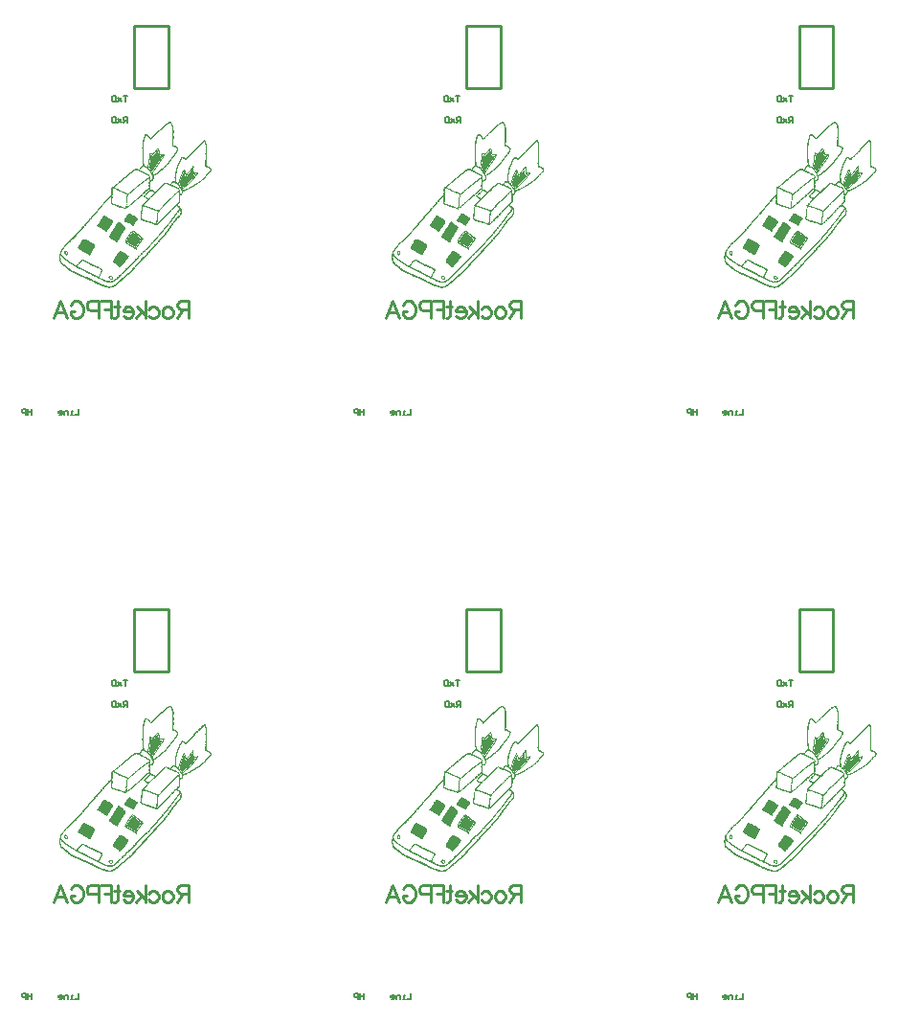
<source format=gbo>
G04*
G04 #@! TF.GenerationSoftware,Altium Limited,Altium Designer,19.0.10 (269)*
G04*
G04 Layer_Color=32896*
%FSLAX25Y25*%
%MOIN*%
G70*
G01*
G75*
%ADD35C,0.00500*%
%ADD36C,0.01000*%
G36*
X424713Y423156D02*
X424790D01*
Y423080D01*
X425019D01*
Y423003D01*
X425096D01*
Y422927D01*
X425172D01*
Y422851D01*
Y422774D01*
X425325D01*
Y422698D01*
X425248D01*
Y422621D01*
X425325D01*
Y422545D01*
X425401D01*
Y422468D01*
X425478D01*
Y422392D01*
Y422315D01*
X425554D01*
Y422239D01*
Y422163D01*
X425631D01*
Y422086D01*
X425554D01*
Y422010D01*
X425631D01*
Y421933D01*
X425707D01*
Y421857D01*
X425783D01*
Y421780D01*
X425707D01*
Y421704D01*
X425783D01*
Y421628D01*
X425707D01*
Y421551D01*
X425783D01*
Y421475D01*
Y421398D01*
Y421322D01*
X425860D01*
Y421245D01*
Y421169D01*
Y421093D01*
Y421016D01*
Y420940D01*
X425936D01*
Y420863D01*
X425860D01*
Y420787D01*
X425936D01*
Y420710D01*
X425860D01*
Y420634D01*
X425936D01*
Y420557D01*
X425860D01*
Y420481D01*
X425936D01*
Y420405D01*
X425860D01*
Y420328D01*
X425936D01*
Y420252D01*
X425860D01*
Y420175D01*
X425936D01*
Y420099D01*
X425860D01*
Y420022D01*
X425936D01*
Y419946D01*
X425860D01*
Y419870D01*
X425936D01*
Y419793D01*
X425860D01*
Y419717D01*
X425936D01*
Y419640D01*
X425860D01*
Y419564D01*
X425936D01*
Y419487D01*
X425860D01*
Y419411D01*
X425936D01*
Y419335D01*
X425860D01*
Y419258D01*
X425936D01*
Y419182D01*
X425860D01*
Y419105D01*
X425936D01*
Y419029D01*
X425860D01*
Y418952D01*
X425936D01*
Y418876D01*
X425860D01*
Y418799D01*
X425936D01*
Y418723D01*
X425860D01*
Y418647D01*
X425936D01*
Y418570D01*
X425860D01*
Y418494D01*
X425936D01*
Y418417D01*
X425860D01*
Y418341D01*
X425936D01*
Y418264D01*
X425860D01*
Y418188D01*
X425936D01*
Y418112D01*
X425860D01*
Y418035D01*
X425936D01*
Y417959D01*
X425860D01*
Y417882D01*
X425936D01*
Y417806D01*
X425860D01*
Y417729D01*
X425936D01*
Y417653D01*
X425860D01*
Y417577D01*
X425936D01*
Y417500D01*
X425860D01*
Y417424D01*
X425936D01*
Y417347D01*
X425860D01*
Y417271D01*
X425936D01*
Y417194D01*
X425860D01*
Y417118D01*
X425936D01*
Y417041D01*
X425860D01*
Y416965D01*
X425936D01*
Y416889D01*
X425860D01*
Y416812D01*
X425936D01*
Y416736D01*
X425860D01*
Y416659D01*
X425936D01*
Y416583D01*
X425860D01*
Y416506D01*
X425936D01*
Y416430D01*
X425860D01*
Y416354D01*
Y416277D01*
Y416201D01*
Y416124D01*
Y416048D01*
Y415971D01*
Y415895D01*
X425783D01*
Y415819D01*
Y415742D01*
Y415666D01*
X425860D01*
Y415589D01*
X425783D01*
Y415513D01*
Y415436D01*
Y415360D01*
Y415283D01*
Y415207D01*
Y415131D01*
X425860D01*
Y415054D01*
Y414978D01*
X426089D01*
Y414901D01*
X426166D01*
Y414978D01*
X426242D01*
Y414901D01*
X426319D01*
Y414825D01*
X426471D01*
Y414748D01*
X426624D01*
Y414672D01*
X426701D01*
Y414596D01*
X426777D01*
Y414519D01*
X427006D01*
Y414443D01*
X427083D01*
Y414366D01*
X427159D01*
Y414290D01*
X427236D01*
Y414213D01*
X427389D01*
Y414137D01*
Y414060D01*
X427465D01*
Y413984D01*
X427541D01*
Y413908D01*
Y413831D01*
Y413755D01*
Y413678D01*
Y413602D01*
X427465D01*
Y413525D01*
Y413449D01*
Y413373D01*
X427389D01*
Y413296D01*
X427465D01*
Y413220D01*
X427389D01*
Y413143D01*
X427312D01*
Y413067D01*
Y412990D01*
Y412914D01*
X427236D01*
Y412838D01*
Y412761D01*
Y412685D01*
X427159D01*
Y412608D01*
X427083D01*
Y412532D01*
X427159D01*
Y412455D01*
X427083D01*
Y412379D01*
X427006D01*
Y412302D01*
X426930D01*
Y412226D01*
Y412150D01*
X426854D01*
Y412073D01*
Y411997D01*
X426777D01*
Y411920D01*
X426701D01*
Y411844D01*
X426624D01*
Y411767D01*
X426548D01*
Y411691D01*
X426471D01*
Y411615D01*
Y411538D01*
X426319D01*
Y411462D01*
X426395D01*
Y411385D01*
X426319D01*
Y411309D01*
X426242D01*
Y411233D01*
X426166D01*
Y411156D01*
X426089D01*
Y411080D01*
X426013D01*
Y411003D01*
X425936D01*
Y410927D01*
X425860D01*
Y410850D01*
Y410774D01*
X425707D01*
Y410697D01*
Y410621D01*
X425631D01*
Y410544D01*
Y410468D01*
X425554D01*
Y410392D01*
X425478D01*
Y410315D01*
X425401D01*
Y410239D01*
X425325D01*
Y410162D01*
X425248D01*
Y410086D01*
X425172D01*
Y410009D01*
X425096D01*
Y409933D01*
X425172D01*
Y409857D01*
X425019D01*
Y409780D01*
Y409704D01*
X424943D01*
Y409627D01*
X424866D01*
Y409551D01*
X424790D01*
Y409475D01*
X424713D01*
Y409398D01*
X424637D01*
Y409322D01*
Y409245D01*
Y409169D01*
X424560D01*
Y409092D01*
X424484D01*
Y409016D01*
X424408D01*
Y408939D01*
X424331D01*
Y408863D01*
Y408787D01*
X424178D01*
Y408710D01*
X424255D01*
Y408634D01*
X424178D01*
Y408557D01*
X424102D01*
Y408481D01*
X424025D01*
Y408404D01*
X423949D01*
Y408328D01*
X423873D01*
Y408251D01*
X423796D01*
Y408175D01*
X423720D01*
Y408099D01*
X423643D01*
Y408022D01*
X423567D01*
Y407946D01*
Y407869D01*
X423414D01*
Y407793D01*
Y407717D01*
X423261D01*
Y407640D01*
Y407564D01*
X423108D01*
Y407487D01*
Y407411D01*
X422955D01*
Y407334D01*
Y407258D01*
X422802D01*
Y407181D01*
Y407105D01*
X422650D01*
Y407029D01*
X422573D01*
Y406952D01*
X422497D01*
Y406876D01*
X422420D01*
Y406799D01*
X422344D01*
Y406723D01*
X422267D01*
Y406646D01*
X422191D01*
Y406570D01*
X422115D01*
Y406494D01*
X422038D01*
Y406417D01*
X421962D01*
Y406341D01*
X421733D01*
Y406264D01*
X421809D01*
Y406188D01*
X421580D01*
Y406111D01*
X421503D01*
Y406035D01*
X421427D01*
Y405959D01*
X421350D01*
Y405882D01*
X421274D01*
Y405806D01*
X421197D01*
Y405729D01*
X421121D01*
Y405653D01*
X421045D01*
Y405576D01*
X420892D01*
Y405500D01*
X420815D01*
Y405423D01*
X420662D01*
Y405347D01*
X420586D01*
Y405271D01*
X420509D01*
Y405194D01*
X420433D01*
Y405118D01*
X420357D01*
Y405041D01*
X420280D01*
Y404965D01*
X420051D01*
Y404888D01*
X419975D01*
Y404812D01*
X419898D01*
Y404736D01*
X419822D01*
Y404659D01*
X419745D01*
Y404583D01*
X419592D01*
Y404506D01*
X419440D01*
Y404430D01*
X419363D01*
Y404353D01*
X419134D01*
Y404277D01*
X419057D01*
Y404201D01*
X418981D01*
Y404124D01*
X419057D01*
Y404048D01*
X418981D01*
Y403971D01*
Y403895D01*
Y403818D01*
X419057D01*
Y403742D01*
Y403665D01*
Y403589D01*
Y403513D01*
Y403436D01*
Y403360D01*
Y403283D01*
X418981D01*
Y403207D01*
X419057D01*
Y403130D01*
X418981D01*
Y403054D01*
X418904D01*
Y402978D01*
X418828D01*
Y402901D01*
X418904D01*
Y402825D01*
X418828D01*
Y402748D01*
X418751D01*
Y402672D01*
X418675D01*
Y402595D01*
X418599D01*
Y402519D01*
X418446D01*
Y402443D01*
X418293D01*
Y402366D01*
X418064D01*
Y402290D01*
X417834D01*
Y402213D01*
X417758D01*
Y402137D01*
Y402060D01*
Y401984D01*
X417682D01*
Y401907D01*
X417758D01*
Y401831D01*
X417682D01*
Y401755D01*
X417758D01*
Y401678D01*
X417682D01*
Y401602D01*
X417758D01*
Y401525D01*
X417682D01*
Y401449D01*
X417758D01*
Y401372D01*
X417682D01*
Y401296D01*
X417758D01*
Y401220D01*
Y401143D01*
Y401067D01*
Y400990D01*
Y400914D01*
Y400837D01*
Y400761D01*
X417834D01*
Y400684D01*
X417758D01*
Y400608D01*
Y400532D01*
Y400455D01*
Y400379D01*
Y400302D01*
Y400226D01*
Y400149D01*
X417682D01*
Y400073D01*
Y399997D01*
Y399920D01*
Y399844D01*
X417758D01*
Y399767D01*
Y399691D01*
X417834D01*
Y399615D01*
X417987D01*
Y399538D01*
X418064D01*
Y399462D01*
X418140D01*
Y399538D01*
X418293D01*
Y399462D01*
X418369D01*
Y399538D01*
X418446D01*
Y399462D01*
X418522D01*
Y399385D01*
X418751D01*
Y399309D01*
X418828D01*
Y399232D01*
X419057D01*
Y399156D01*
X419134D01*
Y399079D01*
Y399003D01*
X419287D01*
Y398926D01*
X419363D01*
Y399003D01*
X419440D01*
Y398926D01*
X419669D01*
Y399003D01*
X419745D01*
Y399079D01*
X419822D01*
Y399156D01*
X419898D01*
Y399232D01*
X419975D01*
Y399309D01*
X420051D01*
Y399385D01*
X420127D01*
Y399462D01*
X420204D01*
Y399538D01*
X420280D01*
Y399615D01*
X420357D01*
Y399691D01*
X420433D01*
Y399767D01*
X420509D01*
Y399844D01*
X420586D01*
Y399920D01*
X420662D01*
Y399997D01*
X420739D01*
Y400073D01*
X420815D01*
Y400149D01*
X420892D01*
Y400226D01*
X420968D01*
Y400302D01*
X421121D01*
Y400379D01*
Y400455D01*
X421350D01*
Y400532D01*
Y400608D01*
X421427D01*
Y400684D01*
Y400761D01*
X421656D01*
Y400837D01*
X421733D01*
Y400914D01*
X421809D01*
Y400990D01*
X421885D01*
Y401067D01*
X421962D01*
Y401143D01*
X422038D01*
Y401220D01*
X422115D01*
Y401296D01*
X422191D01*
Y401372D01*
X422267D01*
Y401449D01*
X422344D01*
Y401525D01*
X422420D01*
Y401602D01*
X422497D01*
Y401678D01*
X422573D01*
Y401755D01*
X422650D01*
Y401678D01*
X422726D01*
Y401755D01*
X422802D01*
Y401831D01*
X423032D01*
Y401907D01*
X423108D01*
Y401984D01*
X423490D01*
Y401907D01*
X423567D01*
Y401831D01*
X423643D01*
Y401907D01*
X423720D01*
Y401831D01*
X423796D01*
Y401755D01*
X423873D01*
Y401831D01*
X423949D01*
Y401755D01*
X424025D01*
Y401678D01*
X424255D01*
Y401602D01*
X424331D01*
Y401525D01*
X424408D01*
Y401602D01*
X424484D01*
Y401525D01*
X424866D01*
Y401602D01*
Y401678D01*
X425019D01*
Y401755D01*
X424943D01*
Y401831D01*
X425019D01*
Y401907D01*
X425096D01*
Y401984D01*
X425172D01*
Y402060D01*
X425248D01*
Y402137D01*
X425325D01*
Y402213D01*
Y402290D01*
X425478D01*
Y402366D01*
X425554D01*
Y402443D01*
X426395D01*
Y402519D01*
X426319D01*
Y402595D01*
X426395D01*
Y402672D01*
Y402748D01*
Y402825D01*
X426319D01*
Y402901D01*
X426395D01*
Y402978D01*
X426319D01*
Y403054D01*
Y403130D01*
Y403207D01*
Y403283D01*
Y403360D01*
Y403436D01*
Y403513D01*
X426242D01*
Y403589D01*
X426319D01*
Y403665D01*
X426242D01*
Y403742D01*
X426319D01*
Y403818D01*
Y403895D01*
Y403971D01*
Y404048D01*
Y404124D01*
Y404201D01*
Y404277D01*
Y404353D01*
Y404430D01*
X426395D01*
Y404506D01*
X426319D01*
Y404583D01*
X426395D01*
Y404659D01*
X426319D01*
Y404736D01*
X426395D01*
Y404812D01*
Y404888D01*
Y404965D01*
Y405041D01*
X426471D01*
Y405118D01*
Y405194D01*
Y405271D01*
Y405347D01*
X426548D01*
Y405423D01*
X426471D01*
Y405500D01*
X426548D01*
Y405576D01*
X426471D01*
Y405653D01*
X426548D01*
Y405729D01*
Y405806D01*
Y405882D01*
X426624D01*
Y405959D01*
Y406035D01*
Y406111D01*
Y406188D01*
Y406264D01*
X426701D01*
Y406341D01*
Y406417D01*
Y406494D01*
Y406570D01*
X426777D01*
Y406646D01*
Y406723D01*
X426854D01*
Y406799D01*
X426777D01*
Y406876D01*
X426854D01*
Y406952D01*
X426777D01*
Y407029D01*
X426854D01*
Y407105D01*
X426930D01*
Y407181D01*
X427006D01*
Y407258D01*
X426930D01*
Y407334D01*
X427006D01*
Y407411D01*
Y407487D01*
Y407564D01*
X427083D01*
Y407640D01*
X427159D01*
Y407717D01*
X427083D01*
Y407793D01*
X427159D01*
Y407869D01*
X427236D01*
Y407946D01*
Y408022D01*
Y408099D01*
X427312D01*
Y408175D01*
X427389D01*
Y408251D01*
Y408328D01*
Y408404D01*
X427465D01*
Y408481D01*
Y408557D01*
Y408634D01*
X427541D01*
Y408710D01*
X427618D01*
Y408787D01*
X427541D01*
Y408863D01*
X427618D01*
Y408939D01*
Y409016D01*
X427694D01*
Y409092D01*
Y409169D01*
X427771D01*
Y409245D01*
X427694D01*
Y409322D01*
X427771D01*
Y409398D01*
X427847D01*
Y409475D01*
Y409551D01*
Y409627D01*
X427924D01*
Y409704D01*
X428000D01*
Y409780D01*
X428077D01*
Y409857D01*
Y409933D01*
Y410009D01*
X428153D01*
Y410086D01*
X428229D01*
Y410162D01*
Y410239D01*
X428306D01*
Y410315D01*
Y410392D01*
X428382D01*
Y410468D01*
X428459D01*
Y410544D01*
X428535D01*
Y410621D01*
Y410697D01*
X428612D01*
Y410774D01*
Y410850D01*
X428764D01*
Y410927D01*
X428917D01*
Y411003D01*
X428994D01*
Y410927D01*
X429070D01*
Y410850D01*
X429299D01*
Y410774D01*
X429376D01*
Y410697D01*
X429605D01*
Y410621D01*
X429682D01*
Y410544D01*
X429911D01*
Y410468D01*
X429987D01*
Y410392D01*
X430064D01*
Y410468D01*
X430140D01*
Y410544D01*
X430370D01*
Y410621D01*
Y410697D01*
X430446D01*
Y410774D01*
Y410850D01*
X430675D01*
Y410927D01*
X430752D01*
Y411003D01*
X430828D01*
Y411080D01*
X430905D01*
Y411156D01*
X430981D01*
Y411233D01*
X431057D01*
Y411309D01*
X431134D01*
Y411385D01*
X431210D01*
Y411462D01*
X431287D01*
Y411538D01*
X431363D01*
Y411615D01*
X431440D01*
Y411691D01*
X431516D01*
Y411767D01*
X431593D01*
Y411844D01*
X431669D01*
Y411920D01*
X431745D01*
Y411997D01*
X431822D01*
Y412073D01*
X431898D01*
Y412150D01*
X431975D01*
Y412226D01*
X432051D01*
Y412302D01*
X432128D01*
Y412379D01*
X432204D01*
Y412455D01*
X432280D01*
Y412532D01*
X432357D01*
Y412608D01*
Y412685D01*
X432510D01*
Y412761D01*
X432586D01*
Y412838D01*
X432663D01*
Y412914D01*
Y412990D01*
X432815D01*
Y413067D01*
X432892D01*
Y413143D01*
X432968D01*
Y413220D01*
X432892D01*
Y413296D01*
X433121D01*
Y413373D01*
Y413449D01*
X433274D01*
Y413525D01*
X433198D01*
Y413602D01*
X433427D01*
Y413678D01*
X433351D01*
Y413755D01*
X433427D01*
Y413831D01*
X433503D01*
Y413908D01*
X433580D01*
Y413984D01*
X433656D01*
Y414060D01*
X433733D01*
Y414137D01*
X433809D01*
Y414213D01*
X433885D01*
Y414290D01*
X433962D01*
Y414366D01*
X434038D01*
Y414443D01*
X434115D01*
Y414519D01*
X434191D01*
Y414596D01*
X434268D01*
Y414672D01*
X434344D01*
Y414748D01*
X434421D01*
Y414825D01*
X434497D01*
Y414901D01*
X434573D01*
Y414978D01*
X434650D01*
Y415054D01*
X434726D01*
Y415131D01*
X434803D01*
Y415207D01*
X434879D01*
Y415283D01*
X434956D01*
Y415360D01*
X435032D01*
Y415436D01*
X435109D01*
Y415513D01*
X435185D01*
Y415589D01*
X435261D01*
Y415666D01*
X435338D01*
Y415742D01*
X435414D01*
Y415819D01*
X435491D01*
Y415895D01*
X435567D01*
Y415971D01*
X435643D01*
Y416048D01*
X435720D01*
Y416124D01*
X435796D01*
Y416201D01*
X435873D01*
Y416277D01*
X435949D01*
Y416354D01*
X436026D01*
Y416430D01*
X436102D01*
Y416506D01*
X436178D01*
Y416583D01*
X436255D01*
Y416659D01*
X436331D01*
Y416736D01*
X436408D01*
Y416812D01*
X436484D01*
Y416889D01*
X436561D01*
Y416812D01*
X436637D01*
Y416889D01*
X436714D01*
Y416812D01*
X436790D01*
Y416736D01*
X436866D01*
Y416659D01*
X436943D01*
Y416583D01*
X437019D01*
Y416506D01*
Y416430D01*
Y416354D01*
X437096D01*
Y416277D01*
Y416201D01*
Y416124D01*
X437172D01*
Y416048D01*
X437249D01*
Y415971D01*
X437172D01*
Y415895D01*
X437249D01*
Y415819D01*
Y415742D01*
Y415666D01*
X437325D01*
Y415589D01*
Y415513D01*
Y415436D01*
X437401D01*
Y415360D01*
X437325D01*
Y415283D01*
X437401D01*
Y415207D01*
X437325D01*
Y415131D01*
X437401D01*
Y415054D01*
Y414978D01*
Y414901D01*
Y414825D01*
Y414748D01*
Y414672D01*
Y414596D01*
Y414519D01*
Y414443D01*
Y414366D01*
Y414290D01*
Y414213D01*
Y414137D01*
Y414060D01*
Y413984D01*
Y413908D01*
Y413831D01*
Y413755D01*
Y413678D01*
Y413602D01*
Y413525D01*
Y413449D01*
Y413373D01*
Y413296D01*
Y413220D01*
Y413143D01*
Y413067D01*
Y412990D01*
Y412914D01*
Y412838D01*
Y412761D01*
X437325D01*
Y412685D01*
X437401D01*
Y412608D01*
X437325D01*
Y412532D01*
X437401D01*
Y412455D01*
X437325D01*
Y412379D01*
X437401D01*
Y412302D01*
X437325D01*
Y412226D01*
X437401D01*
Y412150D01*
X437325D01*
Y412073D01*
X437401D01*
Y411997D01*
X437325D01*
Y411920D01*
X437401D01*
Y411844D01*
X437325D01*
Y411767D01*
X437401D01*
Y411691D01*
X437325D01*
Y411615D01*
X437401D01*
Y411538D01*
X437325D01*
Y411462D01*
X437401D01*
Y411385D01*
X437325D01*
Y411309D01*
X437401D01*
Y411233D01*
X437325D01*
Y411156D01*
X437401D01*
Y411080D01*
X437325D01*
Y411003D01*
X437401D01*
Y410927D01*
X437325D01*
Y410850D01*
X437401D01*
Y410774D01*
X437325D01*
Y410697D01*
X437401D01*
Y410621D01*
X437325D01*
Y410544D01*
X437401D01*
Y410468D01*
X437325D01*
Y410392D01*
X437401D01*
Y410315D01*
X437325D01*
Y410239D01*
X437401D01*
Y410162D01*
X437325D01*
Y410086D01*
X437401D01*
Y410009D01*
X437325D01*
Y409933D01*
X437401D01*
Y409857D01*
X437325D01*
Y409780D01*
X437401D01*
Y409704D01*
X437325D01*
Y409627D01*
X437401D01*
Y409551D01*
X437325D01*
Y409475D01*
X437401D01*
Y409398D01*
X437325D01*
Y409322D01*
X437401D01*
Y409245D01*
X437325D01*
Y409169D01*
Y409092D01*
Y409016D01*
X437401D01*
Y408939D01*
X437325D01*
Y408863D01*
Y408787D01*
Y408710D01*
X437401D01*
Y408634D01*
X437325D01*
Y408557D01*
Y408481D01*
Y408404D01*
X437401D01*
Y408328D01*
X437325D01*
Y408251D01*
Y408175D01*
Y408099D01*
X437401D01*
Y408022D01*
X437325D01*
Y407946D01*
X437401D01*
Y407869D01*
X437325D01*
Y407793D01*
X437554D01*
Y407717D01*
X437631D01*
Y407640D01*
X437860D01*
Y407564D01*
X437936D01*
Y407487D01*
X438013D01*
Y407564D01*
X438089D01*
Y407487D01*
X438166D01*
Y407411D01*
X438242D01*
Y407487D01*
X438319D01*
Y407411D01*
X438395D01*
Y407334D01*
X438472D01*
Y407258D01*
X438548D01*
Y407181D01*
X438624D01*
Y407105D01*
X438701D01*
Y407029D01*
X438854D01*
Y406952D01*
Y406876D01*
X439007D01*
Y406799D01*
Y406723D01*
X439083D01*
Y406646D01*
X439159D01*
Y406570D01*
Y406494D01*
Y406417D01*
Y406341D01*
Y406264D01*
Y406188D01*
Y406111D01*
X439083D01*
Y406035D01*
Y405959D01*
Y405882D01*
X439007D01*
Y405806D01*
X438930D01*
Y405729D01*
X438854D01*
Y405653D01*
X438777D01*
Y405576D01*
X438701D01*
Y405500D01*
X438624D01*
Y405423D01*
X438472D01*
Y405347D01*
Y405271D01*
X438395D01*
Y405194D01*
X438242D01*
Y405118D01*
X438089D01*
Y405041D01*
Y404965D01*
Y404888D01*
X438013D01*
Y404812D01*
X437860D01*
Y404736D01*
Y404659D01*
X437784D01*
Y404583D01*
X437707D01*
Y404506D01*
X437631D01*
Y404430D01*
X437554D01*
Y404353D01*
X437478D01*
Y404277D01*
X437401D01*
Y404201D01*
X437325D01*
Y404124D01*
Y404048D01*
X437172D01*
Y403971D01*
X437249D01*
Y403895D01*
X437096D01*
Y403818D01*
Y403742D01*
X436943D01*
Y403665D01*
Y403589D01*
X436790D01*
Y403513D01*
Y403436D01*
X436714D01*
Y403360D01*
X436637D01*
Y403283D01*
X436484D01*
Y403207D01*
Y403130D01*
X436408D01*
Y403054D01*
X436331D01*
Y402978D01*
X436178D01*
Y402901D01*
Y402825D01*
X435949D01*
Y402748D01*
X436026D01*
Y402672D01*
X435949D01*
Y402748D01*
X435873D01*
Y402672D01*
X435796D01*
Y402595D01*
X435720D01*
Y402519D01*
X435643D01*
Y402443D01*
X435567D01*
Y402366D01*
X435491D01*
Y402290D01*
X435414D01*
Y402213D01*
X435261D01*
Y402137D01*
X435109D01*
Y402060D01*
X435032D01*
Y401984D01*
X434956D01*
Y401907D01*
X434879D01*
Y401831D01*
X434803D01*
Y401755D01*
X434573D01*
Y401678D01*
X434497D01*
Y401602D01*
X434421D01*
Y401525D01*
X434268D01*
Y401449D01*
X434115D01*
Y401372D01*
X434038D01*
Y401296D01*
X433809D01*
Y401220D01*
X433733D01*
Y401143D01*
X433656D01*
Y401067D01*
X433580D01*
Y400990D01*
X433351D01*
Y400914D01*
X433274D01*
Y400837D01*
X433045D01*
Y400761D01*
X432968D01*
Y400684D01*
X432892D01*
Y400608D01*
X432739D01*
Y400532D01*
X432586D01*
Y400455D01*
X432510D01*
Y400379D01*
X432280D01*
Y400302D01*
X432204D01*
Y400226D01*
X432128D01*
Y400149D01*
X432051D01*
Y400073D01*
X431822D01*
Y399997D01*
X431745D01*
Y399920D01*
X431516D01*
Y399844D01*
X431440D01*
Y399767D01*
X431363D01*
Y399691D01*
X431134D01*
Y399615D01*
X430905D01*
Y399538D01*
X430828D01*
Y399462D01*
X430599D01*
Y399385D01*
X430522D01*
Y399309D01*
X430293D01*
Y399232D01*
X430217D01*
Y399156D01*
X430140D01*
Y399232D01*
X430064D01*
Y399156D01*
X429835D01*
Y399079D01*
X429758D01*
Y399003D01*
X429682D01*
Y399079D01*
X429605D01*
Y399003D01*
X429376D01*
Y398926D01*
X429299D01*
Y398850D01*
X429223D01*
Y398774D01*
Y398697D01*
Y398621D01*
Y398544D01*
Y398468D01*
X429147D01*
Y398392D01*
X429070D01*
Y398315D01*
X429147D01*
Y398239D01*
X429070D01*
Y398162D01*
X428994D01*
Y398086D01*
X428917D01*
Y398009D01*
X428994D01*
Y397933D01*
X428917D01*
Y397856D01*
X428841D01*
Y397780D01*
X428764D01*
Y397704D01*
X428688D01*
Y397627D01*
X428535D01*
Y397551D01*
X428382D01*
Y397474D01*
X428306D01*
Y397398D01*
X428229D01*
Y397321D01*
Y397245D01*
Y397169D01*
X428153D01*
Y397092D01*
X428229D01*
Y397016D01*
Y396939D01*
Y396863D01*
Y396786D01*
Y396710D01*
Y396634D01*
Y396557D01*
Y396481D01*
Y396404D01*
Y396328D01*
Y396251D01*
X428153D01*
Y396175D01*
X428229D01*
Y396098D01*
X428153D01*
Y396022D01*
X428229D01*
Y395946D01*
X428153D01*
Y395869D01*
X428229D01*
Y395793D01*
X428153D01*
Y395716D01*
X428229D01*
Y395640D01*
X428153D01*
Y395563D01*
X428229D01*
Y395487D01*
X428153D01*
Y395411D01*
X428229D01*
Y395334D01*
X428153D01*
Y395258D01*
X428077D01*
Y395181D01*
Y395105D01*
Y395028D01*
X428000D01*
Y394952D01*
X427924D01*
Y394876D01*
X427847D01*
Y394799D01*
X427771D01*
Y394723D01*
X427694D01*
Y394646D01*
X427618D01*
Y394570D01*
X427541D01*
Y394493D01*
X427465D01*
Y394417D01*
X427389D01*
Y394340D01*
Y394264D01*
X427312D01*
Y394188D01*
Y394111D01*
X427389D01*
Y394035D01*
X427465D01*
Y393958D01*
X427541D01*
Y393882D01*
X427771D01*
Y393806D01*
X427847D01*
Y393729D01*
X427924D01*
Y393653D01*
X428000D01*
Y393576D01*
X428077D01*
Y393500D01*
X428153D01*
Y393423D01*
X428229D01*
Y393347D01*
X428306D01*
Y393270D01*
X428382D01*
Y393194D01*
X428459D01*
Y393117D01*
X428535D01*
Y393041D01*
Y392965D01*
Y392888D01*
X428612D01*
Y392812D01*
X428688D01*
Y392735D01*
X428612D01*
Y392659D01*
X428688D01*
Y392583D01*
Y392506D01*
Y392430D01*
X428764D01*
Y392353D01*
X428688D01*
Y392277D01*
X428764D01*
Y392200D01*
Y392124D01*
Y392048D01*
Y391971D01*
Y391895D01*
Y391818D01*
Y391742D01*
X428688D01*
Y391665D01*
X428764D01*
Y391589D01*
X428688D01*
Y391512D01*
Y391436D01*
Y391360D01*
X428612D01*
Y391283D01*
X428688D01*
Y391207D01*
X428612D01*
Y391130D01*
X428688D01*
Y391054D01*
X428612D01*
Y390977D01*
X428535D01*
Y390901D01*
Y390825D01*
Y390748D01*
X428459D01*
Y390672D01*
X428382D01*
Y390595D01*
X428306D01*
Y390519D01*
Y390442D01*
X428153D01*
Y390366D01*
X428229D01*
Y390289D01*
X428000D01*
Y390213D01*
X428077D01*
Y390137D01*
X427847D01*
Y390060D01*
X427924D01*
Y389984D01*
X427771D01*
Y389907D01*
Y389831D01*
X427618D01*
Y389754D01*
Y389678D01*
X427541D01*
Y389602D01*
X427465D01*
Y389525D01*
X427389D01*
Y389449D01*
X427312D01*
Y389372D01*
X427236D01*
Y389296D01*
X427159D01*
Y389219D01*
X427083D01*
Y389143D01*
Y389067D01*
X427006D01*
Y388990D01*
X426930D01*
Y388914D01*
X426854D01*
Y388837D01*
Y388761D01*
X426777D01*
Y388684D01*
X426701D01*
Y388608D01*
X426624D01*
Y388531D01*
X426548D01*
Y388455D01*
X426471D01*
Y388379D01*
Y388302D01*
X426319D01*
Y388226D01*
X426395D01*
Y388149D01*
X426319D01*
Y388073D01*
X426242D01*
Y387997D01*
X426166D01*
Y387920D01*
X426089D01*
Y387844D01*
X426013D01*
Y387767D01*
X425936D01*
Y387691D01*
X425860D01*
Y387614D01*
Y387538D01*
X425783D01*
Y387461D01*
Y387385D01*
X425707D01*
Y387309D01*
X425631D01*
Y387232D01*
X425554D01*
Y387156D01*
X425478D01*
Y387079D01*
X425401D01*
Y387003D01*
Y386926D01*
X425248D01*
Y386850D01*
X425325D01*
Y386773D01*
X425172D01*
Y386697D01*
Y386621D01*
X425096D01*
Y386544D01*
X425019D01*
Y386468D01*
X424943D01*
Y386391D01*
Y386315D01*
Y386239D01*
X424866D01*
Y386162D01*
X424790D01*
Y386086D01*
X424713D01*
Y386009D01*
X424637D01*
Y385933D01*
Y385856D01*
X424560D01*
Y385780D01*
Y385703D01*
X424484D01*
Y385627D01*
X424408D01*
Y385551D01*
X424331D01*
Y385474D01*
Y385398D01*
X424255D01*
Y385321D01*
Y385245D01*
X424178D01*
Y385168D01*
X424102D01*
Y385092D01*
X424025D01*
Y385016D01*
X423949D01*
Y384939D01*
X423873D01*
Y384863D01*
X423949D01*
Y384786D01*
X423873D01*
Y384710D01*
X423796D01*
Y384633D01*
X423720D01*
Y384557D01*
X423643D01*
Y384481D01*
X423567D01*
Y384404D01*
Y384328D01*
X423414D01*
Y384251D01*
X423490D01*
Y384175D01*
X423414D01*
Y384098D01*
X423338D01*
Y384022D01*
X423261D01*
Y383945D01*
X423185D01*
Y383869D01*
X423108D01*
Y383793D01*
X423032D01*
Y383716D01*
X422955D01*
Y383640D01*
Y383563D01*
X422802D01*
Y383487D01*
X422879D01*
Y383410D01*
X422726D01*
Y383334D01*
Y383258D01*
X422650D01*
Y383181D01*
X422573D01*
Y383105D01*
X422497D01*
Y383028D01*
X422420D01*
Y382952D01*
X422344D01*
Y382875D01*
X422267D01*
Y382799D01*
X422191D01*
Y382722D01*
X422115D01*
Y382646D01*
X422038D01*
Y382570D01*
Y382493D01*
X421885D01*
Y382417D01*
Y382340D01*
X421733D01*
Y382264D01*
Y382187D01*
X421656D01*
Y382111D01*
Y382035D01*
X421503D01*
Y381958D01*
Y381882D01*
X421350D01*
Y381805D01*
Y381729D01*
X421197D01*
Y381652D01*
Y381576D01*
X421121D01*
Y381500D01*
X421045D01*
Y381423D01*
X420968D01*
Y381347D01*
X420892D01*
Y381270D01*
X420815D01*
Y381194D01*
X420739D01*
Y381117D01*
X420662D01*
Y381041D01*
X420586D01*
Y380964D01*
X420509D01*
Y380888D01*
X420433D01*
Y380812D01*
X420357D01*
Y380735D01*
X420280D01*
Y380659D01*
X420204D01*
Y380582D01*
X420280D01*
Y380506D01*
X420127D01*
Y380430D01*
Y380353D01*
X419975D01*
Y380277D01*
Y380200D01*
X419898D01*
Y380124D01*
X419822D01*
Y380047D01*
X419745D01*
Y379971D01*
X419669D01*
Y379894D01*
X419592D01*
Y379818D01*
X419516D01*
Y379742D01*
X419440D01*
Y379665D01*
X419363D01*
Y379589D01*
X419287D01*
Y379512D01*
X419210D01*
Y379436D01*
X419134D01*
Y379359D01*
X419057D01*
Y379283D01*
X418981D01*
Y379206D01*
X418904D01*
Y379130D01*
X418828D01*
Y379054D01*
X418751D01*
Y378977D01*
X418675D01*
Y378901D01*
X418599D01*
Y378824D01*
X418522D01*
Y378748D01*
X418446D01*
Y378672D01*
X418369D01*
Y378595D01*
Y378519D01*
X418293D01*
Y378442D01*
Y378366D01*
X418217D01*
Y378289D01*
X418140D01*
Y378213D01*
X418064D01*
Y378136D01*
X417987D01*
Y378060D01*
X417911D01*
Y377984D01*
X417834D01*
Y377907D01*
X417758D01*
Y377831D01*
X417682D01*
Y377754D01*
X417605D01*
Y377678D01*
X417529D01*
Y377601D01*
X417452D01*
Y377525D01*
X417376D01*
Y377449D01*
X417299D01*
Y377372D01*
X417223D01*
Y377296D01*
X417146D01*
Y377219D01*
Y377143D01*
X416994D01*
Y377066D01*
Y376990D01*
X416841D01*
Y376913D01*
Y376837D01*
X416688D01*
Y376761D01*
Y376684D01*
X416535D01*
Y376608D01*
X416611D01*
Y376531D01*
X416459D01*
Y376455D01*
Y376378D01*
X416306D01*
Y376302D01*
Y376226D01*
X416153D01*
Y376149D01*
Y376073D01*
X416000D01*
Y375996D01*
Y375920D01*
X415847D01*
Y375843D01*
Y375767D01*
X415694D01*
Y375691D01*
Y375614D01*
X415618D01*
Y375538D01*
X415541D01*
Y375461D01*
X415465D01*
Y375385D01*
X415388D01*
Y375308D01*
X415312D01*
Y375232D01*
X415236D01*
Y375155D01*
X415159D01*
Y375079D01*
X415083D01*
Y375003D01*
X415006D01*
Y374926D01*
X414930D01*
Y374850D01*
X414853D01*
Y374773D01*
X414777D01*
Y374697D01*
X414701D01*
Y374621D01*
X414624D01*
Y374544D01*
X414548D01*
Y374468D01*
X414471D01*
Y374391D01*
X414395D01*
Y374315D01*
X414318D01*
Y374238D01*
X414242D01*
Y374162D01*
X414165D01*
Y374085D01*
X414089D01*
Y374009D01*
Y373933D01*
X413936D01*
Y373856D01*
Y373780D01*
X413783D01*
Y373703D01*
Y373627D01*
X413707D01*
Y373550D01*
X413630D01*
Y373474D01*
X413554D01*
Y373397D01*
Y373321D01*
X413478D01*
Y373245D01*
X413401D01*
Y373168D01*
X413325D01*
Y373092D01*
X413248D01*
Y373015D01*
X413172D01*
Y372939D01*
X413095D01*
Y372863D01*
X413019D01*
Y372786D01*
X412943D01*
Y372710D01*
X412866D01*
Y372633D01*
X412790D01*
Y372557D01*
X412713D01*
Y372480D01*
X412637D01*
Y372404D01*
X412560D01*
Y372327D01*
X412637D01*
Y372251D01*
X412407D01*
Y372175D01*
X412484D01*
Y372098D01*
X412255D01*
Y372022D01*
X412331D01*
Y371945D01*
X412255D01*
Y371869D01*
X412178D01*
Y371792D01*
X412025D01*
Y371716D01*
Y371639D01*
X411949D01*
Y371563D01*
X411872D01*
Y371487D01*
X411796D01*
Y371410D01*
X411720D01*
Y371334D01*
X411643D01*
Y371257D01*
X411567D01*
Y371181D01*
X411490D01*
Y371105D01*
X411414D01*
Y371028D01*
X411337D01*
Y370952D01*
X411261D01*
Y370875D01*
X411185D01*
Y370799D01*
X411108D01*
Y370722D01*
X411032D01*
Y370646D01*
X410955D01*
Y370569D01*
X410879D01*
Y370493D01*
X410802D01*
Y370417D01*
X410726D01*
Y370340D01*
X410649D01*
Y370264D01*
X410573D01*
Y370187D01*
X410497D01*
Y370111D01*
X410420D01*
Y370034D01*
X410344D01*
Y369958D01*
X410191D01*
Y369882D01*
Y369805D01*
X409962D01*
Y369729D01*
X409885D01*
Y369652D01*
X409809D01*
Y369576D01*
X409732D01*
Y369499D01*
X409656D01*
Y369423D01*
X409579D01*
Y369346D01*
X409503D01*
Y369270D01*
X409427D01*
Y369194D01*
X409350D01*
Y369117D01*
X409197D01*
Y369041D01*
X409044D01*
Y368964D01*
Y368888D01*
X408891D01*
Y368811D01*
X408815D01*
Y368735D01*
X408739D01*
Y368659D01*
X408662D01*
Y368582D01*
X408586D01*
Y368506D01*
X408509D01*
Y368429D01*
X408433D01*
Y368353D01*
X408357D01*
Y368276D01*
X408204D01*
Y368200D01*
Y368124D01*
X407974D01*
Y368047D01*
X408051D01*
Y367971D01*
X407822D01*
Y367894D01*
X407898D01*
Y367818D01*
X407669D01*
Y367741D01*
X407592D01*
Y367665D01*
X407516D01*
Y367588D01*
X407439D01*
Y367512D01*
X407363D01*
Y367436D01*
X407286D01*
Y367359D01*
X407210D01*
Y367283D01*
X407133D01*
Y367206D01*
X407057D01*
Y367130D01*
X406981D01*
Y367054D01*
X406904D01*
Y366977D01*
X406828D01*
Y366901D01*
X406599D01*
Y366824D01*
Y366748D01*
X406446D01*
Y366671D01*
X406369D01*
Y366595D01*
X406293D01*
Y366518D01*
X406216D01*
Y366442D01*
X405987D01*
Y366366D01*
X406064D01*
Y366289D01*
X405834D01*
Y366213D01*
X405758D01*
Y366136D01*
X405681D01*
Y366060D01*
X405605D01*
Y365983D01*
X405376D01*
Y365907D01*
X405299D01*
Y365830D01*
X405223D01*
Y365754D01*
X405146D01*
Y365678D01*
X404917D01*
Y365601D01*
X404841D01*
Y365525D01*
X404611D01*
Y365448D01*
X404535D01*
Y365525D01*
X404458D01*
Y365448D01*
X404382D01*
Y365372D01*
X404000D01*
Y365296D01*
X403923D01*
Y365372D01*
X403847D01*
Y365296D01*
X403159D01*
Y365372D01*
X403083D01*
Y365296D01*
X403006D01*
Y365372D01*
X402624D01*
Y365448D01*
X402395D01*
Y365525D01*
X402165D01*
Y365601D01*
X402089D01*
Y365678D01*
X401860D01*
Y365754D01*
X401783D01*
Y365678D01*
X401707D01*
Y365754D01*
X401630D01*
Y365830D01*
X401248D01*
Y365907D01*
X401172D01*
Y365983D01*
X401095D01*
Y365907D01*
X401019D01*
Y365983D01*
X400789D01*
Y366060D01*
X400713D01*
Y366136D01*
X400637D01*
Y366060D01*
X400560D01*
Y366136D01*
X400331D01*
Y366213D01*
X400254D01*
Y366289D01*
X400025D01*
Y366366D01*
X399949D01*
Y366442D01*
X399872D01*
Y366366D01*
X399796D01*
Y366442D01*
X399719D01*
Y366518D01*
X399643D01*
Y366595D01*
X399567D01*
Y366518D01*
X399490D01*
Y366595D01*
X399414D01*
Y366671D01*
X399337D01*
Y366595D01*
X399261D01*
Y366671D01*
X399184D01*
Y366748D01*
X399108D01*
Y366824D01*
X398879D01*
Y366901D01*
X398802D01*
Y366977D01*
X398726D01*
Y367054D01*
X398649D01*
Y366977D01*
X398573D01*
Y367054D01*
X398497D01*
Y367130D01*
X398267D01*
Y367206D01*
X398191D01*
Y367283D01*
X398114D01*
Y367206D01*
X398038D01*
Y367283D01*
X397961D01*
Y367359D01*
X397885D01*
Y367436D01*
X397656D01*
Y367512D01*
X397579D01*
Y367588D01*
X397503D01*
Y367665D01*
X397426D01*
Y367588D01*
X397503D01*
Y367512D01*
X397426D01*
Y367588D01*
X397350D01*
Y367665D01*
X397273D01*
Y367741D01*
X397044D01*
Y367818D01*
X396968D01*
Y367894D01*
X396891D01*
Y367818D01*
X396815D01*
Y367894D01*
X396739D01*
Y367971D01*
X396509D01*
Y368047D01*
X396433D01*
Y368124D01*
X396203D01*
Y368200D01*
X396127D01*
Y368276D01*
X395898D01*
Y368353D01*
X395821D01*
Y368429D01*
X395592D01*
Y368506D01*
X395515D01*
Y368582D01*
X395286D01*
Y368659D01*
X395210D01*
Y368735D01*
X395133D01*
Y368659D01*
X395057D01*
Y368735D01*
X394981D01*
Y368811D01*
X394751D01*
Y368888D01*
X394522D01*
Y368964D01*
X394445D01*
Y369041D01*
X394216D01*
Y369117D01*
X394140D01*
Y369194D01*
X394063D01*
Y369117D01*
X393987D01*
Y369194D01*
X393910D01*
Y369270D01*
X393681D01*
Y369346D01*
X393452D01*
Y369423D01*
X393375D01*
Y369499D01*
X393146D01*
Y369576D01*
X393070D01*
Y369652D01*
X392840D01*
Y369729D01*
X392764D01*
Y369805D01*
X392535D01*
Y369882D01*
X392458D01*
Y369958D01*
X392382D01*
Y369882D01*
X392458D01*
Y369805D01*
X392382D01*
Y369882D01*
X392305D01*
Y369958D01*
X392229D01*
Y370034D01*
X392152D01*
Y369958D01*
X392076D01*
Y370034D01*
X392000D01*
Y370111D01*
X391770D01*
Y370187D01*
X391694D01*
Y370264D01*
X391464D01*
Y370340D01*
X391388D01*
Y370417D01*
X391159D01*
Y370493D01*
X391082D01*
Y370569D01*
X390853D01*
Y370646D01*
X390777D01*
Y370722D01*
X390547D01*
Y370799D01*
X390471D01*
Y370875D01*
X390242D01*
Y370952D01*
X390165D01*
Y371028D01*
X389936D01*
Y371105D01*
X389859D01*
Y371181D01*
X389783D01*
Y371257D01*
X389706D01*
Y371334D01*
X389477D01*
Y371410D01*
X389401D01*
Y371487D01*
X389324D01*
Y371563D01*
X389248D01*
Y371639D01*
X389095D01*
Y371716D01*
Y371792D01*
X388866D01*
Y371869D01*
X388942D01*
Y371945D01*
X388713D01*
Y372022D01*
X388636D01*
Y372098D01*
X388560D01*
Y372175D01*
X388484D01*
Y372251D01*
X388407D01*
Y372327D01*
X388331D01*
Y372404D01*
X388254D01*
Y372480D01*
X388178D01*
Y372557D01*
X388101D01*
Y372633D01*
X388025D01*
Y372710D01*
X387796D01*
Y372786D01*
X387719D01*
Y372863D01*
X387643D01*
Y372939D01*
X387566D01*
Y373015D01*
X387490D01*
Y373092D01*
X387414D01*
Y373168D01*
X387184D01*
Y373245D01*
X387108D01*
Y373321D01*
X387031D01*
Y373397D01*
X386955D01*
Y373474D01*
X386878D01*
Y373550D01*
X386802D01*
Y373627D01*
X386726D01*
Y373703D01*
X386649D01*
Y373780D01*
X386573D01*
Y373856D01*
Y373933D01*
X386420D01*
Y374009D01*
X386496D01*
Y374085D01*
X386420D01*
Y374162D01*
X386343D01*
Y374238D01*
Y374315D01*
Y374391D01*
X386267D01*
Y374468D01*
Y374544D01*
Y374621D01*
X386191D01*
Y374697D01*
Y374773D01*
Y374850D01*
X386114D01*
Y374926D01*
X386191D01*
Y375003D01*
X386114D01*
Y375079D01*
Y375155D01*
Y375232D01*
Y375308D01*
Y375385D01*
Y375461D01*
Y375538D01*
X386038D01*
Y375614D01*
Y375691D01*
Y375767D01*
X386114D01*
Y375843D01*
X386038D01*
Y375920D01*
Y375996D01*
Y376073D01*
X386114D01*
Y376149D01*
X386038D01*
Y376226D01*
Y376302D01*
Y376378D01*
X386114D01*
Y376455D01*
Y376531D01*
Y376608D01*
Y376684D01*
Y376761D01*
X386191D01*
Y376837D01*
X386114D01*
Y376913D01*
X386191D01*
Y376990D01*
X386114D01*
Y377066D01*
X386191D01*
Y377143D01*
X386267D01*
Y377219D01*
Y377296D01*
Y377372D01*
X386343D01*
Y377449D01*
X386267D01*
Y377525D01*
X386343D01*
Y377601D01*
Y377678D01*
Y377754D01*
X386420D01*
Y377831D01*
X386496D01*
Y377907D01*
X386420D01*
Y377984D01*
X386496D01*
Y378060D01*
X386573D01*
Y378136D01*
X386649D01*
Y378213D01*
X386573D01*
Y378289D01*
X386649D01*
Y378366D01*
Y378442D01*
X386726D01*
Y378519D01*
Y378595D01*
X386802D01*
Y378672D01*
X386878D01*
Y378748D01*
X386955D01*
Y378824D01*
Y378901D01*
X387108D01*
Y378977D01*
Y379054D01*
X387261D01*
Y379130D01*
X387184D01*
Y379206D01*
X387261D01*
Y379283D01*
X387337D01*
Y379359D01*
X387414D01*
Y379436D01*
X387490D01*
Y379512D01*
X387566D01*
Y379589D01*
X387643D01*
Y379665D01*
X387719D01*
Y379742D01*
Y379818D01*
X387796D01*
Y379894D01*
Y379971D01*
X387872D01*
Y380047D01*
X387948D01*
Y380124D01*
X388025D01*
Y380200D01*
X388101D01*
Y380277D01*
X388178D01*
Y380353D01*
Y380430D01*
X388331D01*
Y380506D01*
X388254D01*
Y380582D01*
X388331D01*
Y380659D01*
X388407D01*
Y380735D01*
X388484D01*
Y380812D01*
X388560D01*
Y380888D01*
X388636D01*
Y380964D01*
X388713D01*
Y381041D01*
X388789D01*
Y381117D01*
X388866D01*
Y381194D01*
X389095D01*
Y381270D01*
Y381347D01*
X389248D01*
Y381423D01*
X389172D01*
Y381500D01*
X389401D01*
Y381576D01*
Y381652D01*
X389554D01*
Y381729D01*
X389630D01*
Y381805D01*
X389706D01*
Y381882D01*
X389783D01*
Y381958D01*
X389859D01*
Y382035D01*
X389936D01*
Y382111D01*
X390012D01*
Y382187D01*
X390089D01*
Y382264D01*
X390165D01*
Y382340D01*
X390242D01*
Y382417D01*
X390318D01*
Y382493D01*
X390394D01*
Y382570D01*
X390471D01*
Y382646D01*
X390547D01*
Y382722D01*
X390624D01*
Y382799D01*
X390700D01*
Y382875D01*
X390777D01*
Y382952D01*
X390853D01*
Y383028D01*
X390930D01*
Y383105D01*
X391006D01*
Y383181D01*
X391082D01*
Y383258D01*
X391159D01*
Y383334D01*
X391235D01*
Y383410D01*
X391312D01*
Y383487D01*
X391388D01*
Y383563D01*
X391464D01*
Y383640D01*
X391541D01*
Y383716D01*
X391617D01*
Y383793D01*
X391694D01*
Y383869D01*
X391770D01*
Y383945D01*
X391847D01*
Y384022D01*
X391923D01*
Y384098D01*
X392000D01*
Y384175D01*
X392076D01*
Y384251D01*
X392152D01*
Y384328D01*
X392229D01*
Y384404D01*
X392305D01*
Y384481D01*
X392382D01*
Y384557D01*
X392458D01*
Y384633D01*
X392535D01*
Y384710D01*
X392611D01*
Y384786D01*
X392688D01*
Y384863D01*
X392764D01*
Y384939D01*
X392840D01*
Y385016D01*
X392917D01*
Y385092D01*
X392993D01*
Y385168D01*
X393070D01*
Y385245D01*
Y385321D01*
X393222D01*
Y385398D01*
X393146D01*
Y385474D01*
X393222D01*
Y385551D01*
X393299D01*
Y385627D01*
X393375D01*
Y385703D01*
X393452D01*
Y385780D01*
X393528D01*
Y385856D01*
X393605D01*
Y385933D01*
X393681D01*
Y386009D01*
X393758D01*
Y386086D01*
X393834D01*
Y386162D01*
Y386239D01*
X393987D01*
Y386315D01*
X393910D01*
Y386391D01*
X394063D01*
Y386468D01*
Y386544D01*
X394140D01*
Y386621D01*
X394216D01*
Y386697D01*
X394293D01*
Y386773D01*
X394369D01*
Y386850D01*
X394445D01*
Y386926D01*
X394522D01*
Y387003D01*
X394598D01*
Y387079D01*
X394675D01*
Y387156D01*
X394751D01*
Y387232D01*
X394828D01*
Y387309D01*
X394904D01*
Y387385D01*
Y387461D01*
X395057D01*
Y387538D01*
X394981D01*
Y387614D01*
X395133D01*
Y387691D01*
Y387767D01*
X395210D01*
Y387844D01*
X395286D01*
Y387920D01*
X395363D01*
Y387997D01*
X395439D01*
Y388073D01*
X395515D01*
Y388149D01*
X395592D01*
Y388226D01*
X395668D01*
Y388302D01*
X395745D01*
Y388379D01*
X395821D01*
Y388455D01*
Y388531D01*
X395974D01*
Y388608D01*
Y388684D01*
X396051D01*
Y388761D01*
Y388837D01*
X396203D01*
Y388914D01*
Y388990D01*
X396280D01*
Y389067D01*
X396356D01*
Y389143D01*
X396433D01*
Y389219D01*
X396509D01*
Y389296D01*
X396586D01*
Y389372D01*
X396662D01*
Y389449D01*
X396739D01*
Y389525D01*
X396815D01*
Y389602D01*
X396891D01*
Y389678D01*
X396968D01*
Y389754D01*
X397044D01*
Y389831D01*
Y389907D01*
X397197D01*
Y389984D01*
X397121D01*
Y390060D01*
X397350D01*
Y390137D01*
X397273D01*
Y390213D01*
X397350D01*
Y390289D01*
X397426D01*
Y390366D01*
X397503D01*
Y390442D01*
X397579D01*
Y390519D01*
X397656D01*
Y390595D01*
X397732D01*
Y390672D01*
X397809D01*
Y390748D01*
X397885D01*
Y390825D01*
X397961D01*
Y390901D01*
Y390977D01*
X398114D01*
Y391054D01*
Y391130D01*
X398191D01*
Y391207D01*
Y391283D01*
X398344D01*
Y391360D01*
Y391436D01*
X398497D01*
Y391512D01*
Y391589D01*
X398573D01*
Y391665D01*
X398649D01*
Y391742D01*
X398726D01*
Y391818D01*
X398802D01*
Y391895D01*
X398879D01*
Y391971D01*
X398955D01*
Y392048D01*
X399031D01*
Y392124D01*
X399108D01*
Y392200D01*
X399184D01*
Y392277D01*
X399261D01*
Y392353D01*
X399337D01*
Y392430D01*
Y392506D01*
X399490D01*
Y392583D01*
Y392659D01*
Y392735D01*
X399567D01*
Y392812D01*
X399643D01*
Y392888D01*
X399719D01*
Y392965D01*
X399796D01*
Y393041D01*
X399872D01*
Y393117D01*
X399949D01*
Y393194D01*
X400025D01*
Y393270D01*
X400102D01*
Y393347D01*
X400178D01*
Y393423D01*
X400254D01*
Y393500D01*
Y393576D01*
X400331D01*
Y393653D01*
Y393729D01*
X400484D01*
Y393806D01*
Y393882D01*
X400560D01*
Y393958D01*
X400637D01*
Y394035D01*
X400713D01*
Y394111D01*
X400789D01*
Y394188D01*
X400866D01*
Y394264D01*
X400942D01*
Y394340D01*
X401019D01*
Y394417D01*
X401095D01*
Y394493D01*
X401172D01*
Y394570D01*
Y394646D01*
X401325D01*
Y394723D01*
Y394799D01*
Y394876D01*
X401401D01*
Y394952D01*
X401477D01*
Y395028D01*
X401554D01*
Y395105D01*
X401630D01*
Y395181D01*
X401707D01*
Y395258D01*
X401783D01*
Y395334D01*
X401860D01*
Y395411D01*
X401936D01*
Y395487D01*
X402012D01*
Y395563D01*
X402089D01*
Y395640D01*
Y395716D01*
X402242D01*
Y395793D01*
Y395869D01*
X402318D01*
Y395946D01*
Y396022D01*
X402471D01*
Y396098D01*
Y396175D01*
X402624D01*
Y396251D01*
Y396328D01*
X402700D01*
Y396404D01*
X402777D01*
Y396481D01*
X402853D01*
Y396557D01*
X402930D01*
Y396634D01*
X403006D01*
Y396710D01*
X403083D01*
Y396786D01*
X403159D01*
Y396863D01*
X403235D01*
Y396939D01*
X403312D01*
Y397016D01*
X403388D01*
Y397092D01*
X403465D01*
Y397169D01*
X403541D01*
Y397245D01*
X403618D01*
Y397321D01*
X403694D01*
Y397398D01*
X403770D01*
Y397474D01*
X403847D01*
Y397551D01*
X403923D01*
Y397627D01*
X404000D01*
Y397704D01*
X404076D01*
Y397780D01*
Y397856D01*
Y397933D01*
Y398009D01*
X404153D01*
Y398086D01*
Y398162D01*
Y398239D01*
Y398315D01*
Y398392D01*
Y398468D01*
X404229D01*
Y398544D01*
X404153D01*
Y398621D01*
X404229D01*
Y398697D01*
X404153D01*
Y398774D01*
X404229D01*
Y398850D01*
X404153D01*
Y398926D01*
X404229D01*
Y399003D01*
X404153D01*
Y399079D01*
X404229D01*
Y399156D01*
X404153D01*
Y399232D01*
X404229D01*
Y399309D01*
X404153D01*
Y399385D01*
X404229D01*
Y399462D01*
X404153D01*
Y399538D01*
X404229D01*
Y399615D01*
X404153D01*
Y399691D01*
X404229D01*
Y399767D01*
X404153D01*
Y399844D01*
X404229D01*
Y399920D01*
Y399997D01*
Y400073D01*
X404306D01*
Y400149D01*
X404382D01*
Y400226D01*
X404306D01*
Y400302D01*
X404382D01*
Y400379D01*
X404458D01*
Y400455D01*
X404535D01*
Y400532D01*
X404611D01*
Y400608D01*
X404688D01*
Y400532D01*
X404841D01*
Y400608D01*
X404917D01*
Y400684D01*
X404993D01*
Y400761D01*
X405146D01*
Y400837D01*
X405299D01*
Y400914D01*
X405376D01*
Y400990D01*
X405452D01*
Y401067D01*
X405528D01*
Y401143D01*
X405681D01*
Y401220D01*
X405758D01*
Y401296D01*
X405834D01*
Y401372D01*
X405987D01*
Y401449D01*
Y401525D01*
X406140D01*
Y401602D01*
X406216D01*
Y401678D01*
X406293D01*
Y401755D01*
X406369D01*
Y401831D01*
Y401907D01*
X406599D01*
Y401984D01*
Y402060D01*
X406675D01*
Y402137D01*
X406751D01*
Y402213D01*
Y402290D01*
X406904D01*
Y402366D01*
Y402443D01*
X407057D01*
Y402519D01*
Y402595D01*
X407286D01*
Y402672D01*
X407363D01*
Y402748D01*
X407439D01*
Y402825D01*
X407516D01*
Y402901D01*
X407592D01*
Y402978D01*
X407669D01*
Y403054D01*
X407745D01*
Y403130D01*
X407822D01*
Y403207D01*
X408051D01*
Y403283D01*
X408127D01*
Y403360D01*
X408204D01*
Y403436D01*
X408280D01*
Y403513D01*
X408357D01*
Y403589D01*
X408433D01*
Y403665D01*
X408509D01*
Y403742D01*
X408586D01*
Y403818D01*
X408815D01*
Y403895D01*
Y403971D01*
X408968D01*
Y404048D01*
X409044D01*
Y404124D01*
X409121D01*
Y404201D01*
X409197D01*
Y404277D01*
X409274D01*
Y404353D01*
X409350D01*
Y404430D01*
X409579D01*
Y404506D01*
X409503D01*
Y404583D01*
X409732D01*
Y404659D01*
Y404736D01*
X409885D01*
Y404812D01*
X409962D01*
Y404888D01*
X410038D01*
Y404965D01*
X410114D01*
Y405041D01*
X410191D01*
Y405118D01*
X410267D01*
Y405194D01*
X410344D01*
Y405271D01*
X410420D01*
Y405347D01*
X410573D01*
Y405423D01*
Y405500D01*
X410802D01*
Y405576D01*
Y405653D01*
X410955D01*
Y405729D01*
X411032D01*
Y405806D01*
X411108D01*
Y405882D01*
X411185D01*
Y405959D01*
X411261D01*
Y406035D01*
X411337D01*
Y405959D01*
X411414D01*
Y406035D01*
X411337D01*
Y406111D01*
X411567D01*
Y406188D01*
X411643D01*
Y406264D01*
X411720D01*
Y406341D01*
X411796D01*
Y406417D01*
X411872D01*
Y406494D01*
X411949D01*
Y406570D01*
X412178D01*
Y406646D01*
X412255D01*
Y406723D01*
X412331D01*
Y406799D01*
X412407D01*
Y406723D01*
X412484D01*
Y406799D01*
X412560D01*
Y406876D01*
X412637D01*
Y406799D01*
X412713D01*
Y406876D01*
X412790D01*
Y406799D01*
X412866D01*
Y406876D01*
X412943D01*
Y406799D01*
X413172D01*
Y406723D01*
X413248D01*
Y406799D01*
X413325D01*
Y406723D01*
X413554D01*
Y406646D01*
X413630D01*
Y406570D01*
X413707D01*
Y406646D01*
X413783D01*
Y406570D01*
X413860D01*
Y406646D01*
X413936D01*
Y406723D01*
X414013D01*
Y406799D01*
X414089D01*
Y406876D01*
X414165D01*
Y406952D01*
Y407029D01*
Y407105D01*
X414242D01*
Y407181D01*
X414318D01*
Y407258D01*
Y407334D01*
X414395D01*
Y407411D01*
Y407487D01*
X414471D01*
Y407564D01*
X414548D01*
Y407640D01*
X414624D01*
Y407717D01*
X414701D01*
Y407793D01*
X414777D01*
Y407869D01*
X414853D01*
Y407946D01*
X414930D01*
Y408022D01*
X415006D01*
Y408099D01*
X415083D01*
Y408175D01*
X415159D01*
Y408251D01*
X415236D01*
Y408328D01*
X415159D01*
Y408404D01*
X415236D01*
Y408481D01*
X415159D01*
Y408557D01*
X415236D01*
Y408634D01*
X415159D01*
Y408710D01*
Y408787D01*
Y408863D01*
Y408939D01*
X415083D01*
Y409016D01*
Y409092D01*
X415159D01*
Y409169D01*
X415083D01*
Y409245D01*
Y409322D01*
Y409398D01*
Y409475D01*
Y409551D01*
X415006D01*
Y409627D01*
X415083D01*
Y409704D01*
X415006D01*
Y409780D01*
X415083D01*
Y409857D01*
X415006D01*
Y409933D01*
X415083D01*
Y410009D01*
X415006D01*
Y410086D01*
X415083D01*
Y410162D01*
X415006D01*
Y410239D01*
X415083D01*
Y410315D01*
X415006D01*
Y410392D01*
Y410468D01*
Y410544D01*
X414930D01*
Y410621D01*
X415006D01*
Y410697D01*
X414930D01*
Y410774D01*
Y410850D01*
Y410927D01*
Y411003D01*
Y411080D01*
Y411156D01*
Y411233D01*
X414853D01*
Y411309D01*
X414930D01*
Y411385D01*
Y411462D01*
Y411538D01*
X414853D01*
Y411615D01*
X414930D01*
Y411691D01*
Y411767D01*
Y411844D01*
X414853D01*
Y411920D01*
X414930D01*
Y411997D01*
Y412073D01*
Y412150D01*
X414853D01*
Y412226D01*
X414930D01*
Y412302D01*
Y412379D01*
Y412455D01*
Y412532D01*
Y412608D01*
Y412685D01*
Y412761D01*
X414853D01*
Y412838D01*
X414930D01*
Y412914D01*
Y412990D01*
Y413067D01*
X414853D01*
Y413143D01*
X414930D01*
Y413220D01*
Y413296D01*
Y413373D01*
X414853D01*
Y413449D01*
X414930D01*
Y413525D01*
Y413602D01*
Y413678D01*
Y413755D01*
Y413831D01*
Y413908D01*
Y413984D01*
X414853D01*
Y414060D01*
X414930D01*
Y414137D01*
Y414213D01*
Y414290D01*
Y414366D01*
Y414443D01*
Y414519D01*
Y414596D01*
Y414672D01*
X415006D01*
Y414748D01*
Y414825D01*
X414930D01*
Y414901D01*
X415006D01*
Y414978D01*
Y415054D01*
Y415131D01*
X415083D01*
Y415207D01*
X415006D01*
Y415283D01*
X415083D01*
Y415360D01*
X415006D01*
Y415436D01*
X415083D01*
Y415513D01*
X415006D01*
Y415589D01*
X415083D01*
Y415666D01*
X415006D01*
Y415742D01*
X415083D01*
Y415819D01*
X415159D01*
Y415895D01*
X415083D01*
Y415971D01*
X415159D01*
Y416048D01*
Y416124D01*
Y416201D01*
X415236D01*
Y416277D01*
X415159D01*
Y416354D01*
X415236D01*
Y416430D01*
X415159D01*
Y416506D01*
X415236D01*
Y416583D01*
Y416659D01*
Y416736D01*
X415312D01*
Y416812D01*
X415236D01*
Y416889D01*
X415312D01*
Y416965D01*
X415388D01*
Y417041D01*
X415312D01*
Y417118D01*
X415388D01*
Y417194D01*
X415312D01*
Y417271D01*
X415388D01*
Y417347D01*
X415465D01*
Y417424D01*
X415388D01*
Y417500D01*
X415465D01*
Y417577D01*
X415541D01*
Y417653D01*
X415465D01*
Y417729D01*
X415541D01*
Y417806D01*
Y417882D01*
Y417959D01*
X415618D01*
Y418035D01*
Y418112D01*
Y418188D01*
X415694D01*
Y418264D01*
Y418341D01*
Y418417D01*
X415771D01*
Y418494D01*
X415847D01*
Y418570D01*
X415771D01*
Y418647D01*
X415847D01*
Y418723D01*
X415924D01*
Y418799D01*
X416153D01*
Y418876D01*
X416229D01*
Y418799D01*
X416306D01*
Y418876D01*
X416382D01*
Y418799D01*
X416459D01*
Y418876D01*
X416535D01*
Y418799D01*
X416764D01*
Y418723D01*
X416841D01*
Y418647D01*
X416917D01*
Y418570D01*
X416994D01*
Y418647D01*
X417070D01*
Y418570D01*
Y418494D01*
X417223D01*
Y418417D01*
Y418341D01*
X417299D01*
Y418264D01*
Y418188D01*
X417529D01*
Y418112D01*
Y418035D01*
Y417959D01*
X417605D01*
Y417882D01*
X417682D01*
Y417806D01*
X417758D01*
Y417729D01*
X417834D01*
Y417653D01*
X417911D01*
Y417577D01*
X418140D01*
Y417653D01*
X418217D01*
Y417729D01*
X418293D01*
Y417806D01*
X418369D01*
Y417882D01*
X418446D01*
Y417959D01*
X418522D01*
Y418035D01*
X418599D01*
Y418112D01*
X418675D01*
Y418188D01*
X418751D01*
Y418264D01*
X418828D01*
Y418341D01*
X418904D01*
Y418417D01*
X418981D01*
Y418494D01*
X419057D01*
Y418570D01*
X419134D01*
Y418647D01*
X419210D01*
Y418723D01*
X419287D01*
Y418799D01*
X419363D01*
Y418876D01*
X419440D01*
Y418952D01*
X419516D01*
Y419029D01*
X419592D01*
Y419105D01*
X419669D01*
Y419182D01*
X419745D01*
Y419258D01*
X419822D01*
Y419335D01*
X419898D01*
Y419411D01*
X419975D01*
Y419487D01*
X420051D01*
Y419564D01*
X420127D01*
Y419640D01*
X420204D01*
Y419717D01*
X420280D01*
Y419793D01*
X420357D01*
Y419870D01*
X420433D01*
Y419946D01*
X420509D01*
Y420022D01*
X420586D01*
Y420099D01*
X420662D01*
Y420175D01*
X420815D01*
Y420252D01*
Y420328D01*
X420968D01*
Y420405D01*
Y420481D01*
X421121D01*
Y420557D01*
Y420634D01*
X421350D01*
Y420710D01*
X421427D01*
Y420787D01*
X421503D01*
Y420863D01*
Y420940D01*
X421656D01*
Y421016D01*
X421733D01*
Y421093D01*
X421809D01*
Y421169D01*
X421885D01*
Y421245D01*
X421962D01*
Y421322D01*
X422038D01*
Y421398D01*
X422115D01*
Y421475D01*
X422191D01*
Y421551D01*
X422267D01*
Y421628D01*
X422344D01*
Y421704D01*
X422420D01*
Y421780D01*
X422497D01*
Y421857D01*
X422573D01*
Y421933D01*
X422650D01*
Y422010D01*
X422802D01*
Y422086D01*
Y422163D01*
X423032D01*
Y422239D01*
X423108D01*
Y422315D01*
X423185D01*
Y422392D01*
X423261D01*
Y422468D01*
X423338D01*
Y422545D01*
X423414D01*
Y422621D01*
X423643D01*
Y422698D01*
Y422774D01*
X423796D01*
Y422851D01*
X423873D01*
Y422927D01*
X424102D01*
Y423003D01*
X424178D01*
Y423080D01*
X424408D01*
Y423156D01*
X424484D01*
Y423080D01*
X424560D01*
Y423156D01*
X424637D01*
Y423233D01*
X424713D01*
Y423156D01*
D02*
G37*
G36*
X308965D02*
X309042D01*
Y423080D01*
X309271D01*
Y423003D01*
X309348D01*
Y422927D01*
X309424D01*
Y422851D01*
Y422774D01*
X309577D01*
Y422698D01*
X309500D01*
Y422621D01*
X309577D01*
Y422545D01*
X309653D01*
Y422468D01*
X309730D01*
Y422392D01*
Y422315D01*
X309806D01*
Y422239D01*
Y422163D01*
X309883D01*
Y422086D01*
X309806D01*
Y422010D01*
X309883D01*
Y421933D01*
X309959D01*
Y421857D01*
X310035D01*
Y421780D01*
X309959D01*
Y421704D01*
X310035D01*
Y421628D01*
X309959D01*
Y421551D01*
X310035D01*
Y421475D01*
Y421398D01*
Y421322D01*
X310112D01*
Y421245D01*
Y421169D01*
Y421093D01*
Y421016D01*
Y420940D01*
X310188D01*
Y420863D01*
X310112D01*
Y420787D01*
X310188D01*
Y420710D01*
X310112D01*
Y420634D01*
X310188D01*
Y420557D01*
X310112D01*
Y420481D01*
X310188D01*
Y420405D01*
X310112D01*
Y420328D01*
X310188D01*
Y420252D01*
X310112D01*
Y420175D01*
X310188D01*
Y420099D01*
X310112D01*
Y420022D01*
X310188D01*
Y419946D01*
X310112D01*
Y419870D01*
X310188D01*
Y419793D01*
X310112D01*
Y419717D01*
X310188D01*
Y419640D01*
X310112D01*
Y419564D01*
X310188D01*
Y419487D01*
X310112D01*
Y419411D01*
X310188D01*
Y419335D01*
X310112D01*
Y419258D01*
X310188D01*
Y419182D01*
X310112D01*
Y419105D01*
X310188D01*
Y419029D01*
X310112D01*
Y418952D01*
X310188D01*
Y418876D01*
X310112D01*
Y418799D01*
X310188D01*
Y418723D01*
X310112D01*
Y418647D01*
X310188D01*
Y418570D01*
X310112D01*
Y418494D01*
X310188D01*
Y418417D01*
X310112D01*
Y418341D01*
X310188D01*
Y418264D01*
X310112D01*
Y418188D01*
X310188D01*
Y418112D01*
X310112D01*
Y418035D01*
X310188D01*
Y417959D01*
X310112D01*
Y417882D01*
X310188D01*
Y417806D01*
X310112D01*
Y417729D01*
X310188D01*
Y417653D01*
X310112D01*
Y417577D01*
X310188D01*
Y417500D01*
X310112D01*
Y417424D01*
X310188D01*
Y417347D01*
X310112D01*
Y417271D01*
X310188D01*
Y417194D01*
X310112D01*
Y417118D01*
X310188D01*
Y417041D01*
X310112D01*
Y416965D01*
X310188D01*
Y416889D01*
X310112D01*
Y416812D01*
X310188D01*
Y416736D01*
X310112D01*
Y416659D01*
X310188D01*
Y416583D01*
X310112D01*
Y416506D01*
X310188D01*
Y416430D01*
X310112D01*
Y416354D01*
Y416277D01*
Y416201D01*
Y416124D01*
Y416048D01*
Y415971D01*
Y415895D01*
X310035D01*
Y415819D01*
Y415742D01*
Y415666D01*
X310112D01*
Y415589D01*
X310035D01*
Y415513D01*
Y415436D01*
Y415360D01*
Y415283D01*
Y415207D01*
Y415131D01*
X310112D01*
Y415054D01*
Y414978D01*
X310341D01*
Y414901D01*
X310418D01*
Y414978D01*
X310494D01*
Y414901D01*
X310571D01*
Y414825D01*
X310723D01*
Y414748D01*
X310876D01*
Y414672D01*
X310953D01*
Y414596D01*
X311029D01*
Y414519D01*
X311258D01*
Y414443D01*
X311335D01*
Y414366D01*
X311411D01*
Y414290D01*
X311488D01*
Y414213D01*
X311641D01*
Y414137D01*
Y414060D01*
X311717D01*
Y413984D01*
X311793D01*
Y413908D01*
Y413831D01*
Y413755D01*
Y413678D01*
Y413602D01*
X311717D01*
Y413525D01*
Y413449D01*
Y413373D01*
X311641D01*
Y413296D01*
X311717D01*
Y413220D01*
X311641D01*
Y413143D01*
X311564D01*
Y413067D01*
Y412990D01*
Y412914D01*
X311488D01*
Y412838D01*
Y412761D01*
Y412685D01*
X311411D01*
Y412608D01*
X311335D01*
Y412532D01*
X311411D01*
Y412455D01*
X311335D01*
Y412379D01*
X311258D01*
Y412302D01*
X311182D01*
Y412226D01*
Y412150D01*
X311105D01*
Y412073D01*
Y411997D01*
X311029D01*
Y411920D01*
X310953D01*
Y411844D01*
X310876D01*
Y411767D01*
X310800D01*
Y411691D01*
X310723D01*
Y411615D01*
Y411538D01*
X310571D01*
Y411462D01*
X310647D01*
Y411385D01*
X310571D01*
Y411309D01*
X310494D01*
Y411233D01*
X310418D01*
Y411156D01*
X310341D01*
Y411080D01*
X310265D01*
Y411003D01*
X310188D01*
Y410927D01*
X310112D01*
Y410850D01*
Y410774D01*
X309959D01*
Y410697D01*
Y410621D01*
X309883D01*
Y410544D01*
Y410468D01*
X309806D01*
Y410392D01*
X309730D01*
Y410315D01*
X309653D01*
Y410239D01*
X309577D01*
Y410162D01*
X309500D01*
Y410086D01*
X309424D01*
Y410009D01*
X309348D01*
Y409933D01*
X309424D01*
Y409857D01*
X309271D01*
Y409780D01*
Y409704D01*
X309195D01*
Y409627D01*
X309118D01*
Y409551D01*
X309042D01*
Y409475D01*
X308965D01*
Y409398D01*
X308889D01*
Y409322D01*
Y409245D01*
Y409169D01*
X308812D01*
Y409092D01*
X308736D01*
Y409016D01*
X308660D01*
Y408939D01*
X308583D01*
Y408863D01*
Y408787D01*
X308430D01*
Y408710D01*
X308507D01*
Y408634D01*
X308430D01*
Y408557D01*
X308354D01*
Y408481D01*
X308277D01*
Y408404D01*
X308201D01*
Y408328D01*
X308125D01*
Y408251D01*
X308048D01*
Y408175D01*
X307972D01*
Y408099D01*
X307895D01*
Y408022D01*
X307819D01*
Y407946D01*
Y407869D01*
X307666D01*
Y407793D01*
Y407717D01*
X307513D01*
Y407640D01*
Y407564D01*
X307360D01*
Y407487D01*
Y407411D01*
X307207D01*
Y407334D01*
Y407258D01*
X307054D01*
Y407181D01*
Y407105D01*
X306902D01*
Y407029D01*
X306825D01*
Y406952D01*
X306749D01*
Y406876D01*
X306672D01*
Y406799D01*
X306596D01*
Y406723D01*
X306520D01*
Y406646D01*
X306443D01*
Y406570D01*
X306367D01*
Y406494D01*
X306290D01*
Y406417D01*
X306214D01*
Y406341D01*
X305984D01*
Y406264D01*
X306061D01*
Y406188D01*
X305832D01*
Y406111D01*
X305755D01*
Y406035D01*
X305679D01*
Y405959D01*
X305602D01*
Y405882D01*
X305526D01*
Y405806D01*
X305449D01*
Y405729D01*
X305373D01*
Y405653D01*
X305296D01*
Y405576D01*
X305144D01*
Y405500D01*
X305067D01*
Y405423D01*
X304914D01*
Y405347D01*
X304838D01*
Y405271D01*
X304762D01*
Y405194D01*
X304685D01*
Y405118D01*
X304609D01*
Y405041D01*
X304532D01*
Y404965D01*
X304303D01*
Y404888D01*
X304226D01*
Y404812D01*
X304150D01*
Y404736D01*
X304074D01*
Y404659D01*
X303997D01*
Y404583D01*
X303844D01*
Y404506D01*
X303691D01*
Y404430D01*
X303615D01*
Y404353D01*
X303386D01*
Y404277D01*
X303309D01*
Y404201D01*
X303233D01*
Y404124D01*
X303309D01*
Y404048D01*
X303233D01*
Y403971D01*
Y403895D01*
Y403818D01*
X303309D01*
Y403742D01*
Y403665D01*
Y403589D01*
Y403513D01*
Y403436D01*
Y403360D01*
Y403283D01*
X303233D01*
Y403207D01*
X303309D01*
Y403130D01*
X303233D01*
Y403054D01*
X303156D01*
Y402978D01*
X303080D01*
Y402901D01*
X303156D01*
Y402825D01*
X303080D01*
Y402748D01*
X303004D01*
Y402672D01*
X302927D01*
Y402595D01*
X302851D01*
Y402519D01*
X302698D01*
Y402443D01*
X302545D01*
Y402366D01*
X302316D01*
Y402290D01*
X302086D01*
Y402213D01*
X302010D01*
Y402137D01*
Y402060D01*
Y401984D01*
X301933D01*
Y401907D01*
X302010D01*
Y401831D01*
X301933D01*
Y401755D01*
X302010D01*
Y401678D01*
X301933D01*
Y401602D01*
X302010D01*
Y401525D01*
X301933D01*
Y401449D01*
X302010D01*
Y401372D01*
X301933D01*
Y401296D01*
X302010D01*
Y401220D01*
Y401143D01*
Y401067D01*
Y400990D01*
Y400914D01*
Y400837D01*
Y400761D01*
X302086D01*
Y400684D01*
X302010D01*
Y400608D01*
Y400532D01*
Y400455D01*
Y400379D01*
Y400302D01*
Y400226D01*
Y400149D01*
X301933D01*
Y400073D01*
Y399997D01*
Y399920D01*
Y399844D01*
X302010D01*
Y399767D01*
Y399691D01*
X302086D01*
Y399615D01*
X302239D01*
Y399538D01*
X302316D01*
Y399462D01*
X302392D01*
Y399538D01*
X302545D01*
Y399462D01*
X302621D01*
Y399538D01*
X302698D01*
Y399462D01*
X302774D01*
Y399385D01*
X303004D01*
Y399309D01*
X303080D01*
Y399232D01*
X303309D01*
Y399156D01*
X303386D01*
Y399079D01*
Y399003D01*
X303538D01*
Y398926D01*
X303615D01*
Y399003D01*
X303691D01*
Y398926D01*
X303921D01*
Y399003D01*
X303997D01*
Y399079D01*
X304074D01*
Y399156D01*
X304150D01*
Y399232D01*
X304226D01*
Y399309D01*
X304303D01*
Y399385D01*
X304379D01*
Y399462D01*
X304456D01*
Y399538D01*
X304532D01*
Y399615D01*
X304609D01*
Y399691D01*
X304685D01*
Y399767D01*
X304762D01*
Y399844D01*
X304838D01*
Y399920D01*
X304914D01*
Y399997D01*
X304991D01*
Y400073D01*
X305067D01*
Y400149D01*
X305144D01*
Y400226D01*
X305220D01*
Y400302D01*
X305373D01*
Y400379D01*
Y400455D01*
X305602D01*
Y400532D01*
Y400608D01*
X305679D01*
Y400684D01*
Y400761D01*
X305908D01*
Y400837D01*
X305984D01*
Y400914D01*
X306061D01*
Y400990D01*
X306137D01*
Y401067D01*
X306214D01*
Y401143D01*
X306290D01*
Y401220D01*
X306367D01*
Y401296D01*
X306443D01*
Y401372D01*
X306520D01*
Y401449D01*
X306596D01*
Y401525D01*
X306672D01*
Y401602D01*
X306749D01*
Y401678D01*
X306825D01*
Y401755D01*
X306902D01*
Y401678D01*
X306978D01*
Y401755D01*
X307054D01*
Y401831D01*
X307284D01*
Y401907D01*
X307360D01*
Y401984D01*
X307742D01*
Y401907D01*
X307819D01*
Y401831D01*
X307895D01*
Y401907D01*
X307972D01*
Y401831D01*
X308048D01*
Y401755D01*
X308125D01*
Y401831D01*
X308201D01*
Y401755D01*
X308277D01*
Y401678D01*
X308507D01*
Y401602D01*
X308583D01*
Y401525D01*
X308660D01*
Y401602D01*
X308736D01*
Y401525D01*
X309118D01*
Y401602D01*
Y401678D01*
X309271D01*
Y401755D01*
X309195D01*
Y401831D01*
X309271D01*
Y401907D01*
X309348D01*
Y401984D01*
X309424D01*
Y402060D01*
X309500D01*
Y402137D01*
X309577D01*
Y402213D01*
Y402290D01*
X309730D01*
Y402366D01*
X309806D01*
Y402443D01*
X310647D01*
Y402519D01*
X310571D01*
Y402595D01*
X310647D01*
Y402672D01*
Y402748D01*
Y402825D01*
X310571D01*
Y402901D01*
X310647D01*
Y402978D01*
X310571D01*
Y403054D01*
Y403130D01*
Y403207D01*
Y403283D01*
Y403360D01*
Y403436D01*
Y403513D01*
X310494D01*
Y403589D01*
X310571D01*
Y403665D01*
X310494D01*
Y403742D01*
X310571D01*
Y403818D01*
Y403895D01*
Y403971D01*
Y404048D01*
Y404124D01*
Y404201D01*
Y404277D01*
Y404353D01*
Y404430D01*
X310647D01*
Y404506D01*
X310571D01*
Y404583D01*
X310647D01*
Y404659D01*
X310571D01*
Y404736D01*
X310647D01*
Y404812D01*
Y404888D01*
Y404965D01*
Y405041D01*
X310723D01*
Y405118D01*
Y405194D01*
Y405271D01*
Y405347D01*
X310800D01*
Y405423D01*
X310723D01*
Y405500D01*
X310800D01*
Y405576D01*
X310723D01*
Y405653D01*
X310800D01*
Y405729D01*
Y405806D01*
Y405882D01*
X310876D01*
Y405959D01*
Y406035D01*
Y406111D01*
Y406188D01*
Y406264D01*
X310953D01*
Y406341D01*
Y406417D01*
Y406494D01*
Y406570D01*
X311029D01*
Y406646D01*
Y406723D01*
X311105D01*
Y406799D01*
X311029D01*
Y406876D01*
X311105D01*
Y406952D01*
X311029D01*
Y407029D01*
X311105D01*
Y407105D01*
X311182D01*
Y407181D01*
X311258D01*
Y407258D01*
X311182D01*
Y407334D01*
X311258D01*
Y407411D01*
Y407487D01*
Y407564D01*
X311335D01*
Y407640D01*
X311411D01*
Y407717D01*
X311335D01*
Y407793D01*
X311411D01*
Y407869D01*
X311488D01*
Y407946D01*
Y408022D01*
Y408099D01*
X311564D01*
Y408175D01*
X311641D01*
Y408251D01*
Y408328D01*
Y408404D01*
X311717D01*
Y408481D01*
Y408557D01*
Y408634D01*
X311793D01*
Y408710D01*
X311870D01*
Y408787D01*
X311793D01*
Y408863D01*
X311870D01*
Y408939D01*
Y409016D01*
X311946D01*
Y409092D01*
Y409169D01*
X312023D01*
Y409245D01*
X311946D01*
Y409322D01*
X312023D01*
Y409398D01*
X312099D01*
Y409475D01*
Y409551D01*
Y409627D01*
X312176D01*
Y409704D01*
X312252D01*
Y409780D01*
X312329D01*
Y409857D01*
Y409933D01*
Y410009D01*
X312405D01*
Y410086D01*
X312481D01*
Y410162D01*
Y410239D01*
X312558D01*
Y410315D01*
Y410392D01*
X312634D01*
Y410468D01*
X312711D01*
Y410544D01*
X312787D01*
Y410621D01*
Y410697D01*
X312863D01*
Y410774D01*
Y410850D01*
X313016D01*
Y410927D01*
X313169D01*
Y411003D01*
X313246D01*
Y410927D01*
X313322D01*
Y410850D01*
X313551D01*
Y410774D01*
X313628D01*
Y410697D01*
X313857D01*
Y410621D01*
X313934D01*
Y410544D01*
X314163D01*
Y410468D01*
X314239D01*
Y410392D01*
X314316D01*
Y410468D01*
X314392D01*
Y410544D01*
X314621D01*
Y410621D01*
Y410697D01*
X314698D01*
Y410774D01*
Y410850D01*
X314927D01*
Y410927D01*
X315004D01*
Y411003D01*
X315080D01*
Y411080D01*
X315157D01*
Y411156D01*
X315233D01*
Y411233D01*
X315309D01*
Y411309D01*
X315386D01*
Y411385D01*
X315462D01*
Y411462D01*
X315539D01*
Y411538D01*
X315615D01*
Y411615D01*
X315692D01*
Y411691D01*
X315768D01*
Y411767D01*
X315844D01*
Y411844D01*
X315921D01*
Y411920D01*
X315997D01*
Y411997D01*
X316074D01*
Y412073D01*
X316150D01*
Y412150D01*
X316227D01*
Y412226D01*
X316303D01*
Y412302D01*
X316379D01*
Y412379D01*
X316456D01*
Y412455D01*
X316532D01*
Y412532D01*
X316609D01*
Y412608D01*
Y412685D01*
X316762D01*
Y412761D01*
X316838D01*
Y412838D01*
X316915D01*
Y412914D01*
Y412990D01*
X317067D01*
Y413067D01*
X317144D01*
Y413143D01*
X317220D01*
Y413220D01*
X317144D01*
Y413296D01*
X317373D01*
Y413373D01*
Y413449D01*
X317526D01*
Y413525D01*
X317449D01*
Y413602D01*
X317679D01*
Y413678D01*
X317602D01*
Y413755D01*
X317679D01*
Y413831D01*
X317755D01*
Y413908D01*
X317832D01*
Y413984D01*
X317908D01*
Y414060D01*
X317985D01*
Y414137D01*
X318061D01*
Y414213D01*
X318138D01*
Y414290D01*
X318214D01*
Y414366D01*
X318290D01*
Y414443D01*
X318367D01*
Y414519D01*
X318443D01*
Y414596D01*
X318520D01*
Y414672D01*
X318596D01*
Y414748D01*
X318672D01*
Y414825D01*
X318749D01*
Y414901D01*
X318825D01*
Y414978D01*
X318902D01*
Y415054D01*
X318978D01*
Y415131D01*
X319055D01*
Y415207D01*
X319131D01*
Y415283D01*
X319208D01*
Y415360D01*
X319284D01*
Y415436D01*
X319360D01*
Y415513D01*
X319437D01*
Y415589D01*
X319513D01*
Y415666D01*
X319590D01*
Y415742D01*
X319666D01*
Y415819D01*
X319743D01*
Y415895D01*
X319819D01*
Y415971D01*
X319895D01*
Y416048D01*
X319972D01*
Y416124D01*
X320048D01*
Y416201D01*
X320125D01*
Y416277D01*
X320201D01*
Y416354D01*
X320278D01*
Y416430D01*
X320354D01*
Y416506D01*
X320430D01*
Y416583D01*
X320507D01*
Y416659D01*
X320583D01*
Y416736D01*
X320660D01*
Y416812D01*
X320736D01*
Y416889D01*
X320813D01*
Y416812D01*
X320889D01*
Y416889D01*
X320966D01*
Y416812D01*
X321042D01*
Y416736D01*
X321118D01*
Y416659D01*
X321195D01*
Y416583D01*
X321271D01*
Y416506D01*
Y416430D01*
Y416354D01*
X321348D01*
Y416277D01*
Y416201D01*
Y416124D01*
X321424D01*
Y416048D01*
X321501D01*
Y415971D01*
X321424D01*
Y415895D01*
X321501D01*
Y415819D01*
Y415742D01*
Y415666D01*
X321577D01*
Y415589D01*
Y415513D01*
Y415436D01*
X321653D01*
Y415360D01*
X321577D01*
Y415283D01*
X321653D01*
Y415207D01*
X321577D01*
Y415131D01*
X321653D01*
Y415054D01*
Y414978D01*
Y414901D01*
Y414825D01*
Y414748D01*
Y414672D01*
Y414596D01*
Y414519D01*
Y414443D01*
Y414366D01*
Y414290D01*
Y414213D01*
Y414137D01*
Y414060D01*
Y413984D01*
Y413908D01*
Y413831D01*
Y413755D01*
Y413678D01*
Y413602D01*
Y413525D01*
Y413449D01*
Y413373D01*
Y413296D01*
Y413220D01*
Y413143D01*
Y413067D01*
Y412990D01*
Y412914D01*
Y412838D01*
Y412761D01*
X321577D01*
Y412685D01*
X321653D01*
Y412608D01*
X321577D01*
Y412532D01*
X321653D01*
Y412455D01*
X321577D01*
Y412379D01*
X321653D01*
Y412302D01*
X321577D01*
Y412226D01*
X321653D01*
Y412150D01*
X321577D01*
Y412073D01*
X321653D01*
Y411997D01*
X321577D01*
Y411920D01*
X321653D01*
Y411844D01*
X321577D01*
Y411767D01*
X321653D01*
Y411691D01*
X321577D01*
Y411615D01*
X321653D01*
Y411538D01*
X321577D01*
Y411462D01*
X321653D01*
Y411385D01*
X321577D01*
Y411309D01*
X321653D01*
Y411233D01*
X321577D01*
Y411156D01*
X321653D01*
Y411080D01*
X321577D01*
Y411003D01*
X321653D01*
Y410927D01*
X321577D01*
Y410850D01*
X321653D01*
Y410774D01*
X321577D01*
Y410697D01*
X321653D01*
Y410621D01*
X321577D01*
Y410544D01*
X321653D01*
Y410468D01*
X321577D01*
Y410392D01*
X321653D01*
Y410315D01*
X321577D01*
Y410239D01*
X321653D01*
Y410162D01*
X321577D01*
Y410086D01*
X321653D01*
Y410009D01*
X321577D01*
Y409933D01*
X321653D01*
Y409857D01*
X321577D01*
Y409780D01*
X321653D01*
Y409704D01*
X321577D01*
Y409627D01*
X321653D01*
Y409551D01*
X321577D01*
Y409475D01*
X321653D01*
Y409398D01*
X321577D01*
Y409322D01*
X321653D01*
Y409245D01*
X321577D01*
Y409169D01*
Y409092D01*
Y409016D01*
X321653D01*
Y408939D01*
X321577D01*
Y408863D01*
Y408787D01*
Y408710D01*
X321653D01*
Y408634D01*
X321577D01*
Y408557D01*
Y408481D01*
Y408404D01*
X321653D01*
Y408328D01*
X321577D01*
Y408251D01*
Y408175D01*
Y408099D01*
X321653D01*
Y408022D01*
X321577D01*
Y407946D01*
X321653D01*
Y407869D01*
X321577D01*
Y407793D01*
X321806D01*
Y407717D01*
X321883D01*
Y407640D01*
X322112D01*
Y407564D01*
X322188D01*
Y407487D01*
X322265D01*
Y407564D01*
X322341D01*
Y407487D01*
X322418D01*
Y407411D01*
X322494D01*
Y407487D01*
X322571D01*
Y407411D01*
X322647D01*
Y407334D01*
X322724D01*
Y407258D01*
X322800D01*
Y407181D01*
X322876D01*
Y407105D01*
X322953D01*
Y407029D01*
X323106D01*
Y406952D01*
Y406876D01*
X323259D01*
Y406799D01*
Y406723D01*
X323335D01*
Y406646D01*
X323411D01*
Y406570D01*
Y406494D01*
Y406417D01*
Y406341D01*
Y406264D01*
Y406188D01*
Y406111D01*
X323335D01*
Y406035D01*
Y405959D01*
Y405882D01*
X323259D01*
Y405806D01*
X323182D01*
Y405729D01*
X323106D01*
Y405653D01*
X323029D01*
Y405576D01*
X322953D01*
Y405500D01*
X322876D01*
Y405423D01*
X322724D01*
Y405347D01*
Y405271D01*
X322647D01*
Y405194D01*
X322494D01*
Y405118D01*
X322341D01*
Y405041D01*
Y404965D01*
Y404888D01*
X322265D01*
Y404812D01*
X322112D01*
Y404736D01*
Y404659D01*
X322036D01*
Y404583D01*
X321959D01*
Y404506D01*
X321883D01*
Y404430D01*
X321806D01*
Y404353D01*
X321730D01*
Y404277D01*
X321653D01*
Y404201D01*
X321577D01*
Y404124D01*
Y404048D01*
X321424D01*
Y403971D01*
X321501D01*
Y403895D01*
X321348D01*
Y403818D01*
Y403742D01*
X321195D01*
Y403665D01*
Y403589D01*
X321042D01*
Y403513D01*
Y403436D01*
X320966D01*
Y403360D01*
X320889D01*
Y403283D01*
X320736D01*
Y403207D01*
Y403130D01*
X320660D01*
Y403054D01*
X320583D01*
Y402978D01*
X320430D01*
Y402901D01*
Y402825D01*
X320201D01*
Y402748D01*
X320278D01*
Y402672D01*
X320201D01*
Y402748D01*
X320125D01*
Y402672D01*
X320048D01*
Y402595D01*
X319972D01*
Y402519D01*
X319895D01*
Y402443D01*
X319819D01*
Y402366D01*
X319743D01*
Y402290D01*
X319666D01*
Y402213D01*
X319513D01*
Y402137D01*
X319360D01*
Y402060D01*
X319284D01*
Y401984D01*
X319208D01*
Y401907D01*
X319131D01*
Y401831D01*
X319055D01*
Y401755D01*
X318825D01*
Y401678D01*
X318749D01*
Y401602D01*
X318672D01*
Y401525D01*
X318520D01*
Y401449D01*
X318367D01*
Y401372D01*
X318290D01*
Y401296D01*
X318061D01*
Y401220D01*
X317985D01*
Y401143D01*
X317908D01*
Y401067D01*
X317832D01*
Y400990D01*
X317602D01*
Y400914D01*
X317526D01*
Y400837D01*
X317297D01*
Y400761D01*
X317220D01*
Y400684D01*
X317144D01*
Y400608D01*
X316991D01*
Y400532D01*
X316838D01*
Y400455D01*
X316762D01*
Y400379D01*
X316532D01*
Y400302D01*
X316456D01*
Y400226D01*
X316379D01*
Y400149D01*
X316303D01*
Y400073D01*
X316074D01*
Y399997D01*
X315997D01*
Y399920D01*
X315768D01*
Y399844D01*
X315692D01*
Y399767D01*
X315615D01*
Y399691D01*
X315386D01*
Y399615D01*
X315157D01*
Y399538D01*
X315080D01*
Y399462D01*
X314851D01*
Y399385D01*
X314774D01*
Y399309D01*
X314545D01*
Y399232D01*
X314469D01*
Y399156D01*
X314392D01*
Y399232D01*
X314316D01*
Y399156D01*
X314086D01*
Y399079D01*
X314010D01*
Y399003D01*
X313934D01*
Y399079D01*
X313857D01*
Y399003D01*
X313628D01*
Y398926D01*
X313551D01*
Y398850D01*
X313475D01*
Y398774D01*
Y398697D01*
Y398621D01*
Y398544D01*
Y398468D01*
X313399D01*
Y398392D01*
X313322D01*
Y398315D01*
X313399D01*
Y398239D01*
X313322D01*
Y398162D01*
X313246D01*
Y398086D01*
X313169D01*
Y398009D01*
X313246D01*
Y397933D01*
X313169D01*
Y397856D01*
X313093D01*
Y397780D01*
X313016D01*
Y397704D01*
X312940D01*
Y397627D01*
X312787D01*
Y397551D01*
X312634D01*
Y397474D01*
X312558D01*
Y397398D01*
X312481D01*
Y397321D01*
Y397245D01*
Y397169D01*
X312405D01*
Y397092D01*
X312481D01*
Y397016D01*
Y396939D01*
Y396863D01*
Y396786D01*
Y396710D01*
Y396634D01*
Y396557D01*
Y396481D01*
Y396404D01*
Y396328D01*
Y396251D01*
X312405D01*
Y396175D01*
X312481D01*
Y396098D01*
X312405D01*
Y396022D01*
X312481D01*
Y395946D01*
X312405D01*
Y395869D01*
X312481D01*
Y395793D01*
X312405D01*
Y395716D01*
X312481D01*
Y395640D01*
X312405D01*
Y395563D01*
X312481D01*
Y395487D01*
X312405D01*
Y395411D01*
X312481D01*
Y395334D01*
X312405D01*
Y395258D01*
X312329D01*
Y395181D01*
Y395105D01*
Y395028D01*
X312252D01*
Y394952D01*
X312176D01*
Y394876D01*
X312099D01*
Y394799D01*
X312023D01*
Y394723D01*
X311946D01*
Y394646D01*
X311870D01*
Y394570D01*
X311793D01*
Y394493D01*
X311717D01*
Y394417D01*
X311641D01*
Y394340D01*
Y394264D01*
X311564D01*
Y394188D01*
Y394111D01*
X311641D01*
Y394035D01*
X311717D01*
Y393958D01*
X311793D01*
Y393882D01*
X312023D01*
Y393806D01*
X312099D01*
Y393729D01*
X312176D01*
Y393653D01*
X312252D01*
Y393576D01*
X312329D01*
Y393500D01*
X312405D01*
Y393423D01*
X312481D01*
Y393347D01*
X312558D01*
Y393270D01*
X312634D01*
Y393194D01*
X312711D01*
Y393117D01*
X312787D01*
Y393041D01*
Y392965D01*
Y392888D01*
X312863D01*
Y392812D01*
X312940D01*
Y392735D01*
X312863D01*
Y392659D01*
X312940D01*
Y392583D01*
Y392506D01*
Y392430D01*
X313016D01*
Y392353D01*
X312940D01*
Y392277D01*
X313016D01*
Y392200D01*
Y392124D01*
Y392048D01*
Y391971D01*
Y391895D01*
Y391818D01*
Y391742D01*
X312940D01*
Y391665D01*
X313016D01*
Y391589D01*
X312940D01*
Y391512D01*
Y391436D01*
Y391360D01*
X312863D01*
Y391283D01*
X312940D01*
Y391207D01*
X312863D01*
Y391130D01*
X312940D01*
Y391054D01*
X312863D01*
Y390977D01*
X312787D01*
Y390901D01*
Y390825D01*
Y390748D01*
X312711D01*
Y390672D01*
X312634D01*
Y390595D01*
X312558D01*
Y390519D01*
Y390442D01*
X312405D01*
Y390366D01*
X312481D01*
Y390289D01*
X312252D01*
Y390213D01*
X312329D01*
Y390137D01*
X312099D01*
Y390060D01*
X312176D01*
Y389984D01*
X312023D01*
Y389907D01*
Y389831D01*
X311870D01*
Y389754D01*
Y389678D01*
X311793D01*
Y389602D01*
X311717D01*
Y389525D01*
X311641D01*
Y389449D01*
X311564D01*
Y389372D01*
X311488D01*
Y389296D01*
X311411D01*
Y389219D01*
X311335D01*
Y389143D01*
Y389067D01*
X311258D01*
Y388990D01*
X311182D01*
Y388914D01*
X311105D01*
Y388837D01*
Y388761D01*
X311029D01*
Y388684D01*
X310953D01*
Y388608D01*
X310876D01*
Y388531D01*
X310800D01*
Y388455D01*
X310723D01*
Y388379D01*
Y388302D01*
X310571D01*
Y388226D01*
X310647D01*
Y388149D01*
X310571D01*
Y388073D01*
X310494D01*
Y387997D01*
X310418D01*
Y387920D01*
X310341D01*
Y387844D01*
X310265D01*
Y387767D01*
X310188D01*
Y387691D01*
X310112D01*
Y387614D01*
Y387538D01*
X310035D01*
Y387461D01*
Y387385D01*
X309959D01*
Y387309D01*
X309883D01*
Y387232D01*
X309806D01*
Y387156D01*
X309730D01*
Y387079D01*
X309653D01*
Y387003D01*
Y386926D01*
X309500D01*
Y386850D01*
X309577D01*
Y386773D01*
X309424D01*
Y386697D01*
Y386621D01*
X309348D01*
Y386544D01*
X309271D01*
Y386468D01*
X309195D01*
Y386391D01*
Y386315D01*
Y386239D01*
X309118D01*
Y386162D01*
X309042D01*
Y386086D01*
X308965D01*
Y386009D01*
X308889D01*
Y385933D01*
Y385856D01*
X308812D01*
Y385780D01*
Y385703D01*
X308736D01*
Y385627D01*
X308660D01*
Y385551D01*
X308583D01*
Y385474D01*
Y385398D01*
X308507D01*
Y385321D01*
Y385245D01*
X308430D01*
Y385168D01*
X308354D01*
Y385092D01*
X308277D01*
Y385016D01*
X308201D01*
Y384939D01*
X308125D01*
Y384863D01*
X308201D01*
Y384786D01*
X308125D01*
Y384710D01*
X308048D01*
Y384633D01*
X307972D01*
Y384557D01*
X307895D01*
Y384481D01*
X307819D01*
Y384404D01*
Y384328D01*
X307666D01*
Y384251D01*
X307742D01*
Y384175D01*
X307666D01*
Y384098D01*
X307590D01*
Y384022D01*
X307513D01*
Y383945D01*
X307437D01*
Y383869D01*
X307360D01*
Y383793D01*
X307284D01*
Y383716D01*
X307207D01*
Y383640D01*
Y383563D01*
X307054D01*
Y383487D01*
X307131D01*
Y383410D01*
X306978D01*
Y383334D01*
Y383258D01*
X306902D01*
Y383181D01*
X306825D01*
Y383105D01*
X306749D01*
Y383028D01*
X306672D01*
Y382952D01*
X306596D01*
Y382875D01*
X306520D01*
Y382799D01*
X306443D01*
Y382722D01*
X306367D01*
Y382646D01*
X306290D01*
Y382570D01*
Y382493D01*
X306137D01*
Y382417D01*
Y382340D01*
X305984D01*
Y382264D01*
Y382187D01*
X305908D01*
Y382111D01*
Y382035D01*
X305755D01*
Y381958D01*
Y381882D01*
X305602D01*
Y381805D01*
Y381729D01*
X305449D01*
Y381652D01*
Y381576D01*
X305373D01*
Y381500D01*
X305296D01*
Y381423D01*
X305220D01*
Y381347D01*
X305144D01*
Y381270D01*
X305067D01*
Y381194D01*
X304991D01*
Y381117D01*
X304914D01*
Y381041D01*
X304838D01*
Y380964D01*
X304762D01*
Y380888D01*
X304685D01*
Y380812D01*
X304609D01*
Y380735D01*
X304532D01*
Y380659D01*
X304456D01*
Y380582D01*
X304532D01*
Y380506D01*
X304379D01*
Y380430D01*
Y380353D01*
X304226D01*
Y380277D01*
Y380200D01*
X304150D01*
Y380124D01*
X304074D01*
Y380047D01*
X303997D01*
Y379971D01*
X303921D01*
Y379894D01*
X303844D01*
Y379818D01*
X303768D01*
Y379742D01*
X303691D01*
Y379665D01*
X303615D01*
Y379589D01*
X303538D01*
Y379512D01*
X303462D01*
Y379436D01*
X303386D01*
Y379359D01*
X303309D01*
Y379283D01*
X303233D01*
Y379206D01*
X303156D01*
Y379130D01*
X303080D01*
Y379054D01*
X303004D01*
Y378977D01*
X302927D01*
Y378901D01*
X302851D01*
Y378824D01*
X302774D01*
Y378748D01*
X302698D01*
Y378672D01*
X302621D01*
Y378595D01*
Y378519D01*
X302545D01*
Y378442D01*
Y378366D01*
X302468D01*
Y378289D01*
X302392D01*
Y378213D01*
X302316D01*
Y378136D01*
X302239D01*
Y378060D01*
X302163D01*
Y377984D01*
X302086D01*
Y377907D01*
X302010D01*
Y377831D01*
X301933D01*
Y377754D01*
X301857D01*
Y377678D01*
X301781D01*
Y377601D01*
X301704D01*
Y377525D01*
X301628D01*
Y377449D01*
X301551D01*
Y377372D01*
X301475D01*
Y377296D01*
X301398D01*
Y377219D01*
Y377143D01*
X301245D01*
Y377066D01*
Y376990D01*
X301093D01*
Y376913D01*
Y376837D01*
X300940D01*
Y376761D01*
Y376684D01*
X300787D01*
Y376608D01*
X300863D01*
Y376531D01*
X300710D01*
Y376455D01*
Y376378D01*
X300558D01*
Y376302D01*
Y376226D01*
X300405D01*
Y376149D01*
Y376073D01*
X300252D01*
Y375996D01*
Y375920D01*
X300099D01*
Y375843D01*
Y375767D01*
X299946D01*
Y375691D01*
Y375614D01*
X299870D01*
Y375538D01*
X299793D01*
Y375461D01*
X299717D01*
Y375385D01*
X299640D01*
Y375308D01*
X299564D01*
Y375232D01*
X299487D01*
Y375155D01*
X299411D01*
Y375079D01*
X299335D01*
Y375003D01*
X299258D01*
Y374926D01*
X299182D01*
Y374850D01*
X299105D01*
Y374773D01*
X299029D01*
Y374697D01*
X298953D01*
Y374621D01*
X298876D01*
Y374544D01*
X298800D01*
Y374468D01*
X298723D01*
Y374391D01*
X298647D01*
Y374315D01*
X298570D01*
Y374238D01*
X298494D01*
Y374162D01*
X298417D01*
Y374085D01*
X298341D01*
Y374009D01*
Y373933D01*
X298188D01*
Y373856D01*
Y373780D01*
X298035D01*
Y373703D01*
Y373627D01*
X297959D01*
Y373550D01*
X297882D01*
Y373474D01*
X297806D01*
Y373397D01*
Y373321D01*
X297729D01*
Y373245D01*
X297653D01*
Y373168D01*
X297577D01*
Y373092D01*
X297500D01*
Y373015D01*
X297424D01*
Y372939D01*
X297347D01*
Y372863D01*
X297271D01*
Y372786D01*
X297195D01*
Y372710D01*
X297118D01*
Y372633D01*
X297042D01*
Y372557D01*
X296965D01*
Y372480D01*
X296889D01*
Y372404D01*
X296812D01*
Y372327D01*
X296889D01*
Y372251D01*
X296659D01*
Y372175D01*
X296736D01*
Y372098D01*
X296507D01*
Y372022D01*
X296583D01*
Y371945D01*
X296507D01*
Y371869D01*
X296430D01*
Y371792D01*
X296277D01*
Y371716D01*
Y371639D01*
X296201D01*
Y371563D01*
X296124D01*
Y371487D01*
X296048D01*
Y371410D01*
X295971D01*
Y371334D01*
X295895D01*
Y371257D01*
X295819D01*
Y371181D01*
X295742D01*
Y371105D01*
X295666D01*
Y371028D01*
X295589D01*
Y370952D01*
X295513D01*
Y370875D01*
X295437D01*
Y370799D01*
X295360D01*
Y370722D01*
X295284D01*
Y370646D01*
X295207D01*
Y370569D01*
X295131D01*
Y370493D01*
X295054D01*
Y370417D01*
X294978D01*
Y370340D01*
X294901D01*
Y370264D01*
X294825D01*
Y370187D01*
X294749D01*
Y370111D01*
X294672D01*
Y370034D01*
X294596D01*
Y369958D01*
X294443D01*
Y369882D01*
Y369805D01*
X294214D01*
Y369729D01*
X294137D01*
Y369652D01*
X294061D01*
Y369576D01*
X293984D01*
Y369499D01*
X293908D01*
Y369423D01*
X293831D01*
Y369346D01*
X293755D01*
Y369270D01*
X293678D01*
Y369194D01*
X293602D01*
Y369117D01*
X293449D01*
Y369041D01*
X293296D01*
Y368964D01*
Y368888D01*
X293144D01*
Y368811D01*
X293067D01*
Y368735D01*
X292991D01*
Y368659D01*
X292914D01*
Y368582D01*
X292838D01*
Y368506D01*
X292761D01*
Y368429D01*
X292685D01*
Y368353D01*
X292608D01*
Y368276D01*
X292456D01*
Y368200D01*
Y368124D01*
X292226D01*
Y368047D01*
X292303D01*
Y367971D01*
X292073D01*
Y367894D01*
X292150D01*
Y367818D01*
X291920D01*
Y367741D01*
X291844D01*
Y367665D01*
X291768D01*
Y367588D01*
X291691D01*
Y367512D01*
X291615D01*
Y367436D01*
X291538D01*
Y367359D01*
X291462D01*
Y367283D01*
X291386D01*
Y367206D01*
X291309D01*
Y367130D01*
X291233D01*
Y367054D01*
X291156D01*
Y366977D01*
X291080D01*
Y366901D01*
X290850D01*
Y366824D01*
Y366748D01*
X290698D01*
Y366671D01*
X290621D01*
Y366595D01*
X290545D01*
Y366518D01*
X290468D01*
Y366442D01*
X290239D01*
Y366366D01*
X290315D01*
Y366289D01*
X290086D01*
Y366213D01*
X290010D01*
Y366136D01*
X289933D01*
Y366060D01*
X289857D01*
Y365983D01*
X289628D01*
Y365907D01*
X289551D01*
Y365830D01*
X289475D01*
Y365754D01*
X289398D01*
Y365678D01*
X289169D01*
Y365601D01*
X289092D01*
Y365525D01*
X288863D01*
Y365448D01*
X288787D01*
Y365525D01*
X288710D01*
Y365448D01*
X288634D01*
Y365372D01*
X288252D01*
Y365296D01*
X288175D01*
Y365372D01*
X288099D01*
Y365296D01*
X287411D01*
Y365372D01*
X287334D01*
Y365296D01*
X287258D01*
Y365372D01*
X286876D01*
Y365448D01*
X286647D01*
Y365525D01*
X286417D01*
Y365601D01*
X286341D01*
Y365678D01*
X286111D01*
Y365754D01*
X286035D01*
Y365678D01*
X285959D01*
Y365754D01*
X285882D01*
Y365830D01*
X285500D01*
Y365907D01*
X285424D01*
Y365983D01*
X285347D01*
Y365907D01*
X285271D01*
Y365983D01*
X285041D01*
Y366060D01*
X284965D01*
Y366136D01*
X284889D01*
Y366060D01*
X284812D01*
Y366136D01*
X284583D01*
Y366213D01*
X284506D01*
Y366289D01*
X284277D01*
Y366366D01*
X284201D01*
Y366442D01*
X284124D01*
Y366366D01*
X284048D01*
Y366442D01*
X283971D01*
Y366518D01*
X283895D01*
Y366595D01*
X283819D01*
Y366518D01*
X283742D01*
Y366595D01*
X283666D01*
Y366671D01*
X283589D01*
Y366595D01*
X283513D01*
Y366671D01*
X283436D01*
Y366748D01*
X283360D01*
Y366824D01*
X283131D01*
Y366901D01*
X283054D01*
Y366977D01*
X282978D01*
Y367054D01*
X282901D01*
Y366977D01*
X282825D01*
Y367054D01*
X282748D01*
Y367130D01*
X282519D01*
Y367206D01*
X282443D01*
Y367283D01*
X282366D01*
Y367206D01*
X282290D01*
Y367283D01*
X282213D01*
Y367359D01*
X282137D01*
Y367436D01*
X281908D01*
Y367512D01*
X281831D01*
Y367588D01*
X281755D01*
Y367665D01*
X281678D01*
Y367588D01*
X281755D01*
Y367512D01*
X281678D01*
Y367588D01*
X281602D01*
Y367665D01*
X281525D01*
Y367741D01*
X281296D01*
Y367818D01*
X281220D01*
Y367894D01*
X281143D01*
Y367818D01*
X281067D01*
Y367894D01*
X280990D01*
Y367971D01*
X280761D01*
Y368047D01*
X280685D01*
Y368124D01*
X280455D01*
Y368200D01*
X280379D01*
Y368276D01*
X280150D01*
Y368353D01*
X280073D01*
Y368429D01*
X279844D01*
Y368506D01*
X279767D01*
Y368582D01*
X279538D01*
Y368659D01*
X279462D01*
Y368735D01*
X279385D01*
Y368659D01*
X279309D01*
Y368735D01*
X279232D01*
Y368811D01*
X279003D01*
Y368888D01*
X278774D01*
Y368964D01*
X278697D01*
Y369041D01*
X278468D01*
Y369117D01*
X278392D01*
Y369194D01*
X278315D01*
Y369117D01*
X278239D01*
Y369194D01*
X278162D01*
Y369270D01*
X277933D01*
Y369346D01*
X277704D01*
Y369423D01*
X277627D01*
Y369499D01*
X277398D01*
Y369576D01*
X277322D01*
Y369652D01*
X277092D01*
Y369729D01*
X277016D01*
Y369805D01*
X276786D01*
Y369882D01*
X276710D01*
Y369958D01*
X276634D01*
Y369882D01*
X276710D01*
Y369805D01*
X276634D01*
Y369882D01*
X276557D01*
Y369958D01*
X276481D01*
Y370034D01*
X276404D01*
Y369958D01*
X276328D01*
Y370034D01*
X276252D01*
Y370111D01*
X276022D01*
Y370187D01*
X275946D01*
Y370264D01*
X275716D01*
Y370340D01*
X275640D01*
Y370417D01*
X275411D01*
Y370493D01*
X275334D01*
Y370569D01*
X275105D01*
Y370646D01*
X275028D01*
Y370722D01*
X274799D01*
Y370799D01*
X274723D01*
Y370875D01*
X274494D01*
Y370952D01*
X274417D01*
Y371028D01*
X274188D01*
Y371105D01*
X274111D01*
Y371181D01*
X274035D01*
Y371257D01*
X273958D01*
Y371334D01*
X273729D01*
Y371410D01*
X273653D01*
Y371487D01*
X273576D01*
Y371563D01*
X273500D01*
Y371639D01*
X273347D01*
Y371716D01*
Y371792D01*
X273118D01*
Y371869D01*
X273194D01*
Y371945D01*
X272965D01*
Y372022D01*
X272888D01*
Y372098D01*
X272812D01*
Y372175D01*
X272736D01*
Y372251D01*
X272659D01*
Y372327D01*
X272583D01*
Y372404D01*
X272506D01*
Y372480D01*
X272430D01*
Y372557D01*
X272353D01*
Y372633D01*
X272277D01*
Y372710D01*
X272048D01*
Y372786D01*
X271971D01*
Y372863D01*
X271895D01*
Y372939D01*
X271818D01*
Y373015D01*
X271742D01*
Y373092D01*
X271666D01*
Y373168D01*
X271436D01*
Y373245D01*
X271360D01*
Y373321D01*
X271283D01*
Y373397D01*
X271207D01*
Y373474D01*
X271130D01*
Y373550D01*
X271054D01*
Y373627D01*
X270977D01*
Y373703D01*
X270901D01*
Y373780D01*
X270825D01*
Y373856D01*
Y373933D01*
X270672D01*
Y374009D01*
X270748D01*
Y374085D01*
X270672D01*
Y374162D01*
X270595D01*
Y374238D01*
Y374315D01*
Y374391D01*
X270519D01*
Y374468D01*
Y374544D01*
Y374621D01*
X270443D01*
Y374697D01*
Y374773D01*
Y374850D01*
X270366D01*
Y374926D01*
X270443D01*
Y375003D01*
X270366D01*
Y375079D01*
Y375155D01*
Y375232D01*
Y375308D01*
Y375385D01*
Y375461D01*
Y375538D01*
X270290D01*
Y375614D01*
Y375691D01*
Y375767D01*
X270366D01*
Y375843D01*
X270290D01*
Y375920D01*
Y375996D01*
Y376073D01*
X270366D01*
Y376149D01*
X270290D01*
Y376226D01*
Y376302D01*
Y376378D01*
X270366D01*
Y376455D01*
Y376531D01*
Y376608D01*
Y376684D01*
Y376761D01*
X270443D01*
Y376837D01*
X270366D01*
Y376913D01*
X270443D01*
Y376990D01*
X270366D01*
Y377066D01*
X270443D01*
Y377143D01*
X270519D01*
Y377219D01*
Y377296D01*
Y377372D01*
X270595D01*
Y377449D01*
X270519D01*
Y377525D01*
X270595D01*
Y377601D01*
Y377678D01*
Y377754D01*
X270672D01*
Y377831D01*
X270748D01*
Y377907D01*
X270672D01*
Y377984D01*
X270748D01*
Y378060D01*
X270825D01*
Y378136D01*
X270901D01*
Y378213D01*
X270825D01*
Y378289D01*
X270901D01*
Y378366D01*
Y378442D01*
X270977D01*
Y378519D01*
Y378595D01*
X271054D01*
Y378672D01*
X271130D01*
Y378748D01*
X271207D01*
Y378824D01*
Y378901D01*
X271360D01*
Y378977D01*
Y379054D01*
X271513D01*
Y379130D01*
X271436D01*
Y379206D01*
X271513D01*
Y379283D01*
X271589D01*
Y379359D01*
X271666D01*
Y379436D01*
X271742D01*
Y379512D01*
X271818D01*
Y379589D01*
X271895D01*
Y379665D01*
X271971D01*
Y379742D01*
Y379818D01*
X272048D01*
Y379894D01*
Y379971D01*
X272124D01*
Y380047D01*
X272200D01*
Y380124D01*
X272277D01*
Y380200D01*
X272353D01*
Y380277D01*
X272430D01*
Y380353D01*
Y380430D01*
X272583D01*
Y380506D01*
X272506D01*
Y380582D01*
X272583D01*
Y380659D01*
X272659D01*
Y380735D01*
X272736D01*
Y380812D01*
X272812D01*
Y380888D01*
X272888D01*
Y380964D01*
X272965D01*
Y381041D01*
X273041D01*
Y381117D01*
X273118D01*
Y381194D01*
X273347D01*
Y381270D01*
Y381347D01*
X273500D01*
Y381423D01*
X273423D01*
Y381500D01*
X273653D01*
Y381576D01*
Y381652D01*
X273806D01*
Y381729D01*
X273882D01*
Y381805D01*
X273958D01*
Y381882D01*
X274035D01*
Y381958D01*
X274111D01*
Y382035D01*
X274188D01*
Y382111D01*
X274264D01*
Y382187D01*
X274341D01*
Y382264D01*
X274417D01*
Y382340D01*
X274494D01*
Y382417D01*
X274570D01*
Y382493D01*
X274646D01*
Y382570D01*
X274723D01*
Y382646D01*
X274799D01*
Y382722D01*
X274876D01*
Y382799D01*
X274952D01*
Y382875D01*
X275028D01*
Y382952D01*
X275105D01*
Y383028D01*
X275181D01*
Y383105D01*
X275258D01*
Y383181D01*
X275334D01*
Y383258D01*
X275411D01*
Y383334D01*
X275487D01*
Y383410D01*
X275564D01*
Y383487D01*
X275640D01*
Y383563D01*
X275716D01*
Y383640D01*
X275793D01*
Y383716D01*
X275869D01*
Y383793D01*
X275946D01*
Y383869D01*
X276022D01*
Y383945D01*
X276099D01*
Y384022D01*
X276175D01*
Y384098D01*
X276252D01*
Y384175D01*
X276328D01*
Y384251D01*
X276404D01*
Y384328D01*
X276481D01*
Y384404D01*
X276557D01*
Y384481D01*
X276634D01*
Y384557D01*
X276710D01*
Y384633D01*
X276786D01*
Y384710D01*
X276863D01*
Y384786D01*
X276939D01*
Y384863D01*
X277016D01*
Y384939D01*
X277092D01*
Y385016D01*
X277169D01*
Y385092D01*
X277245D01*
Y385168D01*
X277322D01*
Y385245D01*
Y385321D01*
X277474D01*
Y385398D01*
X277398D01*
Y385474D01*
X277474D01*
Y385551D01*
X277551D01*
Y385627D01*
X277627D01*
Y385703D01*
X277704D01*
Y385780D01*
X277780D01*
Y385856D01*
X277857D01*
Y385933D01*
X277933D01*
Y386009D01*
X278010D01*
Y386086D01*
X278086D01*
Y386162D01*
Y386239D01*
X278239D01*
Y386315D01*
X278162D01*
Y386391D01*
X278315D01*
Y386468D01*
Y386544D01*
X278392D01*
Y386621D01*
X278468D01*
Y386697D01*
X278544D01*
Y386773D01*
X278621D01*
Y386850D01*
X278697D01*
Y386926D01*
X278774D01*
Y387003D01*
X278850D01*
Y387079D01*
X278927D01*
Y387156D01*
X279003D01*
Y387232D01*
X279080D01*
Y387309D01*
X279156D01*
Y387385D01*
Y387461D01*
X279309D01*
Y387538D01*
X279232D01*
Y387614D01*
X279385D01*
Y387691D01*
Y387767D01*
X279462D01*
Y387844D01*
X279538D01*
Y387920D01*
X279615D01*
Y387997D01*
X279691D01*
Y388073D01*
X279767D01*
Y388149D01*
X279844D01*
Y388226D01*
X279920D01*
Y388302D01*
X279997D01*
Y388379D01*
X280073D01*
Y388455D01*
Y388531D01*
X280226D01*
Y388608D01*
Y388684D01*
X280303D01*
Y388761D01*
Y388837D01*
X280455D01*
Y388914D01*
Y388990D01*
X280532D01*
Y389067D01*
X280608D01*
Y389143D01*
X280685D01*
Y389219D01*
X280761D01*
Y389296D01*
X280838D01*
Y389372D01*
X280914D01*
Y389449D01*
X280990D01*
Y389525D01*
X281067D01*
Y389602D01*
X281143D01*
Y389678D01*
X281220D01*
Y389754D01*
X281296D01*
Y389831D01*
Y389907D01*
X281449D01*
Y389984D01*
X281373D01*
Y390060D01*
X281602D01*
Y390137D01*
X281525D01*
Y390213D01*
X281602D01*
Y390289D01*
X281678D01*
Y390366D01*
X281755D01*
Y390442D01*
X281831D01*
Y390519D01*
X281908D01*
Y390595D01*
X281984D01*
Y390672D01*
X282061D01*
Y390748D01*
X282137D01*
Y390825D01*
X282213D01*
Y390901D01*
Y390977D01*
X282366D01*
Y391054D01*
Y391130D01*
X282443D01*
Y391207D01*
Y391283D01*
X282595D01*
Y391360D01*
Y391436D01*
X282748D01*
Y391512D01*
Y391589D01*
X282825D01*
Y391665D01*
X282901D01*
Y391742D01*
X282978D01*
Y391818D01*
X283054D01*
Y391895D01*
X283131D01*
Y391971D01*
X283207D01*
Y392048D01*
X283283D01*
Y392124D01*
X283360D01*
Y392200D01*
X283436D01*
Y392277D01*
X283513D01*
Y392353D01*
X283589D01*
Y392430D01*
Y392506D01*
X283742D01*
Y392583D01*
Y392659D01*
Y392735D01*
X283819D01*
Y392812D01*
X283895D01*
Y392888D01*
X283971D01*
Y392965D01*
X284048D01*
Y393041D01*
X284124D01*
Y393117D01*
X284201D01*
Y393194D01*
X284277D01*
Y393270D01*
X284353D01*
Y393347D01*
X284430D01*
Y393423D01*
X284506D01*
Y393500D01*
Y393576D01*
X284583D01*
Y393653D01*
Y393729D01*
X284736D01*
Y393806D01*
Y393882D01*
X284812D01*
Y393958D01*
X284889D01*
Y394035D01*
X284965D01*
Y394111D01*
X285041D01*
Y394188D01*
X285118D01*
Y394264D01*
X285194D01*
Y394340D01*
X285271D01*
Y394417D01*
X285347D01*
Y394493D01*
X285424D01*
Y394570D01*
Y394646D01*
X285577D01*
Y394723D01*
Y394799D01*
Y394876D01*
X285653D01*
Y394952D01*
X285729D01*
Y395028D01*
X285806D01*
Y395105D01*
X285882D01*
Y395181D01*
X285959D01*
Y395258D01*
X286035D01*
Y395334D01*
X286111D01*
Y395411D01*
X286188D01*
Y395487D01*
X286264D01*
Y395563D01*
X286341D01*
Y395640D01*
Y395716D01*
X286494D01*
Y395793D01*
Y395869D01*
X286570D01*
Y395946D01*
Y396022D01*
X286723D01*
Y396098D01*
Y396175D01*
X286876D01*
Y396251D01*
Y396328D01*
X286952D01*
Y396404D01*
X287029D01*
Y396481D01*
X287105D01*
Y396557D01*
X287182D01*
Y396634D01*
X287258D01*
Y396710D01*
X287334D01*
Y396786D01*
X287411D01*
Y396863D01*
X287487D01*
Y396939D01*
X287564D01*
Y397016D01*
X287640D01*
Y397092D01*
X287717D01*
Y397169D01*
X287793D01*
Y397245D01*
X287870D01*
Y397321D01*
X287946D01*
Y397398D01*
X288022D01*
Y397474D01*
X288099D01*
Y397551D01*
X288175D01*
Y397627D01*
X288252D01*
Y397704D01*
X288328D01*
Y397780D01*
Y397856D01*
Y397933D01*
Y398009D01*
X288404D01*
Y398086D01*
Y398162D01*
Y398239D01*
Y398315D01*
Y398392D01*
Y398468D01*
X288481D01*
Y398544D01*
X288404D01*
Y398621D01*
X288481D01*
Y398697D01*
X288404D01*
Y398774D01*
X288481D01*
Y398850D01*
X288404D01*
Y398926D01*
X288481D01*
Y399003D01*
X288404D01*
Y399079D01*
X288481D01*
Y399156D01*
X288404D01*
Y399232D01*
X288481D01*
Y399309D01*
X288404D01*
Y399385D01*
X288481D01*
Y399462D01*
X288404D01*
Y399538D01*
X288481D01*
Y399615D01*
X288404D01*
Y399691D01*
X288481D01*
Y399767D01*
X288404D01*
Y399844D01*
X288481D01*
Y399920D01*
Y399997D01*
Y400073D01*
X288557D01*
Y400149D01*
X288634D01*
Y400226D01*
X288557D01*
Y400302D01*
X288634D01*
Y400379D01*
X288710D01*
Y400455D01*
X288787D01*
Y400532D01*
X288863D01*
Y400608D01*
X288940D01*
Y400532D01*
X289092D01*
Y400608D01*
X289169D01*
Y400684D01*
X289245D01*
Y400761D01*
X289398D01*
Y400837D01*
X289551D01*
Y400914D01*
X289628D01*
Y400990D01*
X289704D01*
Y401067D01*
X289780D01*
Y401143D01*
X289933D01*
Y401220D01*
X290010D01*
Y401296D01*
X290086D01*
Y401372D01*
X290239D01*
Y401449D01*
Y401525D01*
X290392D01*
Y401602D01*
X290468D01*
Y401678D01*
X290545D01*
Y401755D01*
X290621D01*
Y401831D01*
Y401907D01*
X290850D01*
Y401984D01*
Y402060D01*
X290927D01*
Y402137D01*
X291003D01*
Y402213D01*
Y402290D01*
X291156D01*
Y402366D01*
Y402443D01*
X291309D01*
Y402519D01*
Y402595D01*
X291538D01*
Y402672D01*
X291615D01*
Y402748D01*
X291691D01*
Y402825D01*
X291768D01*
Y402901D01*
X291844D01*
Y402978D01*
X291920D01*
Y403054D01*
X291997D01*
Y403130D01*
X292073D01*
Y403207D01*
X292303D01*
Y403283D01*
X292379D01*
Y403360D01*
X292456D01*
Y403436D01*
X292532D01*
Y403513D01*
X292608D01*
Y403589D01*
X292685D01*
Y403665D01*
X292761D01*
Y403742D01*
X292838D01*
Y403818D01*
X293067D01*
Y403895D01*
Y403971D01*
X293220D01*
Y404048D01*
X293296D01*
Y404124D01*
X293373D01*
Y404201D01*
X293449D01*
Y404277D01*
X293526D01*
Y404353D01*
X293602D01*
Y404430D01*
X293831D01*
Y404506D01*
X293755D01*
Y404583D01*
X293984D01*
Y404659D01*
Y404736D01*
X294137D01*
Y404812D01*
X294214D01*
Y404888D01*
X294290D01*
Y404965D01*
X294366D01*
Y405041D01*
X294443D01*
Y405118D01*
X294519D01*
Y405194D01*
X294596D01*
Y405271D01*
X294672D01*
Y405347D01*
X294825D01*
Y405423D01*
Y405500D01*
X295054D01*
Y405576D01*
Y405653D01*
X295207D01*
Y405729D01*
X295284D01*
Y405806D01*
X295360D01*
Y405882D01*
X295437D01*
Y405959D01*
X295513D01*
Y406035D01*
X295589D01*
Y405959D01*
X295666D01*
Y406035D01*
X295589D01*
Y406111D01*
X295819D01*
Y406188D01*
X295895D01*
Y406264D01*
X295971D01*
Y406341D01*
X296048D01*
Y406417D01*
X296124D01*
Y406494D01*
X296201D01*
Y406570D01*
X296430D01*
Y406646D01*
X296507D01*
Y406723D01*
X296583D01*
Y406799D01*
X296659D01*
Y406723D01*
X296736D01*
Y406799D01*
X296812D01*
Y406876D01*
X296889D01*
Y406799D01*
X296965D01*
Y406876D01*
X297042D01*
Y406799D01*
X297118D01*
Y406876D01*
X297195D01*
Y406799D01*
X297424D01*
Y406723D01*
X297500D01*
Y406799D01*
X297577D01*
Y406723D01*
X297806D01*
Y406646D01*
X297882D01*
Y406570D01*
X297959D01*
Y406646D01*
X298035D01*
Y406570D01*
X298112D01*
Y406646D01*
X298188D01*
Y406723D01*
X298265D01*
Y406799D01*
X298341D01*
Y406876D01*
X298417D01*
Y406952D01*
Y407029D01*
Y407105D01*
X298494D01*
Y407181D01*
X298570D01*
Y407258D01*
Y407334D01*
X298647D01*
Y407411D01*
Y407487D01*
X298723D01*
Y407564D01*
X298800D01*
Y407640D01*
X298876D01*
Y407717D01*
X298953D01*
Y407793D01*
X299029D01*
Y407869D01*
X299105D01*
Y407946D01*
X299182D01*
Y408022D01*
X299258D01*
Y408099D01*
X299335D01*
Y408175D01*
X299411D01*
Y408251D01*
X299487D01*
Y408328D01*
X299411D01*
Y408404D01*
X299487D01*
Y408481D01*
X299411D01*
Y408557D01*
X299487D01*
Y408634D01*
X299411D01*
Y408710D01*
Y408787D01*
Y408863D01*
Y408939D01*
X299335D01*
Y409016D01*
Y409092D01*
X299411D01*
Y409169D01*
X299335D01*
Y409245D01*
Y409322D01*
Y409398D01*
Y409475D01*
Y409551D01*
X299258D01*
Y409627D01*
X299335D01*
Y409704D01*
X299258D01*
Y409780D01*
X299335D01*
Y409857D01*
X299258D01*
Y409933D01*
X299335D01*
Y410009D01*
X299258D01*
Y410086D01*
X299335D01*
Y410162D01*
X299258D01*
Y410239D01*
X299335D01*
Y410315D01*
X299258D01*
Y410392D01*
Y410468D01*
Y410544D01*
X299182D01*
Y410621D01*
X299258D01*
Y410697D01*
X299182D01*
Y410774D01*
Y410850D01*
Y410927D01*
Y411003D01*
Y411080D01*
Y411156D01*
Y411233D01*
X299105D01*
Y411309D01*
X299182D01*
Y411385D01*
Y411462D01*
Y411538D01*
X299105D01*
Y411615D01*
X299182D01*
Y411691D01*
Y411767D01*
Y411844D01*
X299105D01*
Y411920D01*
X299182D01*
Y411997D01*
Y412073D01*
Y412150D01*
X299105D01*
Y412226D01*
X299182D01*
Y412302D01*
Y412379D01*
Y412455D01*
Y412532D01*
Y412608D01*
Y412685D01*
Y412761D01*
X299105D01*
Y412838D01*
X299182D01*
Y412914D01*
Y412990D01*
Y413067D01*
X299105D01*
Y413143D01*
X299182D01*
Y413220D01*
Y413296D01*
Y413373D01*
X299105D01*
Y413449D01*
X299182D01*
Y413525D01*
Y413602D01*
Y413678D01*
Y413755D01*
Y413831D01*
Y413908D01*
Y413984D01*
X299105D01*
Y414060D01*
X299182D01*
Y414137D01*
Y414213D01*
Y414290D01*
Y414366D01*
Y414443D01*
Y414519D01*
Y414596D01*
Y414672D01*
X299258D01*
Y414748D01*
Y414825D01*
X299182D01*
Y414901D01*
X299258D01*
Y414978D01*
Y415054D01*
Y415131D01*
X299335D01*
Y415207D01*
X299258D01*
Y415283D01*
X299335D01*
Y415360D01*
X299258D01*
Y415436D01*
X299335D01*
Y415513D01*
X299258D01*
Y415589D01*
X299335D01*
Y415666D01*
X299258D01*
Y415742D01*
X299335D01*
Y415819D01*
X299411D01*
Y415895D01*
X299335D01*
Y415971D01*
X299411D01*
Y416048D01*
Y416124D01*
Y416201D01*
X299487D01*
Y416277D01*
X299411D01*
Y416354D01*
X299487D01*
Y416430D01*
X299411D01*
Y416506D01*
X299487D01*
Y416583D01*
Y416659D01*
Y416736D01*
X299564D01*
Y416812D01*
X299487D01*
Y416889D01*
X299564D01*
Y416965D01*
X299640D01*
Y417041D01*
X299564D01*
Y417118D01*
X299640D01*
Y417194D01*
X299564D01*
Y417271D01*
X299640D01*
Y417347D01*
X299717D01*
Y417424D01*
X299640D01*
Y417500D01*
X299717D01*
Y417577D01*
X299793D01*
Y417653D01*
X299717D01*
Y417729D01*
X299793D01*
Y417806D01*
Y417882D01*
Y417959D01*
X299870D01*
Y418035D01*
Y418112D01*
Y418188D01*
X299946D01*
Y418264D01*
Y418341D01*
Y418417D01*
X300023D01*
Y418494D01*
X300099D01*
Y418570D01*
X300023D01*
Y418647D01*
X300099D01*
Y418723D01*
X300175D01*
Y418799D01*
X300405D01*
Y418876D01*
X300481D01*
Y418799D01*
X300558D01*
Y418876D01*
X300634D01*
Y418799D01*
X300710D01*
Y418876D01*
X300787D01*
Y418799D01*
X301016D01*
Y418723D01*
X301093D01*
Y418647D01*
X301169D01*
Y418570D01*
X301245D01*
Y418647D01*
X301322D01*
Y418570D01*
Y418494D01*
X301475D01*
Y418417D01*
Y418341D01*
X301551D01*
Y418264D01*
Y418188D01*
X301781D01*
Y418112D01*
Y418035D01*
Y417959D01*
X301857D01*
Y417882D01*
X301933D01*
Y417806D01*
X302010D01*
Y417729D01*
X302086D01*
Y417653D01*
X302163D01*
Y417577D01*
X302392D01*
Y417653D01*
X302468D01*
Y417729D01*
X302545D01*
Y417806D01*
X302621D01*
Y417882D01*
X302698D01*
Y417959D01*
X302774D01*
Y418035D01*
X302851D01*
Y418112D01*
X302927D01*
Y418188D01*
X303004D01*
Y418264D01*
X303080D01*
Y418341D01*
X303156D01*
Y418417D01*
X303233D01*
Y418494D01*
X303309D01*
Y418570D01*
X303386D01*
Y418647D01*
X303462D01*
Y418723D01*
X303538D01*
Y418799D01*
X303615D01*
Y418876D01*
X303691D01*
Y418952D01*
X303768D01*
Y419029D01*
X303844D01*
Y419105D01*
X303921D01*
Y419182D01*
X303997D01*
Y419258D01*
X304074D01*
Y419335D01*
X304150D01*
Y419411D01*
X304226D01*
Y419487D01*
X304303D01*
Y419564D01*
X304379D01*
Y419640D01*
X304456D01*
Y419717D01*
X304532D01*
Y419793D01*
X304609D01*
Y419870D01*
X304685D01*
Y419946D01*
X304762D01*
Y420022D01*
X304838D01*
Y420099D01*
X304914D01*
Y420175D01*
X305067D01*
Y420252D01*
Y420328D01*
X305220D01*
Y420405D01*
Y420481D01*
X305373D01*
Y420557D01*
Y420634D01*
X305602D01*
Y420710D01*
X305679D01*
Y420787D01*
X305755D01*
Y420863D01*
Y420940D01*
X305908D01*
Y421016D01*
X305984D01*
Y421093D01*
X306061D01*
Y421169D01*
X306137D01*
Y421245D01*
X306214D01*
Y421322D01*
X306290D01*
Y421398D01*
X306367D01*
Y421475D01*
X306443D01*
Y421551D01*
X306520D01*
Y421628D01*
X306596D01*
Y421704D01*
X306672D01*
Y421780D01*
X306749D01*
Y421857D01*
X306825D01*
Y421933D01*
X306902D01*
Y422010D01*
X307054D01*
Y422086D01*
Y422163D01*
X307284D01*
Y422239D01*
X307360D01*
Y422315D01*
X307437D01*
Y422392D01*
X307513D01*
Y422468D01*
X307590D01*
Y422545D01*
X307666D01*
Y422621D01*
X307895D01*
Y422698D01*
Y422774D01*
X308048D01*
Y422851D01*
X308125D01*
Y422927D01*
X308354D01*
Y423003D01*
X308430D01*
Y423080D01*
X308660D01*
Y423156D01*
X308736D01*
Y423080D01*
X308812D01*
Y423156D01*
X308889D01*
Y423233D01*
X308965D01*
Y423156D01*
D02*
G37*
G36*
X193217D02*
X193294D01*
Y423080D01*
X193523D01*
Y423003D01*
X193599D01*
Y422927D01*
X193676D01*
Y422851D01*
Y422774D01*
X193829D01*
Y422698D01*
X193752D01*
Y422621D01*
X193829D01*
Y422545D01*
X193905D01*
Y422468D01*
X193982D01*
Y422392D01*
Y422315D01*
X194058D01*
Y422239D01*
Y422163D01*
X194134D01*
Y422086D01*
X194058D01*
Y422010D01*
X194134D01*
Y421933D01*
X194211D01*
Y421857D01*
X194287D01*
Y421780D01*
X194211D01*
Y421704D01*
X194287D01*
Y421628D01*
X194211D01*
Y421551D01*
X194287D01*
Y421475D01*
Y421398D01*
Y421322D01*
X194364D01*
Y421245D01*
Y421169D01*
Y421093D01*
Y421016D01*
Y420940D01*
X194440D01*
Y420863D01*
X194364D01*
Y420787D01*
X194440D01*
Y420710D01*
X194364D01*
Y420634D01*
X194440D01*
Y420557D01*
X194364D01*
Y420481D01*
X194440D01*
Y420405D01*
X194364D01*
Y420328D01*
X194440D01*
Y420252D01*
X194364D01*
Y420175D01*
X194440D01*
Y420099D01*
X194364D01*
Y420022D01*
X194440D01*
Y419946D01*
X194364D01*
Y419870D01*
X194440D01*
Y419793D01*
X194364D01*
Y419717D01*
X194440D01*
Y419640D01*
X194364D01*
Y419564D01*
X194440D01*
Y419487D01*
X194364D01*
Y419411D01*
X194440D01*
Y419335D01*
X194364D01*
Y419258D01*
X194440D01*
Y419182D01*
X194364D01*
Y419105D01*
X194440D01*
Y419029D01*
X194364D01*
Y418952D01*
X194440D01*
Y418876D01*
X194364D01*
Y418799D01*
X194440D01*
Y418723D01*
X194364D01*
Y418647D01*
X194440D01*
Y418570D01*
X194364D01*
Y418494D01*
X194440D01*
Y418417D01*
X194364D01*
Y418341D01*
X194440D01*
Y418264D01*
X194364D01*
Y418188D01*
X194440D01*
Y418112D01*
X194364D01*
Y418035D01*
X194440D01*
Y417959D01*
X194364D01*
Y417882D01*
X194440D01*
Y417806D01*
X194364D01*
Y417729D01*
X194440D01*
Y417653D01*
X194364D01*
Y417577D01*
X194440D01*
Y417500D01*
X194364D01*
Y417424D01*
X194440D01*
Y417347D01*
X194364D01*
Y417271D01*
X194440D01*
Y417194D01*
X194364D01*
Y417118D01*
X194440D01*
Y417041D01*
X194364D01*
Y416965D01*
X194440D01*
Y416889D01*
X194364D01*
Y416812D01*
X194440D01*
Y416736D01*
X194364D01*
Y416659D01*
X194440D01*
Y416583D01*
X194364D01*
Y416506D01*
X194440D01*
Y416430D01*
X194364D01*
Y416354D01*
Y416277D01*
Y416201D01*
Y416124D01*
Y416048D01*
Y415971D01*
Y415895D01*
X194287D01*
Y415819D01*
Y415742D01*
Y415666D01*
X194364D01*
Y415589D01*
X194287D01*
Y415513D01*
Y415436D01*
Y415360D01*
Y415283D01*
Y415207D01*
Y415131D01*
X194364D01*
Y415054D01*
Y414978D01*
X194593D01*
Y414901D01*
X194669D01*
Y414978D01*
X194746D01*
Y414901D01*
X194822D01*
Y414825D01*
X194975D01*
Y414748D01*
X195128D01*
Y414672D01*
X195205D01*
Y414596D01*
X195281D01*
Y414519D01*
X195510D01*
Y414443D01*
X195587D01*
Y414366D01*
X195663D01*
Y414290D01*
X195740D01*
Y414213D01*
X195893D01*
Y414137D01*
Y414060D01*
X195969D01*
Y413984D01*
X196045D01*
Y413908D01*
Y413831D01*
Y413755D01*
Y413678D01*
Y413602D01*
X195969D01*
Y413525D01*
Y413449D01*
Y413373D01*
X195893D01*
Y413296D01*
X195969D01*
Y413220D01*
X195893D01*
Y413143D01*
X195816D01*
Y413067D01*
Y412990D01*
Y412914D01*
X195740D01*
Y412838D01*
Y412761D01*
Y412685D01*
X195663D01*
Y412608D01*
X195587D01*
Y412532D01*
X195663D01*
Y412455D01*
X195587D01*
Y412379D01*
X195510D01*
Y412302D01*
X195434D01*
Y412226D01*
Y412150D01*
X195357D01*
Y412073D01*
Y411997D01*
X195281D01*
Y411920D01*
X195205D01*
Y411844D01*
X195128D01*
Y411767D01*
X195052D01*
Y411691D01*
X194975D01*
Y411615D01*
Y411538D01*
X194822D01*
Y411462D01*
X194899D01*
Y411385D01*
X194822D01*
Y411309D01*
X194746D01*
Y411233D01*
X194669D01*
Y411156D01*
X194593D01*
Y411080D01*
X194517D01*
Y411003D01*
X194440D01*
Y410927D01*
X194364D01*
Y410850D01*
Y410774D01*
X194211D01*
Y410697D01*
Y410621D01*
X194134D01*
Y410544D01*
Y410468D01*
X194058D01*
Y410392D01*
X193982D01*
Y410315D01*
X193905D01*
Y410239D01*
X193829D01*
Y410162D01*
X193752D01*
Y410086D01*
X193676D01*
Y410009D01*
X193599D01*
Y409933D01*
X193676D01*
Y409857D01*
X193523D01*
Y409780D01*
Y409704D01*
X193447D01*
Y409627D01*
X193370D01*
Y409551D01*
X193294D01*
Y409475D01*
X193217D01*
Y409398D01*
X193141D01*
Y409322D01*
Y409245D01*
Y409169D01*
X193064D01*
Y409092D01*
X192988D01*
Y409016D01*
X192912D01*
Y408939D01*
X192835D01*
Y408863D01*
Y408787D01*
X192682D01*
Y408710D01*
X192759D01*
Y408634D01*
X192682D01*
Y408557D01*
X192606D01*
Y408481D01*
X192529D01*
Y408404D01*
X192453D01*
Y408328D01*
X192376D01*
Y408251D01*
X192300D01*
Y408175D01*
X192224D01*
Y408099D01*
X192147D01*
Y408022D01*
X192071D01*
Y407946D01*
Y407869D01*
X191918D01*
Y407793D01*
Y407717D01*
X191765D01*
Y407640D01*
Y407564D01*
X191612D01*
Y407487D01*
Y407411D01*
X191459D01*
Y407334D01*
Y407258D01*
X191306D01*
Y407181D01*
Y407105D01*
X191154D01*
Y407029D01*
X191077D01*
Y406952D01*
X191001D01*
Y406876D01*
X190924D01*
Y406799D01*
X190848D01*
Y406723D01*
X190771D01*
Y406646D01*
X190695D01*
Y406570D01*
X190619D01*
Y406494D01*
X190542D01*
Y406417D01*
X190466D01*
Y406341D01*
X190236D01*
Y406264D01*
X190313D01*
Y406188D01*
X190084D01*
Y406111D01*
X190007D01*
Y406035D01*
X189931D01*
Y405959D01*
X189854D01*
Y405882D01*
X189778D01*
Y405806D01*
X189701D01*
Y405729D01*
X189625D01*
Y405653D01*
X189549D01*
Y405576D01*
X189396D01*
Y405500D01*
X189319D01*
Y405423D01*
X189166D01*
Y405347D01*
X189090D01*
Y405271D01*
X189013D01*
Y405194D01*
X188937D01*
Y405118D01*
X188860D01*
Y405041D01*
X188784D01*
Y404965D01*
X188555D01*
Y404888D01*
X188478D01*
Y404812D01*
X188402D01*
Y404736D01*
X188326D01*
Y404659D01*
X188249D01*
Y404583D01*
X188096D01*
Y404506D01*
X187943D01*
Y404430D01*
X187867D01*
Y404353D01*
X187638D01*
Y404277D01*
X187561D01*
Y404201D01*
X187485D01*
Y404124D01*
X187561D01*
Y404048D01*
X187485D01*
Y403971D01*
Y403895D01*
Y403818D01*
X187561D01*
Y403742D01*
Y403665D01*
Y403589D01*
Y403513D01*
Y403436D01*
Y403360D01*
Y403283D01*
X187485D01*
Y403207D01*
X187561D01*
Y403130D01*
X187485D01*
Y403054D01*
X187408D01*
Y402978D01*
X187332D01*
Y402901D01*
X187408D01*
Y402825D01*
X187332D01*
Y402748D01*
X187255D01*
Y402672D01*
X187179D01*
Y402595D01*
X187102D01*
Y402519D01*
X186950D01*
Y402443D01*
X186797D01*
Y402366D01*
X186567D01*
Y402290D01*
X186338D01*
Y402213D01*
X186262D01*
Y402137D01*
Y402060D01*
Y401984D01*
X186185D01*
Y401907D01*
X186262D01*
Y401831D01*
X186185D01*
Y401755D01*
X186262D01*
Y401678D01*
X186185D01*
Y401602D01*
X186262D01*
Y401525D01*
X186185D01*
Y401449D01*
X186262D01*
Y401372D01*
X186185D01*
Y401296D01*
X186262D01*
Y401220D01*
Y401143D01*
Y401067D01*
Y400990D01*
Y400914D01*
Y400837D01*
Y400761D01*
X186338D01*
Y400684D01*
X186262D01*
Y400608D01*
Y400532D01*
Y400455D01*
Y400379D01*
Y400302D01*
Y400226D01*
Y400149D01*
X186185D01*
Y400073D01*
Y399997D01*
Y399920D01*
Y399844D01*
X186262D01*
Y399767D01*
Y399691D01*
X186338D01*
Y399615D01*
X186491D01*
Y399538D01*
X186567D01*
Y399462D01*
X186644D01*
Y399538D01*
X186797D01*
Y399462D01*
X186873D01*
Y399538D01*
X186950D01*
Y399462D01*
X187026D01*
Y399385D01*
X187255D01*
Y399309D01*
X187332D01*
Y399232D01*
X187561D01*
Y399156D01*
X187638D01*
Y399079D01*
Y399003D01*
X187791D01*
Y398926D01*
X187867D01*
Y399003D01*
X187943D01*
Y398926D01*
X188173D01*
Y399003D01*
X188249D01*
Y399079D01*
X188326D01*
Y399156D01*
X188402D01*
Y399232D01*
X188478D01*
Y399309D01*
X188555D01*
Y399385D01*
X188631D01*
Y399462D01*
X188708D01*
Y399538D01*
X188784D01*
Y399615D01*
X188860D01*
Y399691D01*
X188937D01*
Y399767D01*
X189013D01*
Y399844D01*
X189090D01*
Y399920D01*
X189166D01*
Y399997D01*
X189243D01*
Y400073D01*
X189319D01*
Y400149D01*
X189396D01*
Y400226D01*
X189472D01*
Y400302D01*
X189625D01*
Y400379D01*
Y400455D01*
X189854D01*
Y400532D01*
Y400608D01*
X189931D01*
Y400684D01*
Y400761D01*
X190160D01*
Y400837D01*
X190236D01*
Y400914D01*
X190313D01*
Y400990D01*
X190389D01*
Y401067D01*
X190466D01*
Y401143D01*
X190542D01*
Y401220D01*
X190619D01*
Y401296D01*
X190695D01*
Y401372D01*
X190771D01*
Y401449D01*
X190848D01*
Y401525D01*
X190924D01*
Y401602D01*
X191001D01*
Y401678D01*
X191077D01*
Y401755D01*
X191154D01*
Y401678D01*
X191230D01*
Y401755D01*
X191306D01*
Y401831D01*
X191536D01*
Y401907D01*
X191612D01*
Y401984D01*
X191994D01*
Y401907D01*
X192071D01*
Y401831D01*
X192147D01*
Y401907D01*
X192224D01*
Y401831D01*
X192300D01*
Y401755D01*
X192376D01*
Y401831D01*
X192453D01*
Y401755D01*
X192529D01*
Y401678D01*
X192759D01*
Y401602D01*
X192835D01*
Y401525D01*
X192912D01*
Y401602D01*
X192988D01*
Y401525D01*
X193370D01*
Y401602D01*
Y401678D01*
X193523D01*
Y401755D01*
X193447D01*
Y401831D01*
X193523D01*
Y401907D01*
X193599D01*
Y401984D01*
X193676D01*
Y402060D01*
X193752D01*
Y402137D01*
X193829D01*
Y402213D01*
Y402290D01*
X193982D01*
Y402366D01*
X194058D01*
Y402443D01*
X194899D01*
Y402519D01*
X194822D01*
Y402595D01*
X194899D01*
Y402672D01*
Y402748D01*
Y402825D01*
X194822D01*
Y402901D01*
X194899D01*
Y402978D01*
X194822D01*
Y403054D01*
Y403130D01*
Y403207D01*
Y403283D01*
Y403360D01*
Y403436D01*
Y403513D01*
X194746D01*
Y403589D01*
X194822D01*
Y403665D01*
X194746D01*
Y403742D01*
X194822D01*
Y403818D01*
Y403895D01*
Y403971D01*
Y404048D01*
Y404124D01*
Y404201D01*
Y404277D01*
Y404353D01*
Y404430D01*
X194899D01*
Y404506D01*
X194822D01*
Y404583D01*
X194899D01*
Y404659D01*
X194822D01*
Y404736D01*
X194899D01*
Y404812D01*
Y404888D01*
Y404965D01*
Y405041D01*
X194975D01*
Y405118D01*
Y405194D01*
Y405271D01*
Y405347D01*
X195052D01*
Y405423D01*
X194975D01*
Y405500D01*
X195052D01*
Y405576D01*
X194975D01*
Y405653D01*
X195052D01*
Y405729D01*
Y405806D01*
Y405882D01*
X195128D01*
Y405959D01*
Y406035D01*
Y406111D01*
Y406188D01*
Y406264D01*
X195205D01*
Y406341D01*
Y406417D01*
Y406494D01*
Y406570D01*
X195281D01*
Y406646D01*
Y406723D01*
X195357D01*
Y406799D01*
X195281D01*
Y406876D01*
X195357D01*
Y406952D01*
X195281D01*
Y407029D01*
X195357D01*
Y407105D01*
X195434D01*
Y407181D01*
X195510D01*
Y407258D01*
X195434D01*
Y407334D01*
X195510D01*
Y407411D01*
Y407487D01*
Y407564D01*
X195587D01*
Y407640D01*
X195663D01*
Y407717D01*
X195587D01*
Y407793D01*
X195663D01*
Y407869D01*
X195740D01*
Y407946D01*
Y408022D01*
Y408099D01*
X195816D01*
Y408175D01*
X195893D01*
Y408251D01*
Y408328D01*
Y408404D01*
X195969D01*
Y408481D01*
Y408557D01*
Y408634D01*
X196045D01*
Y408710D01*
X196122D01*
Y408787D01*
X196045D01*
Y408863D01*
X196122D01*
Y408939D01*
Y409016D01*
X196198D01*
Y409092D01*
Y409169D01*
X196275D01*
Y409245D01*
X196198D01*
Y409322D01*
X196275D01*
Y409398D01*
X196351D01*
Y409475D01*
Y409551D01*
Y409627D01*
X196428D01*
Y409704D01*
X196504D01*
Y409780D01*
X196580D01*
Y409857D01*
Y409933D01*
Y410009D01*
X196657D01*
Y410086D01*
X196733D01*
Y410162D01*
Y410239D01*
X196810D01*
Y410315D01*
Y410392D01*
X196886D01*
Y410468D01*
X196963D01*
Y410544D01*
X197039D01*
Y410621D01*
Y410697D01*
X197115D01*
Y410774D01*
Y410850D01*
X197268D01*
Y410927D01*
X197421D01*
Y411003D01*
X197498D01*
Y410927D01*
X197574D01*
Y410850D01*
X197803D01*
Y410774D01*
X197880D01*
Y410697D01*
X198109D01*
Y410621D01*
X198186D01*
Y410544D01*
X198415D01*
Y410468D01*
X198491D01*
Y410392D01*
X198568D01*
Y410468D01*
X198644D01*
Y410544D01*
X198873D01*
Y410621D01*
Y410697D01*
X198950D01*
Y410774D01*
Y410850D01*
X199179D01*
Y410927D01*
X199256D01*
Y411003D01*
X199332D01*
Y411080D01*
X199408D01*
Y411156D01*
X199485D01*
Y411233D01*
X199561D01*
Y411309D01*
X199638D01*
Y411385D01*
X199714D01*
Y411462D01*
X199791D01*
Y411538D01*
X199867D01*
Y411615D01*
X199943D01*
Y411691D01*
X200020D01*
Y411767D01*
X200096D01*
Y411844D01*
X200173D01*
Y411920D01*
X200249D01*
Y411997D01*
X200326D01*
Y412073D01*
X200402D01*
Y412150D01*
X200479D01*
Y412226D01*
X200555D01*
Y412302D01*
X200631D01*
Y412379D01*
X200708D01*
Y412455D01*
X200784D01*
Y412532D01*
X200861D01*
Y412608D01*
Y412685D01*
X201014D01*
Y412761D01*
X201090D01*
Y412838D01*
X201167D01*
Y412914D01*
Y412990D01*
X201319D01*
Y413067D01*
X201396D01*
Y413143D01*
X201472D01*
Y413220D01*
X201396D01*
Y413296D01*
X201625D01*
Y413373D01*
Y413449D01*
X201778D01*
Y413525D01*
X201701D01*
Y413602D01*
X201931D01*
Y413678D01*
X201854D01*
Y413755D01*
X201931D01*
Y413831D01*
X202007D01*
Y413908D01*
X202084D01*
Y413984D01*
X202160D01*
Y414060D01*
X202237D01*
Y414137D01*
X202313D01*
Y414213D01*
X202389D01*
Y414290D01*
X202466D01*
Y414366D01*
X202542D01*
Y414443D01*
X202619D01*
Y414519D01*
X202695D01*
Y414596D01*
X202772D01*
Y414672D01*
X202848D01*
Y414748D01*
X202924D01*
Y414825D01*
X203001D01*
Y414901D01*
X203077D01*
Y414978D01*
X203154D01*
Y415054D01*
X203230D01*
Y415131D01*
X203307D01*
Y415207D01*
X203383D01*
Y415283D01*
X203460D01*
Y415360D01*
X203536D01*
Y415436D01*
X203612D01*
Y415513D01*
X203689D01*
Y415589D01*
X203765D01*
Y415666D01*
X203842D01*
Y415742D01*
X203918D01*
Y415819D01*
X203994D01*
Y415895D01*
X204071D01*
Y415971D01*
X204147D01*
Y416048D01*
X204224D01*
Y416124D01*
X204300D01*
Y416201D01*
X204377D01*
Y416277D01*
X204453D01*
Y416354D01*
X204530D01*
Y416430D01*
X204606D01*
Y416506D01*
X204682D01*
Y416583D01*
X204759D01*
Y416659D01*
X204835D01*
Y416736D01*
X204912D01*
Y416812D01*
X204988D01*
Y416889D01*
X205065D01*
Y416812D01*
X205141D01*
Y416889D01*
X205218D01*
Y416812D01*
X205294D01*
Y416736D01*
X205370D01*
Y416659D01*
X205447D01*
Y416583D01*
X205523D01*
Y416506D01*
Y416430D01*
Y416354D01*
X205600D01*
Y416277D01*
Y416201D01*
Y416124D01*
X205676D01*
Y416048D01*
X205752D01*
Y415971D01*
X205676D01*
Y415895D01*
X205752D01*
Y415819D01*
Y415742D01*
Y415666D01*
X205829D01*
Y415589D01*
Y415513D01*
Y415436D01*
X205905D01*
Y415360D01*
X205829D01*
Y415283D01*
X205905D01*
Y415207D01*
X205829D01*
Y415131D01*
X205905D01*
Y415054D01*
Y414978D01*
Y414901D01*
Y414825D01*
Y414748D01*
Y414672D01*
Y414596D01*
Y414519D01*
Y414443D01*
Y414366D01*
Y414290D01*
Y414213D01*
Y414137D01*
Y414060D01*
Y413984D01*
Y413908D01*
Y413831D01*
Y413755D01*
Y413678D01*
Y413602D01*
Y413525D01*
Y413449D01*
Y413373D01*
Y413296D01*
Y413220D01*
Y413143D01*
Y413067D01*
Y412990D01*
Y412914D01*
Y412838D01*
Y412761D01*
X205829D01*
Y412685D01*
X205905D01*
Y412608D01*
X205829D01*
Y412532D01*
X205905D01*
Y412455D01*
X205829D01*
Y412379D01*
X205905D01*
Y412302D01*
X205829D01*
Y412226D01*
X205905D01*
Y412150D01*
X205829D01*
Y412073D01*
X205905D01*
Y411997D01*
X205829D01*
Y411920D01*
X205905D01*
Y411844D01*
X205829D01*
Y411767D01*
X205905D01*
Y411691D01*
X205829D01*
Y411615D01*
X205905D01*
Y411538D01*
X205829D01*
Y411462D01*
X205905D01*
Y411385D01*
X205829D01*
Y411309D01*
X205905D01*
Y411233D01*
X205829D01*
Y411156D01*
X205905D01*
Y411080D01*
X205829D01*
Y411003D01*
X205905D01*
Y410927D01*
X205829D01*
Y410850D01*
X205905D01*
Y410774D01*
X205829D01*
Y410697D01*
X205905D01*
Y410621D01*
X205829D01*
Y410544D01*
X205905D01*
Y410468D01*
X205829D01*
Y410392D01*
X205905D01*
Y410315D01*
X205829D01*
Y410239D01*
X205905D01*
Y410162D01*
X205829D01*
Y410086D01*
X205905D01*
Y410009D01*
X205829D01*
Y409933D01*
X205905D01*
Y409857D01*
X205829D01*
Y409780D01*
X205905D01*
Y409704D01*
X205829D01*
Y409627D01*
X205905D01*
Y409551D01*
X205829D01*
Y409475D01*
X205905D01*
Y409398D01*
X205829D01*
Y409322D01*
X205905D01*
Y409245D01*
X205829D01*
Y409169D01*
Y409092D01*
Y409016D01*
X205905D01*
Y408939D01*
X205829D01*
Y408863D01*
Y408787D01*
Y408710D01*
X205905D01*
Y408634D01*
X205829D01*
Y408557D01*
Y408481D01*
Y408404D01*
X205905D01*
Y408328D01*
X205829D01*
Y408251D01*
Y408175D01*
Y408099D01*
X205905D01*
Y408022D01*
X205829D01*
Y407946D01*
X205905D01*
Y407869D01*
X205829D01*
Y407793D01*
X206058D01*
Y407717D01*
X206135D01*
Y407640D01*
X206364D01*
Y407564D01*
X206440D01*
Y407487D01*
X206517D01*
Y407564D01*
X206593D01*
Y407487D01*
X206670D01*
Y407411D01*
X206746D01*
Y407487D01*
X206823D01*
Y407411D01*
X206899D01*
Y407334D01*
X206976D01*
Y407258D01*
X207052D01*
Y407181D01*
X207128D01*
Y407105D01*
X207205D01*
Y407029D01*
X207358D01*
Y406952D01*
Y406876D01*
X207510D01*
Y406799D01*
Y406723D01*
X207587D01*
Y406646D01*
X207663D01*
Y406570D01*
Y406494D01*
Y406417D01*
Y406341D01*
Y406264D01*
Y406188D01*
Y406111D01*
X207587D01*
Y406035D01*
Y405959D01*
Y405882D01*
X207510D01*
Y405806D01*
X207434D01*
Y405729D01*
X207358D01*
Y405653D01*
X207281D01*
Y405576D01*
X207205D01*
Y405500D01*
X207128D01*
Y405423D01*
X206976D01*
Y405347D01*
Y405271D01*
X206899D01*
Y405194D01*
X206746D01*
Y405118D01*
X206593D01*
Y405041D01*
Y404965D01*
Y404888D01*
X206517D01*
Y404812D01*
X206364D01*
Y404736D01*
Y404659D01*
X206288D01*
Y404583D01*
X206211D01*
Y404506D01*
X206135D01*
Y404430D01*
X206058D01*
Y404353D01*
X205982D01*
Y404277D01*
X205905D01*
Y404201D01*
X205829D01*
Y404124D01*
Y404048D01*
X205676D01*
Y403971D01*
X205752D01*
Y403895D01*
X205600D01*
Y403818D01*
Y403742D01*
X205447D01*
Y403665D01*
Y403589D01*
X205294D01*
Y403513D01*
Y403436D01*
X205218D01*
Y403360D01*
X205141D01*
Y403283D01*
X204988D01*
Y403207D01*
Y403130D01*
X204912D01*
Y403054D01*
X204835D01*
Y402978D01*
X204682D01*
Y402901D01*
Y402825D01*
X204453D01*
Y402748D01*
X204530D01*
Y402672D01*
X204453D01*
Y402748D01*
X204377D01*
Y402672D01*
X204300D01*
Y402595D01*
X204224D01*
Y402519D01*
X204147D01*
Y402443D01*
X204071D01*
Y402366D01*
X203994D01*
Y402290D01*
X203918D01*
Y402213D01*
X203765D01*
Y402137D01*
X203612D01*
Y402060D01*
X203536D01*
Y401984D01*
X203460D01*
Y401907D01*
X203383D01*
Y401831D01*
X203307D01*
Y401755D01*
X203077D01*
Y401678D01*
X203001D01*
Y401602D01*
X202924D01*
Y401525D01*
X202772D01*
Y401449D01*
X202619D01*
Y401372D01*
X202542D01*
Y401296D01*
X202313D01*
Y401220D01*
X202237D01*
Y401143D01*
X202160D01*
Y401067D01*
X202084D01*
Y400990D01*
X201854D01*
Y400914D01*
X201778D01*
Y400837D01*
X201549D01*
Y400761D01*
X201472D01*
Y400684D01*
X201396D01*
Y400608D01*
X201243D01*
Y400532D01*
X201090D01*
Y400455D01*
X201014D01*
Y400379D01*
X200784D01*
Y400302D01*
X200708D01*
Y400226D01*
X200631D01*
Y400149D01*
X200555D01*
Y400073D01*
X200326D01*
Y399997D01*
X200249D01*
Y399920D01*
X200020D01*
Y399844D01*
X199943D01*
Y399767D01*
X199867D01*
Y399691D01*
X199638D01*
Y399615D01*
X199408D01*
Y399538D01*
X199332D01*
Y399462D01*
X199103D01*
Y399385D01*
X199026D01*
Y399309D01*
X198797D01*
Y399232D01*
X198721D01*
Y399156D01*
X198644D01*
Y399232D01*
X198568D01*
Y399156D01*
X198338D01*
Y399079D01*
X198262D01*
Y399003D01*
X198186D01*
Y399079D01*
X198109D01*
Y399003D01*
X197880D01*
Y398926D01*
X197803D01*
Y398850D01*
X197727D01*
Y398774D01*
Y398697D01*
Y398621D01*
Y398544D01*
Y398468D01*
X197651D01*
Y398392D01*
X197574D01*
Y398315D01*
X197651D01*
Y398239D01*
X197574D01*
Y398162D01*
X197498D01*
Y398086D01*
X197421D01*
Y398009D01*
X197498D01*
Y397933D01*
X197421D01*
Y397856D01*
X197345D01*
Y397780D01*
X197268D01*
Y397704D01*
X197192D01*
Y397627D01*
X197039D01*
Y397551D01*
X196886D01*
Y397474D01*
X196810D01*
Y397398D01*
X196733D01*
Y397321D01*
Y397245D01*
Y397169D01*
X196657D01*
Y397092D01*
X196733D01*
Y397016D01*
Y396939D01*
Y396863D01*
Y396786D01*
Y396710D01*
Y396634D01*
Y396557D01*
Y396481D01*
Y396404D01*
Y396328D01*
Y396251D01*
X196657D01*
Y396175D01*
X196733D01*
Y396098D01*
X196657D01*
Y396022D01*
X196733D01*
Y395946D01*
X196657D01*
Y395869D01*
X196733D01*
Y395793D01*
X196657D01*
Y395716D01*
X196733D01*
Y395640D01*
X196657D01*
Y395563D01*
X196733D01*
Y395487D01*
X196657D01*
Y395411D01*
X196733D01*
Y395334D01*
X196657D01*
Y395258D01*
X196580D01*
Y395181D01*
Y395105D01*
Y395028D01*
X196504D01*
Y394952D01*
X196428D01*
Y394876D01*
X196351D01*
Y394799D01*
X196275D01*
Y394723D01*
X196198D01*
Y394646D01*
X196122D01*
Y394570D01*
X196045D01*
Y394493D01*
X195969D01*
Y394417D01*
X195893D01*
Y394340D01*
Y394264D01*
X195816D01*
Y394188D01*
Y394111D01*
X195893D01*
Y394035D01*
X195969D01*
Y393958D01*
X196045D01*
Y393882D01*
X196275D01*
Y393806D01*
X196351D01*
Y393729D01*
X196428D01*
Y393653D01*
X196504D01*
Y393576D01*
X196580D01*
Y393500D01*
X196657D01*
Y393423D01*
X196733D01*
Y393347D01*
X196810D01*
Y393270D01*
X196886D01*
Y393194D01*
X196963D01*
Y393117D01*
X197039D01*
Y393041D01*
Y392965D01*
Y392888D01*
X197115D01*
Y392812D01*
X197192D01*
Y392735D01*
X197115D01*
Y392659D01*
X197192D01*
Y392583D01*
Y392506D01*
Y392430D01*
X197268D01*
Y392353D01*
X197192D01*
Y392277D01*
X197268D01*
Y392200D01*
Y392124D01*
Y392048D01*
Y391971D01*
Y391895D01*
Y391818D01*
Y391742D01*
X197192D01*
Y391665D01*
X197268D01*
Y391589D01*
X197192D01*
Y391512D01*
Y391436D01*
Y391360D01*
X197115D01*
Y391283D01*
X197192D01*
Y391207D01*
X197115D01*
Y391130D01*
X197192D01*
Y391054D01*
X197115D01*
Y390977D01*
X197039D01*
Y390901D01*
Y390825D01*
Y390748D01*
X196963D01*
Y390672D01*
X196886D01*
Y390595D01*
X196810D01*
Y390519D01*
Y390442D01*
X196657D01*
Y390366D01*
X196733D01*
Y390289D01*
X196504D01*
Y390213D01*
X196580D01*
Y390137D01*
X196351D01*
Y390060D01*
X196428D01*
Y389984D01*
X196275D01*
Y389907D01*
Y389831D01*
X196122D01*
Y389754D01*
Y389678D01*
X196045D01*
Y389602D01*
X195969D01*
Y389525D01*
X195893D01*
Y389449D01*
X195816D01*
Y389372D01*
X195740D01*
Y389296D01*
X195663D01*
Y389219D01*
X195587D01*
Y389143D01*
Y389067D01*
X195510D01*
Y388990D01*
X195434D01*
Y388914D01*
X195357D01*
Y388837D01*
Y388761D01*
X195281D01*
Y388684D01*
X195205D01*
Y388608D01*
X195128D01*
Y388531D01*
X195052D01*
Y388455D01*
X194975D01*
Y388379D01*
Y388302D01*
X194822D01*
Y388226D01*
X194899D01*
Y388149D01*
X194822D01*
Y388073D01*
X194746D01*
Y387997D01*
X194669D01*
Y387920D01*
X194593D01*
Y387844D01*
X194517D01*
Y387767D01*
X194440D01*
Y387691D01*
X194364D01*
Y387614D01*
Y387538D01*
X194287D01*
Y387461D01*
Y387385D01*
X194211D01*
Y387309D01*
X194134D01*
Y387232D01*
X194058D01*
Y387156D01*
X193982D01*
Y387079D01*
X193905D01*
Y387003D01*
Y386926D01*
X193752D01*
Y386850D01*
X193829D01*
Y386773D01*
X193676D01*
Y386697D01*
Y386621D01*
X193599D01*
Y386544D01*
X193523D01*
Y386468D01*
X193447D01*
Y386391D01*
Y386315D01*
Y386239D01*
X193370D01*
Y386162D01*
X193294D01*
Y386086D01*
X193217D01*
Y386009D01*
X193141D01*
Y385933D01*
Y385856D01*
X193064D01*
Y385780D01*
Y385703D01*
X192988D01*
Y385627D01*
X192912D01*
Y385551D01*
X192835D01*
Y385474D01*
Y385398D01*
X192759D01*
Y385321D01*
Y385245D01*
X192682D01*
Y385168D01*
X192606D01*
Y385092D01*
X192529D01*
Y385016D01*
X192453D01*
Y384939D01*
X192376D01*
Y384863D01*
X192453D01*
Y384786D01*
X192376D01*
Y384710D01*
X192300D01*
Y384633D01*
X192224D01*
Y384557D01*
X192147D01*
Y384481D01*
X192071D01*
Y384404D01*
Y384328D01*
X191918D01*
Y384251D01*
X191994D01*
Y384175D01*
X191918D01*
Y384098D01*
X191841D01*
Y384022D01*
X191765D01*
Y383945D01*
X191689D01*
Y383869D01*
X191612D01*
Y383793D01*
X191536D01*
Y383716D01*
X191459D01*
Y383640D01*
Y383563D01*
X191306D01*
Y383487D01*
X191383D01*
Y383410D01*
X191230D01*
Y383334D01*
Y383258D01*
X191154D01*
Y383181D01*
X191077D01*
Y383105D01*
X191001D01*
Y383028D01*
X190924D01*
Y382952D01*
X190848D01*
Y382875D01*
X190771D01*
Y382799D01*
X190695D01*
Y382722D01*
X190619D01*
Y382646D01*
X190542D01*
Y382570D01*
Y382493D01*
X190389D01*
Y382417D01*
Y382340D01*
X190236D01*
Y382264D01*
Y382187D01*
X190160D01*
Y382111D01*
Y382035D01*
X190007D01*
Y381958D01*
Y381882D01*
X189854D01*
Y381805D01*
Y381729D01*
X189701D01*
Y381652D01*
Y381576D01*
X189625D01*
Y381500D01*
X189549D01*
Y381423D01*
X189472D01*
Y381347D01*
X189396D01*
Y381270D01*
X189319D01*
Y381194D01*
X189243D01*
Y381117D01*
X189166D01*
Y381041D01*
X189090D01*
Y380964D01*
X189013D01*
Y380888D01*
X188937D01*
Y380812D01*
X188860D01*
Y380735D01*
X188784D01*
Y380659D01*
X188708D01*
Y380582D01*
X188784D01*
Y380506D01*
X188631D01*
Y380430D01*
Y380353D01*
X188478D01*
Y380277D01*
Y380200D01*
X188402D01*
Y380124D01*
X188326D01*
Y380047D01*
X188249D01*
Y379971D01*
X188173D01*
Y379894D01*
X188096D01*
Y379818D01*
X188020D01*
Y379742D01*
X187943D01*
Y379665D01*
X187867D01*
Y379589D01*
X187791D01*
Y379512D01*
X187714D01*
Y379436D01*
X187638D01*
Y379359D01*
X187561D01*
Y379283D01*
X187485D01*
Y379206D01*
X187408D01*
Y379130D01*
X187332D01*
Y379054D01*
X187255D01*
Y378977D01*
X187179D01*
Y378901D01*
X187102D01*
Y378824D01*
X187026D01*
Y378748D01*
X186950D01*
Y378672D01*
X186873D01*
Y378595D01*
Y378519D01*
X186797D01*
Y378442D01*
Y378366D01*
X186720D01*
Y378289D01*
X186644D01*
Y378213D01*
X186567D01*
Y378136D01*
X186491D01*
Y378060D01*
X186415D01*
Y377984D01*
X186338D01*
Y377907D01*
X186262D01*
Y377831D01*
X186185D01*
Y377754D01*
X186109D01*
Y377678D01*
X186032D01*
Y377601D01*
X185956D01*
Y377525D01*
X185880D01*
Y377449D01*
X185803D01*
Y377372D01*
X185727D01*
Y377296D01*
X185650D01*
Y377219D01*
Y377143D01*
X185497D01*
Y377066D01*
Y376990D01*
X185345D01*
Y376913D01*
Y376837D01*
X185192D01*
Y376761D01*
Y376684D01*
X185039D01*
Y376608D01*
X185115D01*
Y376531D01*
X184962D01*
Y376455D01*
Y376378D01*
X184810D01*
Y376302D01*
Y376226D01*
X184657D01*
Y376149D01*
Y376073D01*
X184504D01*
Y375996D01*
Y375920D01*
X184351D01*
Y375843D01*
Y375767D01*
X184198D01*
Y375691D01*
Y375614D01*
X184122D01*
Y375538D01*
X184045D01*
Y375461D01*
X183969D01*
Y375385D01*
X183892D01*
Y375308D01*
X183816D01*
Y375232D01*
X183739D01*
Y375155D01*
X183663D01*
Y375079D01*
X183587D01*
Y375003D01*
X183510D01*
Y374926D01*
X183434D01*
Y374850D01*
X183357D01*
Y374773D01*
X183281D01*
Y374697D01*
X183204D01*
Y374621D01*
X183128D01*
Y374544D01*
X183052D01*
Y374468D01*
X182975D01*
Y374391D01*
X182899D01*
Y374315D01*
X182822D01*
Y374238D01*
X182746D01*
Y374162D01*
X182669D01*
Y374085D01*
X182593D01*
Y374009D01*
Y373933D01*
X182440D01*
Y373856D01*
Y373780D01*
X182287D01*
Y373703D01*
Y373627D01*
X182211D01*
Y373550D01*
X182134D01*
Y373474D01*
X182058D01*
Y373397D01*
Y373321D01*
X181982D01*
Y373245D01*
X181905D01*
Y373168D01*
X181829D01*
Y373092D01*
X181752D01*
Y373015D01*
X181676D01*
Y372939D01*
X181599D01*
Y372863D01*
X181523D01*
Y372786D01*
X181446D01*
Y372710D01*
X181370D01*
Y372633D01*
X181294D01*
Y372557D01*
X181217D01*
Y372480D01*
X181141D01*
Y372404D01*
X181064D01*
Y372327D01*
X181141D01*
Y372251D01*
X180911D01*
Y372175D01*
X180988D01*
Y372098D01*
X180759D01*
Y372022D01*
X180835D01*
Y371945D01*
X180759D01*
Y371869D01*
X180682D01*
Y371792D01*
X180529D01*
Y371716D01*
Y371639D01*
X180453D01*
Y371563D01*
X180376D01*
Y371487D01*
X180300D01*
Y371410D01*
X180224D01*
Y371334D01*
X180147D01*
Y371257D01*
X180071D01*
Y371181D01*
X179994D01*
Y371105D01*
X179918D01*
Y371028D01*
X179841D01*
Y370952D01*
X179765D01*
Y370875D01*
X179688D01*
Y370799D01*
X179612D01*
Y370722D01*
X179536D01*
Y370646D01*
X179459D01*
Y370569D01*
X179383D01*
Y370493D01*
X179306D01*
Y370417D01*
X179230D01*
Y370340D01*
X179153D01*
Y370264D01*
X179077D01*
Y370187D01*
X179000D01*
Y370111D01*
X178924D01*
Y370034D01*
X178848D01*
Y369958D01*
X178695D01*
Y369882D01*
Y369805D01*
X178465D01*
Y369729D01*
X178389D01*
Y369652D01*
X178313D01*
Y369576D01*
X178236D01*
Y369499D01*
X178160D01*
Y369423D01*
X178083D01*
Y369346D01*
X178007D01*
Y369270D01*
X177930D01*
Y369194D01*
X177854D01*
Y369117D01*
X177701D01*
Y369041D01*
X177548D01*
Y368964D01*
Y368888D01*
X177395D01*
Y368811D01*
X177319D01*
Y368735D01*
X177243D01*
Y368659D01*
X177166D01*
Y368582D01*
X177090D01*
Y368506D01*
X177013D01*
Y368429D01*
X176937D01*
Y368353D01*
X176860D01*
Y368276D01*
X176707D01*
Y368200D01*
Y368124D01*
X176478D01*
Y368047D01*
X176555D01*
Y367971D01*
X176325D01*
Y367894D01*
X176402D01*
Y367818D01*
X176172D01*
Y367741D01*
X176096D01*
Y367665D01*
X176020D01*
Y367588D01*
X175943D01*
Y367512D01*
X175867D01*
Y367436D01*
X175790D01*
Y367359D01*
X175714D01*
Y367283D01*
X175637D01*
Y367206D01*
X175561D01*
Y367130D01*
X175485D01*
Y367054D01*
X175408D01*
Y366977D01*
X175332D01*
Y366901D01*
X175102D01*
Y366824D01*
Y366748D01*
X174950D01*
Y366671D01*
X174873D01*
Y366595D01*
X174797D01*
Y366518D01*
X174720D01*
Y366442D01*
X174491D01*
Y366366D01*
X174567D01*
Y366289D01*
X174338D01*
Y366213D01*
X174262D01*
Y366136D01*
X174185D01*
Y366060D01*
X174109D01*
Y365983D01*
X173879D01*
Y365907D01*
X173803D01*
Y365830D01*
X173727D01*
Y365754D01*
X173650D01*
Y365678D01*
X173421D01*
Y365601D01*
X173344D01*
Y365525D01*
X173115D01*
Y365448D01*
X173039D01*
Y365525D01*
X172962D01*
Y365448D01*
X172886D01*
Y365372D01*
X172504D01*
Y365296D01*
X172427D01*
Y365372D01*
X172351D01*
Y365296D01*
X171663D01*
Y365372D01*
X171586D01*
Y365296D01*
X171510D01*
Y365372D01*
X171128D01*
Y365448D01*
X170898D01*
Y365525D01*
X170669D01*
Y365601D01*
X170593D01*
Y365678D01*
X170363D01*
Y365754D01*
X170287D01*
Y365678D01*
X170211D01*
Y365754D01*
X170134D01*
Y365830D01*
X169752D01*
Y365907D01*
X169676D01*
Y365983D01*
X169599D01*
Y365907D01*
X169523D01*
Y365983D01*
X169293D01*
Y366060D01*
X169217D01*
Y366136D01*
X169141D01*
Y366060D01*
X169064D01*
Y366136D01*
X168835D01*
Y366213D01*
X168758D01*
Y366289D01*
X168529D01*
Y366366D01*
X168453D01*
Y366442D01*
X168376D01*
Y366366D01*
X168300D01*
Y366442D01*
X168223D01*
Y366518D01*
X168147D01*
Y366595D01*
X168070D01*
Y366518D01*
X167994D01*
Y366595D01*
X167918D01*
Y366671D01*
X167841D01*
Y366595D01*
X167765D01*
Y366671D01*
X167688D01*
Y366748D01*
X167612D01*
Y366824D01*
X167383D01*
Y366901D01*
X167306D01*
Y366977D01*
X167230D01*
Y367054D01*
X167153D01*
Y366977D01*
X167077D01*
Y367054D01*
X167000D01*
Y367130D01*
X166771D01*
Y367206D01*
X166695D01*
Y367283D01*
X166618D01*
Y367206D01*
X166542D01*
Y367283D01*
X166465D01*
Y367359D01*
X166389D01*
Y367436D01*
X166160D01*
Y367512D01*
X166083D01*
Y367588D01*
X166007D01*
Y367665D01*
X165930D01*
Y367588D01*
X166007D01*
Y367512D01*
X165930D01*
Y367588D01*
X165854D01*
Y367665D01*
X165777D01*
Y367741D01*
X165548D01*
Y367818D01*
X165472D01*
Y367894D01*
X165395D01*
Y367818D01*
X165319D01*
Y367894D01*
X165242D01*
Y367971D01*
X165013D01*
Y368047D01*
X164937D01*
Y368124D01*
X164707D01*
Y368200D01*
X164631D01*
Y368276D01*
X164402D01*
Y368353D01*
X164325D01*
Y368429D01*
X164096D01*
Y368506D01*
X164019D01*
Y368582D01*
X163790D01*
Y368659D01*
X163714D01*
Y368735D01*
X163637D01*
Y368659D01*
X163561D01*
Y368735D01*
X163484D01*
Y368811D01*
X163255D01*
Y368888D01*
X163026D01*
Y368964D01*
X162949D01*
Y369041D01*
X162720D01*
Y369117D01*
X162644D01*
Y369194D01*
X162567D01*
Y369117D01*
X162491D01*
Y369194D01*
X162414D01*
Y369270D01*
X162185D01*
Y369346D01*
X161956D01*
Y369423D01*
X161879D01*
Y369499D01*
X161650D01*
Y369576D01*
X161574D01*
Y369652D01*
X161344D01*
Y369729D01*
X161268D01*
Y369805D01*
X161038D01*
Y369882D01*
X160962D01*
Y369958D01*
X160886D01*
Y369882D01*
X160962D01*
Y369805D01*
X160886D01*
Y369882D01*
X160809D01*
Y369958D01*
X160733D01*
Y370034D01*
X160656D01*
Y369958D01*
X160580D01*
Y370034D01*
X160503D01*
Y370111D01*
X160274D01*
Y370187D01*
X160198D01*
Y370264D01*
X159968D01*
Y370340D01*
X159892D01*
Y370417D01*
X159663D01*
Y370493D01*
X159586D01*
Y370569D01*
X159357D01*
Y370646D01*
X159281D01*
Y370722D01*
X159051D01*
Y370799D01*
X158975D01*
Y370875D01*
X158746D01*
Y370952D01*
X158669D01*
Y371028D01*
X158440D01*
Y371105D01*
X158363D01*
Y371181D01*
X158287D01*
Y371257D01*
X158210D01*
Y371334D01*
X157981D01*
Y371410D01*
X157905D01*
Y371487D01*
X157828D01*
Y371563D01*
X157752D01*
Y371639D01*
X157599D01*
Y371716D01*
Y371792D01*
X157370D01*
Y371869D01*
X157446D01*
Y371945D01*
X157217D01*
Y372022D01*
X157140D01*
Y372098D01*
X157064D01*
Y372175D01*
X156988D01*
Y372251D01*
X156911D01*
Y372327D01*
X156835D01*
Y372404D01*
X156758D01*
Y372480D01*
X156682D01*
Y372557D01*
X156605D01*
Y372633D01*
X156529D01*
Y372710D01*
X156300D01*
Y372786D01*
X156223D01*
Y372863D01*
X156147D01*
Y372939D01*
X156070D01*
Y373015D01*
X155994D01*
Y373092D01*
X155917D01*
Y373168D01*
X155688D01*
Y373245D01*
X155612D01*
Y373321D01*
X155535D01*
Y373397D01*
X155459D01*
Y373474D01*
X155382D01*
Y373550D01*
X155306D01*
Y373627D01*
X155229D01*
Y373703D01*
X155153D01*
Y373780D01*
X155077D01*
Y373856D01*
Y373933D01*
X154924D01*
Y374009D01*
X155000D01*
Y374085D01*
X154924D01*
Y374162D01*
X154847D01*
Y374238D01*
Y374315D01*
Y374391D01*
X154771D01*
Y374468D01*
Y374544D01*
Y374621D01*
X154694D01*
Y374697D01*
Y374773D01*
Y374850D01*
X154618D01*
Y374926D01*
X154694D01*
Y375003D01*
X154618D01*
Y375079D01*
Y375155D01*
Y375232D01*
Y375308D01*
Y375385D01*
Y375461D01*
Y375538D01*
X154542D01*
Y375614D01*
Y375691D01*
Y375767D01*
X154618D01*
Y375843D01*
X154542D01*
Y375920D01*
Y375996D01*
Y376073D01*
X154618D01*
Y376149D01*
X154542D01*
Y376226D01*
Y376302D01*
Y376378D01*
X154618D01*
Y376455D01*
Y376531D01*
Y376608D01*
Y376684D01*
Y376761D01*
X154694D01*
Y376837D01*
X154618D01*
Y376913D01*
X154694D01*
Y376990D01*
X154618D01*
Y377066D01*
X154694D01*
Y377143D01*
X154771D01*
Y377219D01*
Y377296D01*
Y377372D01*
X154847D01*
Y377449D01*
X154771D01*
Y377525D01*
X154847D01*
Y377601D01*
Y377678D01*
Y377754D01*
X154924D01*
Y377831D01*
X155000D01*
Y377907D01*
X154924D01*
Y377984D01*
X155000D01*
Y378060D01*
X155077D01*
Y378136D01*
X155153D01*
Y378213D01*
X155077D01*
Y378289D01*
X155153D01*
Y378366D01*
Y378442D01*
X155229D01*
Y378519D01*
Y378595D01*
X155306D01*
Y378672D01*
X155382D01*
Y378748D01*
X155459D01*
Y378824D01*
Y378901D01*
X155612D01*
Y378977D01*
Y379054D01*
X155764D01*
Y379130D01*
X155688D01*
Y379206D01*
X155764D01*
Y379283D01*
X155841D01*
Y379359D01*
X155917D01*
Y379436D01*
X155994D01*
Y379512D01*
X156070D01*
Y379589D01*
X156147D01*
Y379665D01*
X156223D01*
Y379742D01*
Y379818D01*
X156300D01*
Y379894D01*
Y379971D01*
X156376D01*
Y380047D01*
X156452D01*
Y380124D01*
X156529D01*
Y380200D01*
X156605D01*
Y380277D01*
X156682D01*
Y380353D01*
Y380430D01*
X156835D01*
Y380506D01*
X156758D01*
Y380582D01*
X156835D01*
Y380659D01*
X156911D01*
Y380735D01*
X156988D01*
Y380812D01*
X157064D01*
Y380888D01*
X157140D01*
Y380964D01*
X157217D01*
Y381041D01*
X157293D01*
Y381117D01*
X157370D01*
Y381194D01*
X157599D01*
Y381270D01*
Y381347D01*
X157752D01*
Y381423D01*
X157675D01*
Y381500D01*
X157905D01*
Y381576D01*
Y381652D01*
X158057D01*
Y381729D01*
X158134D01*
Y381805D01*
X158210D01*
Y381882D01*
X158287D01*
Y381958D01*
X158363D01*
Y382035D01*
X158440D01*
Y382111D01*
X158516D01*
Y382187D01*
X158593D01*
Y382264D01*
X158669D01*
Y382340D01*
X158746D01*
Y382417D01*
X158822D01*
Y382493D01*
X158898D01*
Y382570D01*
X158975D01*
Y382646D01*
X159051D01*
Y382722D01*
X159128D01*
Y382799D01*
X159204D01*
Y382875D01*
X159281D01*
Y382952D01*
X159357D01*
Y383028D01*
X159433D01*
Y383105D01*
X159510D01*
Y383181D01*
X159586D01*
Y383258D01*
X159663D01*
Y383334D01*
X159739D01*
Y383410D01*
X159816D01*
Y383487D01*
X159892D01*
Y383563D01*
X159968D01*
Y383640D01*
X160045D01*
Y383716D01*
X160121D01*
Y383793D01*
X160198D01*
Y383869D01*
X160274D01*
Y383945D01*
X160351D01*
Y384022D01*
X160427D01*
Y384098D01*
X160503D01*
Y384175D01*
X160580D01*
Y384251D01*
X160656D01*
Y384328D01*
X160733D01*
Y384404D01*
X160809D01*
Y384481D01*
X160886D01*
Y384557D01*
X160962D01*
Y384633D01*
X161038D01*
Y384710D01*
X161115D01*
Y384786D01*
X161191D01*
Y384863D01*
X161268D01*
Y384939D01*
X161344D01*
Y385016D01*
X161421D01*
Y385092D01*
X161497D01*
Y385168D01*
X161574D01*
Y385245D01*
Y385321D01*
X161726D01*
Y385398D01*
X161650D01*
Y385474D01*
X161726D01*
Y385551D01*
X161803D01*
Y385627D01*
X161879D01*
Y385703D01*
X161956D01*
Y385780D01*
X162032D01*
Y385856D01*
X162109D01*
Y385933D01*
X162185D01*
Y386009D01*
X162261D01*
Y386086D01*
X162338D01*
Y386162D01*
Y386239D01*
X162491D01*
Y386315D01*
X162414D01*
Y386391D01*
X162567D01*
Y386468D01*
Y386544D01*
X162644D01*
Y386621D01*
X162720D01*
Y386697D01*
X162796D01*
Y386773D01*
X162873D01*
Y386850D01*
X162949D01*
Y386926D01*
X163026D01*
Y387003D01*
X163102D01*
Y387079D01*
X163179D01*
Y387156D01*
X163255D01*
Y387232D01*
X163331D01*
Y387309D01*
X163408D01*
Y387385D01*
Y387461D01*
X163561D01*
Y387538D01*
X163484D01*
Y387614D01*
X163637D01*
Y387691D01*
Y387767D01*
X163714D01*
Y387844D01*
X163790D01*
Y387920D01*
X163867D01*
Y387997D01*
X163943D01*
Y388073D01*
X164019D01*
Y388149D01*
X164096D01*
Y388226D01*
X164172D01*
Y388302D01*
X164249D01*
Y388379D01*
X164325D01*
Y388455D01*
Y388531D01*
X164478D01*
Y388608D01*
Y388684D01*
X164554D01*
Y388761D01*
Y388837D01*
X164707D01*
Y388914D01*
Y388990D01*
X164784D01*
Y389067D01*
X164860D01*
Y389143D01*
X164937D01*
Y389219D01*
X165013D01*
Y389296D01*
X165089D01*
Y389372D01*
X165166D01*
Y389449D01*
X165242D01*
Y389525D01*
X165319D01*
Y389602D01*
X165395D01*
Y389678D01*
X165472D01*
Y389754D01*
X165548D01*
Y389831D01*
Y389907D01*
X165701D01*
Y389984D01*
X165624D01*
Y390060D01*
X165854D01*
Y390137D01*
X165777D01*
Y390213D01*
X165854D01*
Y390289D01*
X165930D01*
Y390366D01*
X166007D01*
Y390442D01*
X166083D01*
Y390519D01*
X166160D01*
Y390595D01*
X166236D01*
Y390672D01*
X166312D01*
Y390748D01*
X166389D01*
Y390825D01*
X166465D01*
Y390901D01*
Y390977D01*
X166618D01*
Y391054D01*
Y391130D01*
X166695D01*
Y391207D01*
Y391283D01*
X166848D01*
Y391360D01*
Y391436D01*
X167000D01*
Y391512D01*
Y391589D01*
X167077D01*
Y391665D01*
X167153D01*
Y391742D01*
X167230D01*
Y391818D01*
X167306D01*
Y391895D01*
X167383D01*
Y391971D01*
X167459D01*
Y392048D01*
X167535D01*
Y392124D01*
X167612D01*
Y392200D01*
X167688D01*
Y392277D01*
X167765D01*
Y392353D01*
X167841D01*
Y392430D01*
Y392506D01*
X167994D01*
Y392583D01*
Y392659D01*
Y392735D01*
X168070D01*
Y392812D01*
X168147D01*
Y392888D01*
X168223D01*
Y392965D01*
X168300D01*
Y393041D01*
X168376D01*
Y393117D01*
X168453D01*
Y393194D01*
X168529D01*
Y393270D01*
X168605D01*
Y393347D01*
X168682D01*
Y393423D01*
X168758D01*
Y393500D01*
Y393576D01*
X168835D01*
Y393653D01*
Y393729D01*
X168988D01*
Y393806D01*
Y393882D01*
X169064D01*
Y393958D01*
X169141D01*
Y394035D01*
X169217D01*
Y394111D01*
X169293D01*
Y394188D01*
X169370D01*
Y394264D01*
X169446D01*
Y394340D01*
X169523D01*
Y394417D01*
X169599D01*
Y394493D01*
X169676D01*
Y394570D01*
Y394646D01*
X169828D01*
Y394723D01*
Y394799D01*
Y394876D01*
X169905D01*
Y394952D01*
X169981D01*
Y395028D01*
X170058D01*
Y395105D01*
X170134D01*
Y395181D01*
X170211D01*
Y395258D01*
X170287D01*
Y395334D01*
X170363D01*
Y395411D01*
X170440D01*
Y395487D01*
X170516D01*
Y395563D01*
X170593D01*
Y395640D01*
Y395716D01*
X170746D01*
Y395793D01*
Y395869D01*
X170822D01*
Y395946D01*
Y396022D01*
X170975D01*
Y396098D01*
Y396175D01*
X171128D01*
Y396251D01*
Y396328D01*
X171204D01*
Y396404D01*
X171281D01*
Y396481D01*
X171357D01*
Y396557D01*
X171433D01*
Y396634D01*
X171510D01*
Y396710D01*
X171586D01*
Y396786D01*
X171663D01*
Y396863D01*
X171739D01*
Y396939D01*
X171816D01*
Y397016D01*
X171892D01*
Y397092D01*
X171969D01*
Y397169D01*
X172045D01*
Y397245D01*
X172121D01*
Y397321D01*
X172198D01*
Y397398D01*
X172274D01*
Y397474D01*
X172351D01*
Y397551D01*
X172427D01*
Y397627D01*
X172504D01*
Y397704D01*
X172580D01*
Y397780D01*
Y397856D01*
Y397933D01*
Y398009D01*
X172657D01*
Y398086D01*
Y398162D01*
Y398239D01*
Y398315D01*
Y398392D01*
Y398468D01*
X172733D01*
Y398544D01*
X172657D01*
Y398621D01*
X172733D01*
Y398697D01*
X172657D01*
Y398774D01*
X172733D01*
Y398850D01*
X172657D01*
Y398926D01*
X172733D01*
Y399003D01*
X172657D01*
Y399079D01*
X172733D01*
Y399156D01*
X172657D01*
Y399232D01*
X172733D01*
Y399309D01*
X172657D01*
Y399385D01*
X172733D01*
Y399462D01*
X172657D01*
Y399538D01*
X172733D01*
Y399615D01*
X172657D01*
Y399691D01*
X172733D01*
Y399767D01*
X172657D01*
Y399844D01*
X172733D01*
Y399920D01*
Y399997D01*
Y400073D01*
X172809D01*
Y400149D01*
X172886D01*
Y400226D01*
X172809D01*
Y400302D01*
X172886D01*
Y400379D01*
X172962D01*
Y400455D01*
X173039D01*
Y400532D01*
X173115D01*
Y400608D01*
X173191D01*
Y400532D01*
X173344D01*
Y400608D01*
X173421D01*
Y400684D01*
X173497D01*
Y400761D01*
X173650D01*
Y400837D01*
X173803D01*
Y400914D01*
X173879D01*
Y400990D01*
X173956D01*
Y401067D01*
X174032D01*
Y401143D01*
X174185D01*
Y401220D01*
X174262D01*
Y401296D01*
X174338D01*
Y401372D01*
X174491D01*
Y401449D01*
Y401525D01*
X174644D01*
Y401602D01*
X174720D01*
Y401678D01*
X174797D01*
Y401755D01*
X174873D01*
Y401831D01*
Y401907D01*
X175102D01*
Y401984D01*
Y402060D01*
X175179D01*
Y402137D01*
X175255D01*
Y402213D01*
Y402290D01*
X175408D01*
Y402366D01*
Y402443D01*
X175561D01*
Y402519D01*
Y402595D01*
X175790D01*
Y402672D01*
X175867D01*
Y402748D01*
X175943D01*
Y402825D01*
X176020D01*
Y402901D01*
X176096D01*
Y402978D01*
X176172D01*
Y403054D01*
X176249D01*
Y403130D01*
X176325D01*
Y403207D01*
X176555D01*
Y403283D01*
X176631D01*
Y403360D01*
X176707D01*
Y403436D01*
X176784D01*
Y403513D01*
X176860D01*
Y403589D01*
X176937D01*
Y403665D01*
X177013D01*
Y403742D01*
X177090D01*
Y403818D01*
X177319D01*
Y403895D01*
Y403971D01*
X177472D01*
Y404048D01*
X177548D01*
Y404124D01*
X177625D01*
Y404201D01*
X177701D01*
Y404277D01*
X177778D01*
Y404353D01*
X177854D01*
Y404430D01*
X178083D01*
Y404506D01*
X178007D01*
Y404583D01*
X178236D01*
Y404659D01*
Y404736D01*
X178389D01*
Y404812D01*
X178465D01*
Y404888D01*
X178542D01*
Y404965D01*
X178618D01*
Y405041D01*
X178695D01*
Y405118D01*
X178771D01*
Y405194D01*
X178848D01*
Y405271D01*
X178924D01*
Y405347D01*
X179077D01*
Y405423D01*
Y405500D01*
X179306D01*
Y405576D01*
Y405653D01*
X179459D01*
Y405729D01*
X179536D01*
Y405806D01*
X179612D01*
Y405882D01*
X179688D01*
Y405959D01*
X179765D01*
Y406035D01*
X179841D01*
Y405959D01*
X179918D01*
Y406035D01*
X179841D01*
Y406111D01*
X180071D01*
Y406188D01*
X180147D01*
Y406264D01*
X180224D01*
Y406341D01*
X180300D01*
Y406417D01*
X180376D01*
Y406494D01*
X180453D01*
Y406570D01*
X180682D01*
Y406646D01*
X180759D01*
Y406723D01*
X180835D01*
Y406799D01*
X180911D01*
Y406723D01*
X180988D01*
Y406799D01*
X181064D01*
Y406876D01*
X181141D01*
Y406799D01*
X181217D01*
Y406876D01*
X181294D01*
Y406799D01*
X181370D01*
Y406876D01*
X181446D01*
Y406799D01*
X181676D01*
Y406723D01*
X181752D01*
Y406799D01*
X181829D01*
Y406723D01*
X182058D01*
Y406646D01*
X182134D01*
Y406570D01*
X182211D01*
Y406646D01*
X182287D01*
Y406570D01*
X182364D01*
Y406646D01*
X182440D01*
Y406723D01*
X182517D01*
Y406799D01*
X182593D01*
Y406876D01*
X182669D01*
Y406952D01*
Y407029D01*
Y407105D01*
X182746D01*
Y407181D01*
X182822D01*
Y407258D01*
Y407334D01*
X182899D01*
Y407411D01*
Y407487D01*
X182975D01*
Y407564D01*
X183052D01*
Y407640D01*
X183128D01*
Y407717D01*
X183204D01*
Y407793D01*
X183281D01*
Y407869D01*
X183357D01*
Y407946D01*
X183434D01*
Y408022D01*
X183510D01*
Y408099D01*
X183587D01*
Y408175D01*
X183663D01*
Y408251D01*
X183739D01*
Y408328D01*
X183663D01*
Y408404D01*
X183739D01*
Y408481D01*
X183663D01*
Y408557D01*
X183739D01*
Y408634D01*
X183663D01*
Y408710D01*
Y408787D01*
Y408863D01*
Y408939D01*
X183587D01*
Y409016D01*
Y409092D01*
X183663D01*
Y409169D01*
X183587D01*
Y409245D01*
Y409322D01*
Y409398D01*
Y409475D01*
Y409551D01*
X183510D01*
Y409627D01*
X183587D01*
Y409704D01*
X183510D01*
Y409780D01*
X183587D01*
Y409857D01*
X183510D01*
Y409933D01*
X183587D01*
Y410009D01*
X183510D01*
Y410086D01*
X183587D01*
Y410162D01*
X183510D01*
Y410239D01*
X183587D01*
Y410315D01*
X183510D01*
Y410392D01*
Y410468D01*
Y410544D01*
X183434D01*
Y410621D01*
X183510D01*
Y410697D01*
X183434D01*
Y410774D01*
Y410850D01*
Y410927D01*
Y411003D01*
Y411080D01*
Y411156D01*
Y411233D01*
X183357D01*
Y411309D01*
X183434D01*
Y411385D01*
Y411462D01*
Y411538D01*
X183357D01*
Y411615D01*
X183434D01*
Y411691D01*
Y411767D01*
Y411844D01*
X183357D01*
Y411920D01*
X183434D01*
Y411997D01*
Y412073D01*
Y412150D01*
X183357D01*
Y412226D01*
X183434D01*
Y412302D01*
Y412379D01*
Y412455D01*
Y412532D01*
Y412608D01*
Y412685D01*
Y412761D01*
X183357D01*
Y412838D01*
X183434D01*
Y412914D01*
Y412990D01*
Y413067D01*
X183357D01*
Y413143D01*
X183434D01*
Y413220D01*
Y413296D01*
Y413373D01*
X183357D01*
Y413449D01*
X183434D01*
Y413525D01*
Y413602D01*
Y413678D01*
Y413755D01*
Y413831D01*
Y413908D01*
Y413984D01*
X183357D01*
Y414060D01*
X183434D01*
Y414137D01*
Y414213D01*
Y414290D01*
Y414366D01*
Y414443D01*
Y414519D01*
Y414596D01*
Y414672D01*
X183510D01*
Y414748D01*
Y414825D01*
X183434D01*
Y414901D01*
X183510D01*
Y414978D01*
Y415054D01*
Y415131D01*
X183587D01*
Y415207D01*
X183510D01*
Y415283D01*
X183587D01*
Y415360D01*
X183510D01*
Y415436D01*
X183587D01*
Y415513D01*
X183510D01*
Y415589D01*
X183587D01*
Y415666D01*
X183510D01*
Y415742D01*
X183587D01*
Y415819D01*
X183663D01*
Y415895D01*
X183587D01*
Y415971D01*
X183663D01*
Y416048D01*
Y416124D01*
Y416201D01*
X183739D01*
Y416277D01*
X183663D01*
Y416354D01*
X183739D01*
Y416430D01*
X183663D01*
Y416506D01*
X183739D01*
Y416583D01*
Y416659D01*
Y416736D01*
X183816D01*
Y416812D01*
X183739D01*
Y416889D01*
X183816D01*
Y416965D01*
X183892D01*
Y417041D01*
X183816D01*
Y417118D01*
X183892D01*
Y417194D01*
X183816D01*
Y417271D01*
X183892D01*
Y417347D01*
X183969D01*
Y417424D01*
X183892D01*
Y417500D01*
X183969D01*
Y417577D01*
X184045D01*
Y417653D01*
X183969D01*
Y417729D01*
X184045D01*
Y417806D01*
Y417882D01*
Y417959D01*
X184122D01*
Y418035D01*
Y418112D01*
Y418188D01*
X184198D01*
Y418264D01*
Y418341D01*
Y418417D01*
X184274D01*
Y418494D01*
X184351D01*
Y418570D01*
X184274D01*
Y418647D01*
X184351D01*
Y418723D01*
X184427D01*
Y418799D01*
X184657D01*
Y418876D01*
X184733D01*
Y418799D01*
X184810D01*
Y418876D01*
X184886D01*
Y418799D01*
X184962D01*
Y418876D01*
X185039D01*
Y418799D01*
X185268D01*
Y418723D01*
X185345D01*
Y418647D01*
X185421D01*
Y418570D01*
X185497D01*
Y418647D01*
X185574D01*
Y418570D01*
Y418494D01*
X185727D01*
Y418417D01*
Y418341D01*
X185803D01*
Y418264D01*
Y418188D01*
X186032D01*
Y418112D01*
Y418035D01*
Y417959D01*
X186109D01*
Y417882D01*
X186185D01*
Y417806D01*
X186262D01*
Y417729D01*
X186338D01*
Y417653D01*
X186415D01*
Y417577D01*
X186644D01*
Y417653D01*
X186720D01*
Y417729D01*
X186797D01*
Y417806D01*
X186873D01*
Y417882D01*
X186950D01*
Y417959D01*
X187026D01*
Y418035D01*
X187102D01*
Y418112D01*
X187179D01*
Y418188D01*
X187255D01*
Y418264D01*
X187332D01*
Y418341D01*
X187408D01*
Y418417D01*
X187485D01*
Y418494D01*
X187561D01*
Y418570D01*
X187638D01*
Y418647D01*
X187714D01*
Y418723D01*
X187791D01*
Y418799D01*
X187867D01*
Y418876D01*
X187943D01*
Y418952D01*
X188020D01*
Y419029D01*
X188096D01*
Y419105D01*
X188173D01*
Y419182D01*
X188249D01*
Y419258D01*
X188326D01*
Y419335D01*
X188402D01*
Y419411D01*
X188478D01*
Y419487D01*
X188555D01*
Y419564D01*
X188631D01*
Y419640D01*
X188708D01*
Y419717D01*
X188784D01*
Y419793D01*
X188860D01*
Y419870D01*
X188937D01*
Y419946D01*
X189013D01*
Y420022D01*
X189090D01*
Y420099D01*
X189166D01*
Y420175D01*
X189319D01*
Y420252D01*
Y420328D01*
X189472D01*
Y420405D01*
Y420481D01*
X189625D01*
Y420557D01*
Y420634D01*
X189854D01*
Y420710D01*
X189931D01*
Y420787D01*
X190007D01*
Y420863D01*
Y420940D01*
X190160D01*
Y421016D01*
X190236D01*
Y421093D01*
X190313D01*
Y421169D01*
X190389D01*
Y421245D01*
X190466D01*
Y421322D01*
X190542D01*
Y421398D01*
X190619D01*
Y421475D01*
X190695D01*
Y421551D01*
X190771D01*
Y421628D01*
X190848D01*
Y421704D01*
X190924D01*
Y421780D01*
X191001D01*
Y421857D01*
X191077D01*
Y421933D01*
X191154D01*
Y422010D01*
X191306D01*
Y422086D01*
Y422163D01*
X191536D01*
Y422239D01*
X191612D01*
Y422315D01*
X191689D01*
Y422392D01*
X191765D01*
Y422468D01*
X191841D01*
Y422545D01*
X191918D01*
Y422621D01*
X192147D01*
Y422698D01*
Y422774D01*
X192300D01*
Y422851D01*
X192376D01*
Y422927D01*
X192606D01*
Y423003D01*
X192682D01*
Y423080D01*
X192912D01*
Y423156D01*
X192988D01*
Y423080D01*
X193064D01*
Y423156D01*
X193141D01*
Y423233D01*
X193217D01*
Y423156D01*
D02*
G37*
G36*
X424713Y219908D02*
X424790D01*
Y219832D01*
X425019D01*
Y219755D01*
X425096D01*
Y219679D01*
X425172D01*
Y219602D01*
Y219526D01*
X425325D01*
Y219450D01*
X425248D01*
Y219373D01*
X425325D01*
Y219297D01*
X425401D01*
Y219220D01*
X425478D01*
Y219144D01*
Y219067D01*
X425554D01*
Y218991D01*
Y218915D01*
X425631D01*
Y218838D01*
X425554D01*
Y218762D01*
X425631D01*
Y218685D01*
X425707D01*
Y218609D01*
X425783D01*
Y218532D01*
X425707D01*
Y218456D01*
X425783D01*
Y218379D01*
X425707D01*
Y218303D01*
X425783D01*
Y218227D01*
Y218150D01*
Y218074D01*
X425860D01*
Y217997D01*
Y217921D01*
Y217845D01*
Y217768D01*
Y217692D01*
X425936D01*
Y217615D01*
X425860D01*
Y217539D01*
X425936D01*
Y217462D01*
X425860D01*
Y217386D01*
X425936D01*
Y217309D01*
X425860D01*
Y217233D01*
X425936D01*
Y217157D01*
X425860D01*
Y217080D01*
X425936D01*
Y217004D01*
X425860D01*
Y216927D01*
X425936D01*
Y216851D01*
X425860D01*
Y216774D01*
X425936D01*
Y216698D01*
X425860D01*
Y216621D01*
X425936D01*
Y216545D01*
X425860D01*
Y216469D01*
X425936D01*
Y216392D01*
X425860D01*
Y216316D01*
X425936D01*
Y216239D01*
X425860D01*
Y216163D01*
X425936D01*
Y216087D01*
X425860D01*
Y216010D01*
X425936D01*
Y215934D01*
X425860D01*
Y215857D01*
X425936D01*
Y215781D01*
X425860D01*
Y215704D01*
X425936D01*
Y215628D01*
X425860D01*
Y215551D01*
X425936D01*
Y215475D01*
X425860D01*
Y215399D01*
X425936D01*
Y215322D01*
X425860D01*
Y215246D01*
X425936D01*
Y215169D01*
X425860D01*
Y215093D01*
X425936D01*
Y215016D01*
X425860D01*
Y214940D01*
X425936D01*
Y214863D01*
X425860D01*
Y214787D01*
X425936D01*
Y214711D01*
X425860D01*
Y214634D01*
X425936D01*
Y214558D01*
X425860D01*
Y214481D01*
X425936D01*
Y214405D01*
X425860D01*
Y214329D01*
X425936D01*
Y214252D01*
X425860D01*
Y214176D01*
X425936D01*
Y214099D01*
X425860D01*
Y214023D01*
X425936D01*
Y213946D01*
X425860D01*
Y213870D01*
X425936D01*
Y213793D01*
X425860D01*
Y213717D01*
X425936D01*
Y213641D01*
X425860D01*
Y213564D01*
X425936D01*
Y213488D01*
X425860D01*
Y213411D01*
X425936D01*
Y213335D01*
X425860D01*
Y213258D01*
X425936D01*
Y213182D01*
X425860D01*
Y213106D01*
Y213029D01*
Y212953D01*
Y212876D01*
Y212800D01*
Y212723D01*
Y212647D01*
X425783D01*
Y212571D01*
Y212494D01*
Y212418D01*
X425860D01*
Y212341D01*
X425783D01*
Y212265D01*
Y212188D01*
Y212112D01*
Y212035D01*
Y211959D01*
Y211883D01*
X425860D01*
Y211806D01*
Y211730D01*
X426089D01*
Y211653D01*
X426166D01*
Y211730D01*
X426242D01*
Y211653D01*
X426319D01*
Y211577D01*
X426471D01*
Y211500D01*
X426624D01*
Y211424D01*
X426701D01*
Y211348D01*
X426777D01*
Y211271D01*
X427006D01*
Y211195D01*
X427083D01*
Y211118D01*
X427159D01*
Y211042D01*
X427236D01*
Y210965D01*
X427389D01*
Y210889D01*
Y210812D01*
X427465D01*
Y210736D01*
X427541D01*
Y210660D01*
Y210583D01*
Y210507D01*
Y210430D01*
Y210354D01*
X427465D01*
Y210278D01*
Y210201D01*
Y210125D01*
X427389D01*
Y210048D01*
X427465D01*
Y209972D01*
X427389D01*
Y209895D01*
X427312D01*
Y209819D01*
Y209742D01*
Y209666D01*
X427236D01*
Y209590D01*
Y209513D01*
Y209437D01*
X427159D01*
Y209360D01*
X427083D01*
Y209284D01*
X427159D01*
Y209207D01*
X427083D01*
Y209131D01*
X427006D01*
Y209054D01*
X426930D01*
Y208978D01*
Y208902D01*
X426854D01*
Y208825D01*
Y208749D01*
X426777D01*
Y208672D01*
X426701D01*
Y208596D01*
X426624D01*
Y208520D01*
X426548D01*
Y208443D01*
X426471D01*
Y208367D01*
Y208290D01*
X426319D01*
Y208214D01*
X426395D01*
Y208137D01*
X426319D01*
Y208061D01*
X426242D01*
Y207984D01*
X426166D01*
Y207908D01*
X426089D01*
Y207832D01*
X426013D01*
Y207755D01*
X425936D01*
Y207679D01*
X425860D01*
Y207602D01*
Y207526D01*
X425707D01*
Y207449D01*
Y207373D01*
X425631D01*
Y207296D01*
Y207220D01*
X425554D01*
Y207144D01*
X425478D01*
Y207067D01*
X425401D01*
Y206991D01*
X425325D01*
Y206914D01*
X425248D01*
Y206838D01*
X425172D01*
Y206762D01*
X425096D01*
Y206685D01*
X425172D01*
Y206609D01*
X425019D01*
Y206532D01*
Y206456D01*
X424943D01*
Y206379D01*
X424866D01*
Y206303D01*
X424790D01*
Y206226D01*
X424713D01*
Y206150D01*
X424637D01*
Y206074D01*
Y205997D01*
Y205921D01*
X424560D01*
Y205844D01*
X424484D01*
Y205768D01*
X424408D01*
Y205691D01*
X424331D01*
Y205615D01*
Y205539D01*
X424178D01*
Y205462D01*
X424255D01*
Y205386D01*
X424178D01*
Y205309D01*
X424102D01*
Y205233D01*
X424025D01*
Y205156D01*
X423949D01*
Y205080D01*
X423873D01*
Y205003D01*
X423796D01*
Y204927D01*
X423720D01*
Y204851D01*
X423643D01*
Y204774D01*
X423567D01*
Y204698D01*
Y204621D01*
X423414D01*
Y204545D01*
Y204468D01*
X423261D01*
Y204392D01*
Y204316D01*
X423108D01*
Y204239D01*
Y204163D01*
X422955D01*
Y204086D01*
Y204010D01*
X422802D01*
Y203933D01*
Y203857D01*
X422650D01*
Y203781D01*
X422573D01*
Y203704D01*
X422497D01*
Y203628D01*
X422420D01*
Y203551D01*
X422344D01*
Y203475D01*
X422267D01*
Y203398D01*
X422191D01*
Y203322D01*
X422115D01*
Y203245D01*
X422038D01*
Y203169D01*
X421962D01*
Y203093D01*
X421733D01*
Y203016D01*
X421809D01*
Y202940D01*
X421580D01*
Y202863D01*
X421503D01*
Y202787D01*
X421427D01*
Y202711D01*
X421350D01*
Y202634D01*
X421274D01*
Y202558D01*
X421197D01*
Y202481D01*
X421121D01*
Y202405D01*
X421045D01*
Y202328D01*
X420892D01*
Y202252D01*
X420815D01*
Y202175D01*
X420662D01*
Y202099D01*
X420586D01*
Y202023D01*
X420509D01*
Y201946D01*
X420433D01*
Y201870D01*
X420357D01*
Y201793D01*
X420280D01*
Y201717D01*
X420051D01*
Y201640D01*
X419975D01*
Y201564D01*
X419898D01*
Y201487D01*
X419822D01*
Y201411D01*
X419745D01*
Y201335D01*
X419592D01*
Y201258D01*
X419440D01*
Y201182D01*
X419363D01*
Y201105D01*
X419134D01*
Y201029D01*
X419057D01*
Y200953D01*
X418981D01*
Y200876D01*
X419057D01*
Y200800D01*
X418981D01*
Y200723D01*
Y200647D01*
Y200570D01*
X419057D01*
Y200494D01*
Y200417D01*
Y200341D01*
Y200265D01*
Y200188D01*
Y200112D01*
Y200035D01*
X418981D01*
Y199959D01*
X419057D01*
Y199882D01*
X418981D01*
Y199806D01*
X418904D01*
Y199730D01*
X418828D01*
Y199653D01*
X418904D01*
Y199577D01*
X418828D01*
Y199500D01*
X418751D01*
Y199424D01*
X418675D01*
Y199347D01*
X418599D01*
Y199271D01*
X418446D01*
Y199195D01*
X418293D01*
Y199118D01*
X418064D01*
Y199042D01*
X417834D01*
Y198965D01*
X417758D01*
Y198889D01*
Y198812D01*
Y198736D01*
X417682D01*
Y198660D01*
X417758D01*
Y198583D01*
X417682D01*
Y198507D01*
X417758D01*
Y198430D01*
X417682D01*
Y198354D01*
X417758D01*
Y198277D01*
X417682D01*
Y198201D01*
X417758D01*
Y198124D01*
X417682D01*
Y198048D01*
X417758D01*
Y197972D01*
Y197895D01*
Y197819D01*
Y197742D01*
Y197666D01*
Y197589D01*
Y197513D01*
X417834D01*
Y197436D01*
X417758D01*
Y197360D01*
Y197284D01*
Y197207D01*
Y197131D01*
Y197054D01*
Y196978D01*
Y196902D01*
X417682D01*
Y196825D01*
Y196749D01*
Y196672D01*
Y196596D01*
X417758D01*
Y196519D01*
Y196443D01*
X417834D01*
Y196366D01*
X417987D01*
Y196290D01*
X418064D01*
Y196214D01*
X418140D01*
Y196290D01*
X418293D01*
Y196214D01*
X418369D01*
Y196290D01*
X418446D01*
Y196214D01*
X418522D01*
Y196137D01*
X418751D01*
Y196061D01*
X418828D01*
Y195984D01*
X419057D01*
Y195908D01*
X419134D01*
Y195831D01*
Y195755D01*
X419287D01*
Y195678D01*
X419363D01*
Y195755D01*
X419440D01*
Y195678D01*
X419669D01*
Y195755D01*
X419745D01*
Y195831D01*
X419822D01*
Y195908D01*
X419898D01*
Y195984D01*
X419975D01*
Y196061D01*
X420051D01*
Y196137D01*
X420127D01*
Y196214D01*
X420204D01*
Y196290D01*
X420280D01*
Y196366D01*
X420357D01*
Y196443D01*
X420433D01*
Y196519D01*
X420509D01*
Y196596D01*
X420586D01*
Y196672D01*
X420662D01*
Y196749D01*
X420739D01*
Y196825D01*
X420815D01*
Y196902D01*
X420892D01*
Y196978D01*
X420968D01*
Y197054D01*
X421121D01*
Y197131D01*
Y197207D01*
X421350D01*
Y197284D01*
Y197360D01*
X421427D01*
Y197436D01*
Y197513D01*
X421656D01*
Y197589D01*
X421733D01*
Y197666D01*
X421809D01*
Y197742D01*
X421885D01*
Y197819D01*
X421962D01*
Y197895D01*
X422038D01*
Y197972D01*
X422115D01*
Y198048D01*
X422191D01*
Y198124D01*
X422267D01*
Y198201D01*
X422344D01*
Y198277D01*
X422420D01*
Y198354D01*
X422497D01*
Y198430D01*
X422573D01*
Y198507D01*
X422650D01*
Y198430D01*
X422726D01*
Y198507D01*
X422802D01*
Y198583D01*
X423032D01*
Y198660D01*
X423108D01*
Y198736D01*
X423490D01*
Y198660D01*
X423567D01*
Y198583D01*
X423643D01*
Y198660D01*
X423720D01*
Y198583D01*
X423796D01*
Y198507D01*
X423873D01*
Y198583D01*
X423949D01*
Y198507D01*
X424025D01*
Y198430D01*
X424255D01*
Y198354D01*
X424331D01*
Y198277D01*
X424408D01*
Y198354D01*
X424484D01*
Y198277D01*
X424866D01*
Y198354D01*
Y198430D01*
X425019D01*
Y198507D01*
X424943D01*
Y198583D01*
X425019D01*
Y198660D01*
X425096D01*
Y198736D01*
X425172D01*
Y198812D01*
X425248D01*
Y198889D01*
X425325D01*
Y198965D01*
Y199042D01*
X425478D01*
Y199118D01*
X425554D01*
Y199195D01*
X426395D01*
Y199271D01*
X426319D01*
Y199347D01*
X426395D01*
Y199424D01*
Y199500D01*
Y199577D01*
X426319D01*
Y199653D01*
X426395D01*
Y199730D01*
X426319D01*
Y199806D01*
Y199882D01*
Y199959D01*
Y200035D01*
Y200112D01*
Y200188D01*
Y200265D01*
X426242D01*
Y200341D01*
X426319D01*
Y200417D01*
X426242D01*
Y200494D01*
X426319D01*
Y200570D01*
Y200647D01*
Y200723D01*
Y200800D01*
Y200876D01*
Y200953D01*
Y201029D01*
Y201105D01*
Y201182D01*
X426395D01*
Y201258D01*
X426319D01*
Y201335D01*
X426395D01*
Y201411D01*
X426319D01*
Y201487D01*
X426395D01*
Y201564D01*
Y201640D01*
Y201717D01*
Y201793D01*
X426471D01*
Y201870D01*
Y201946D01*
Y202023D01*
Y202099D01*
X426548D01*
Y202175D01*
X426471D01*
Y202252D01*
X426548D01*
Y202328D01*
X426471D01*
Y202405D01*
X426548D01*
Y202481D01*
Y202558D01*
Y202634D01*
X426624D01*
Y202711D01*
Y202787D01*
Y202863D01*
Y202940D01*
Y203016D01*
X426701D01*
Y203093D01*
Y203169D01*
Y203245D01*
Y203322D01*
X426777D01*
Y203398D01*
Y203475D01*
X426854D01*
Y203551D01*
X426777D01*
Y203628D01*
X426854D01*
Y203704D01*
X426777D01*
Y203781D01*
X426854D01*
Y203857D01*
X426930D01*
Y203933D01*
X427006D01*
Y204010D01*
X426930D01*
Y204086D01*
X427006D01*
Y204163D01*
Y204239D01*
Y204316D01*
X427083D01*
Y204392D01*
X427159D01*
Y204468D01*
X427083D01*
Y204545D01*
X427159D01*
Y204621D01*
X427236D01*
Y204698D01*
Y204774D01*
Y204851D01*
X427312D01*
Y204927D01*
X427389D01*
Y205003D01*
Y205080D01*
Y205156D01*
X427465D01*
Y205233D01*
Y205309D01*
Y205386D01*
X427541D01*
Y205462D01*
X427618D01*
Y205539D01*
X427541D01*
Y205615D01*
X427618D01*
Y205691D01*
Y205768D01*
X427694D01*
Y205844D01*
Y205921D01*
X427771D01*
Y205997D01*
X427694D01*
Y206074D01*
X427771D01*
Y206150D01*
X427847D01*
Y206226D01*
Y206303D01*
Y206379D01*
X427924D01*
Y206456D01*
X428000D01*
Y206532D01*
X428077D01*
Y206609D01*
Y206685D01*
Y206762D01*
X428153D01*
Y206838D01*
X428229D01*
Y206914D01*
Y206991D01*
X428306D01*
Y207067D01*
Y207144D01*
X428382D01*
Y207220D01*
X428459D01*
Y207296D01*
X428535D01*
Y207373D01*
Y207449D01*
X428612D01*
Y207526D01*
Y207602D01*
X428764D01*
Y207679D01*
X428917D01*
Y207755D01*
X428994D01*
Y207679D01*
X429070D01*
Y207602D01*
X429299D01*
Y207526D01*
X429376D01*
Y207449D01*
X429605D01*
Y207373D01*
X429682D01*
Y207296D01*
X429911D01*
Y207220D01*
X429987D01*
Y207144D01*
X430064D01*
Y207220D01*
X430140D01*
Y207296D01*
X430370D01*
Y207373D01*
Y207449D01*
X430446D01*
Y207526D01*
Y207602D01*
X430675D01*
Y207679D01*
X430752D01*
Y207755D01*
X430828D01*
Y207832D01*
X430905D01*
Y207908D01*
X430981D01*
Y207984D01*
X431057D01*
Y208061D01*
X431134D01*
Y208137D01*
X431210D01*
Y208214D01*
X431287D01*
Y208290D01*
X431363D01*
Y208367D01*
X431440D01*
Y208443D01*
X431516D01*
Y208520D01*
X431593D01*
Y208596D01*
X431669D01*
Y208672D01*
X431745D01*
Y208749D01*
X431822D01*
Y208825D01*
X431898D01*
Y208902D01*
X431975D01*
Y208978D01*
X432051D01*
Y209054D01*
X432128D01*
Y209131D01*
X432204D01*
Y209207D01*
X432280D01*
Y209284D01*
X432357D01*
Y209360D01*
Y209437D01*
X432510D01*
Y209513D01*
X432586D01*
Y209590D01*
X432663D01*
Y209666D01*
Y209742D01*
X432815D01*
Y209819D01*
X432892D01*
Y209895D01*
X432968D01*
Y209972D01*
X432892D01*
Y210048D01*
X433121D01*
Y210125D01*
Y210201D01*
X433274D01*
Y210278D01*
X433198D01*
Y210354D01*
X433427D01*
Y210430D01*
X433351D01*
Y210507D01*
X433427D01*
Y210583D01*
X433503D01*
Y210660D01*
X433580D01*
Y210736D01*
X433656D01*
Y210812D01*
X433733D01*
Y210889D01*
X433809D01*
Y210965D01*
X433885D01*
Y211042D01*
X433962D01*
Y211118D01*
X434038D01*
Y211195D01*
X434115D01*
Y211271D01*
X434191D01*
Y211348D01*
X434268D01*
Y211424D01*
X434344D01*
Y211500D01*
X434421D01*
Y211577D01*
X434497D01*
Y211653D01*
X434573D01*
Y211730D01*
X434650D01*
Y211806D01*
X434726D01*
Y211883D01*
X434803D01*
Y211959D01*
X434879D01*
Y212035D01*
X434956D01*
Y212112D01*
X435032D01*
Y212188D01*
X435109D01*
Y212265D01*
X435185D01*
Y212341D01*
X435261D01*
Y212418D01*
X435338D01*
Y212494D01*
X435414D01*
Y212571D01*
X435491D01*
Y212647D01*
X435567D01*
Y212723D01*
X435643D01*
Y212800D01*
X435720D01*
Y212876D01*
X435796D01*
Y212953D01*
X435873D01*
Y213029D01*
X435949D01*
Y213106D01*
X436026D01*
Y213182D01*
X436102D01*
Y213258D01*
X436178D01*
Y213335D01*
X436255D01*
Y213411D01*
X436331D01*
Y213488D01*
X436408D01*
Y213564D01*
X436484D01*
Y213641D01*
X436561D01*
Y213564D01*
X436637D01*
Y213641D01*
X436714D01*
Y213564D01*
X436790D01*
Y213488D01*
X436866D01*
Y213411D01*
X436943D01*
Y213335D01*
X437019D01*
Y213258D01*
Y213182D01*
Y213106D01*
X437096D01*
Y213029D01*
Y212953D01*
Y212876D01*
X437172D01*
Y212800D01*
X437249D01*
Y212723D01*
X437172D01*
Y212647D01*
X437249D01*
Y212571D01*
Y212494D01*
Y212418D01*
X437325D01*
Y212341D01*
Y212265D01*
Y212188D01*
X437401D01*
Y212112D01*
X437325D01*
Y212035D01*
X437401D01*
Y211959D01*
X437325D01*
Y211883D01*
X437401D01*
Y211806D01*
Y211730D01*
Y211653D01*
Y211577D01*
Y211500D01*
Y211424D01*
Y211348D01*
Y211271D01*
Y211195D01*
Y211118D01*
Y211042D01*
Y210965D01*
Y210889D01*
Y210812D01*
Y210736D01*
Y210660D01*
Y210583D01*
Y210507D01*
Y210430D01*
Y210354D01*
Y210278D01*
Y210201D01*
Y210125D01*
Y210048D01*
Y209972D01*
Y209895D01*
Y209819D01*
Y209742D01*
Y209666D01*
Y209590D01*
Y209513D01*
X437325D01*
Y209437D01*
X437401D01*
Y209360D01*
X437325D01*
Y209284D01*
X437401D01*
Y209207D01*
X437325D01*
Y209131D01*
X437401D01*
Y209054D01*
X437325D01*
Y208978D01*
X437401D01*
Y208902D01*
X437325D01*
Y208825D01*
X437401D01*
Y208749D01*
X437325D01*
Y208672D01*
X437401D01*
Y208596D01*
X437325D01*
Y208520D01*
X437401D01*
Y208443D01*
X437325D01*
Y208367D01*
X437401D01*
Y208290D01*
X437325D01*
Y208214D01*
X437401D01*
Y208137D01*
X437325D01*
Y208061D01*
X437401D01*
Y207984D01*
X437325D01*
Y207908D01*
X437401D01*
Y207832D01*
X437325D01*
Y207755D01*
X437401D01*
Y207679D01*
X437325D01*
Y207602D01*
X437401D01*
Y207526D01*
X437325D01*
Y207449D01*
X437401D01*
Y207373D01*
X437325D01*
Y207296D01*
X437401D01*
Y207220D01*
X437325D01*
Y207144D01*
X437401D01*
Y207067D01*
X437325D01*
Y206991D01*
X437401D01*
Y206914D01*
X437325D01*
Y206838D01*
X437401D01*
Y206762D01*
X437325D01*
Y206685D01*
X437401D01*
Y206609D01*
X437325D01*
Y206532D01*
X437401D01*
Y206456D01*
X437325D01*
Y206379D01*
X437401D01*
Y206303D01*
X437325D01*
Y206226D01*
X437401D01*
Y206150D01*
X437325D01*
Y206074D01*
X437401D01*
Y205997D01*
X437325D01*
Y205921D01*
Y205844D01*
Y205768D01*
X437401D01*
Y205691D01*
X437325D01*
Y205615D01*
Y205539D01*
Y205462D01*
X437401D01*
Y205386D01*
X437325D01*
Y205309D01*
Y205233D01*
Y205156D01*
X437401D01*
Y205080D01*
X437325D01*
Y205003D01*
Y204927D01*
Y204851D01*
X437401D01*
Y204774D01*
X437325D01*
Y204698D01*
X437401D01*
Y204621D01*
X437325D01*
Y204545D01*
X437554D01*
Y204468D01*
X437631D01*
Y204392D01*
X437860D01*
Y204316D01*
X437936D01*
Y204239D01*
X438013D01*
Y204316D01*
X438089D01*
Y204239D01*
X438166D01*
Y204163D01*
X438242D01*
Y204239D01*
X438319D01*
Y204163D01*
X438395D01*
Y204086D01*
X438472D01*
Y204010D01*
X438548D01*
Y203933D01*
X438624D01*
Y203857D01*
X438701D01*
Y203781D01*
X438854D01*
Y203704D01*
Y203628D01*
X439007D01*
Y203551D01*
Y203475D01*
X439083D01*
Y203398D01*
X439159D01*
Y203322D01*
Y203245D01*
Y203169D01*
Y203093D01*
Y203016D01*
Y202940D01*
Y202863D01*
X439083D01*
Y202787D01*
Y202711D01*
Y202634D01*
X439007D01*
Y202558D01*
X438930D01*
Y202481D01*
X438854D01*
Y202405D01*
X438777D01*
Y202328D01*
X438701D01*
Y202252D01*
X438624D01*
Y202175D01*
X438472D01*
Y202099D01*
Y202023D01*
X438395D01*
Y201946D01*
X438242D01*
Y201870D01*
X438089D01*
Y201793D01*
Y201717D01*
Y201640D01*
X438013D01*
Y201564D01*
X437860D01*
Y201487D01*
Y201411D01*
X437784D01*
Y201335D01*
X437707D01*
Y201258D01*
X437631D01*
Y201182D01*
X437554D01*
Y201105D01*
X437478D01*
Y201029D01*
X437401D01*
Y200953D01*
X437325D01*
Y200876D01*
Y200800D01*
X437172D01*
Y200723D01*
X437249D01*
Y200647D01*
X437096D01*
Y200570D01*
Y200494D01*
X436943D01*
Y200417D01*
Y200341D01*
X436790D01*
Y200265D01*
Y200188D01*
X436714D01*
Y200112D01*
X436637D01*
Y200035D01*
X436484D01*
Y199959D01*
Y199882D01*
X436408D01*
Y199806D01*
X436331D01*
Y199730D01*
X436178D01*
Y199653D01*
Y199577D01*
X435949D01*
Y199500D01*
X436026D01*
Y199424D01*
X435949D01*
Y199500D01*
X435873D01*
Y199424D01*
X435796D01*
Y199347D01*
X435720D01*
Y199271D01*
X435643D01*
Y199195D01*
X435567D01*
Y199118D01*
X435491D01*
Y199042D01*
X435414D01*
Y198965D01*
X435261D01*
Y198889D01*
X435109D01*
Y198812D01*
X435032D01*
Y198736D01*
X434956D01*
Y198660D01*
X434879D01*
Y198583D01*
X434803D01*
Y198507D01*
X434573D01*
Y198430D01*
X434497D01*
Y198354D01*
X434421D01*
Y198277D01*
X434268D01*
Y198201D01*
X434115D01*
Y198124D01*
X434038D01*
Y198048D01*
X433809D01*
Y197972D01*
X433733D01*
Y197895D01*
X433656D01*
Y197819D01*
X433580D01*
Y197742D01*
X433351D01*
Y197666D01*
X433274D01*
Y197589D01*
X433045D01*
Y197513D01*
X432968D01*
Y197436D01*
X432892D01*
Y197360D01*
X432739D01*
Y197284D01*
X432586D01*
Y197207D01*
X432510D01*
Y197131D01*
X432280D01*
Y197054D01*
X432204D01*
Y196978D01*
X432128D01*
Y196902D01*
X432051D01*
Y196825D01*
X431822D01*
Y196749D01*
X431745D01*
Y196672D01*
X431516D01*
Y196596D01*
X431440D01*
Y196519D01*
X431363D01*
Y196443D01*
X431134D01*
Y196366D01*
X430905D01*
Y196290D01*
X430828D01*
Y196214D01*
X430599D01*
Y196137D01*
X430522D01*
Y196061D01*
X430293D01*
Y195984D01*
X430217D01*
Y195908D01*
X430140D01*
Y195984D01*
X430064D01*
Y195908D01*
X429835D01*
Y195831D01*
X429758D01*
Y195755D01*
X429682D01*
Y195831D01*
X429605D01*
Y195755D01*
X429376D01*
Y195678D01*
X429299D01*
Y195602D01*
X429223D01*
Y195526D01*
Y195449D01*
Y195373D01*
Y195296D01*
Y195220D01*
X429147D01*
Y195143D01*
X429070D01*
Y195067D01*
X429147D01*
Y194991D01*
X429070D01*
Y194914D01*
X428994D01*
Y194838D01*
X428917D01*
Y194761D01*
X428994D01*
Y194685D01*
X428917D01*
Y194608D01*
X428841D01*
Y194532D01*
X428764D01*
Y194456D01*
X428688D01*
Y194379D01*
X428535D01*
Y194303D01*
X428382D01*
Y194226D01*
X428306D01*
Y194150D01*
X428229D01*
Y194073D01*
Y193997D01*
Y193921D01*
X428153D01*
Y193844D01*
X428229D01*
Y193768D01*
Y193691D01*
Y193615D01*
Y193538D01*
Y193462D01*
Y193386D01*
Y193309D01*
Y193233D01*
Y193156D01*
Y193080D01*
Y193003D01*
X428153D01*
Y192927D01*
X428229D01*
Y192850D01*
X428153D01*
Y192774D01*
X428229D01*
Y192698D01*
X428153D01*
Y192621D01*
X428229D01*
Y192545D01*
X428153D01*
Y192468D01*
X428229D01*
Y192392D01*
X428153D01*
Y192315D01*
X428229D01*
Y192239D01*
X428153D01*
Y192163D01*
X428229D01*
Y192086D01*
X428153D01*
Y192010D01*
X428077D01*
Y191933D01*
Y191857D01*
Y191780D01*
X428000D01*
Y191704D01*
X427924D01*
Y191628D01*
X427847D01*
Y191551D01*
X427771D01*
Y191475D01*
X427694D01*
Y191398D01*
X427618D01*
Y191322D01*
X427541D01*
Y191245D01*
X427465D01*
Y191169D01*
X427389D01*
Y191093D01*
Y191016D01*
X427312D01*
Y190940D01*
Y190863D01*
X427389D01*
Y190787D01*
X427465D01*
Y190710D01*
X427541D01*
Y190634D01*
X427771D01*
Y190557D01*
X427847D01*
Y190481D01*
X427924D01*
Y190405D01*
X428000D01*
Y190328D01*
X428077D01*
Y190252D01*
X428153D01*
Y190175D01*
X428229D01*
Y190099D01*
X428306D01*
Y190022D01*
X428382D01*
Y189946D01*
X428459D01*
Y189869D01*
X428535D01*
Y189793D01*
Y189717D01*
Y189640D01*
X428612D01*
Y189564D01*
X428688D01*
Y189487D01*
X428612D01*
Y189411D01*
X428688D01*
Y189334D01*
Y189258D01*
Y189182D01*
X428764D01*
Y189105D01*
X428688D01*
Y189029D01*
X428764D01*
Y188952D01*
Y188876D01*
Y188799D01*
Y188723D01*
Y188647D01*
Y188570D01*
Y188494D01*
X428688D01*
Y188417D01*
X428764D01*
Y188341D01*
X428688D01*
Y188264D01*
Y188188D01*
Y188111D01*
X428612D01*
Y188035D01*
X428688D01*
Y187959D01*
X428612D01*
Y187882D01*
X428688D01*
Y187806D01*
X428612D01*
Y187729D01*
X428535D01*
Y187653D01*
Y187576D01*
Y187500D01*
X428459D01*
Y187424D01*
X428382D01*
Y187347D01*
X428306D01*
Y187271D01*
Y187194D01*
X428153D01*
Y187118D01*
X428229D01*
Y187041D01*
X428000D01*
Y186965D01*
X428077D01*
Y186889D01*
X427847D01*
Y186812D01*
X427924D01*
Y186736D01*
X427771D01*
Y186659D01*
Y186583D01*
X427618D01*
Y186506D01*
Y186430D01*
X427541D01*
Y186354D01*
X427465D01*
Y186277D01*
X427389D01*
Y186201D01*
X427312D01*
Y186124D01*
X427236D01*
Y186048D01*
X427159D01*
Y185971D01*
X427083D01*
Y185895D01*
Y185819D01*
X427006D01*
Y185742D01*
X426930D01*
Y185666D01*
X426854D01*
Y185589D01*
Y185513D01*
X426777D01*
Y185436D01*
X426701D01*
Y185360D01*
X426624D01*
Y185284D01*
X426548D01*
Y185207D01*
X426471D01*
Y185131D01*
Y185054D01*
X426319D01*
Y184978D01*
X426395D01*
Y184901D01*
X426319D01*
Y184825D01*
X426242D01*
Y184748D01*
X426166D01*
Y184672D01*
X426089D01*
Y184596D01*
X426013D01*
Y184519D01*
X425936D01*
Y184443D01*
X425860D01*
Y184366D01*
Y184290D01*
X425783D01*
Y184213D01*
Y184137D01*
X425707D01*
Y184061D01*
X425631D01*
Y183984D01*
X425554D01*
Y183908D01*
X425478D01*
Y183831D01*
X425401D01*
Y183755D01*
Y183678D01*
X425248D01*
Y183602D01*
X425325D01*
Y183526D01*
X425172D01*
Y183449D01*
Y183373D01*
X425096D01*
Y183296D01*
X425019D01*
Y183220D01*
X424943D01*
Y183143D01*
Y183067D01*
Y182990D01*
X424866D01*
Y182914D01*
X424790D01*
Y182838D01*
X424713D01*
Y182761D01*
X424637D01*
Y182685D01*
Y182608D01*
X424560D01*
Y182532D01*
Y182455D01*
X424484D01*
Y182379D01*
X424408D01*
Y182302D01*
X424331D01*
Y182226D01*
Y182150D01*
X424255D01*
Y182073D01*
Y181997D01*
X424178D01*
Y181920D01*
X424102D01*
Y181844D01*
X424025D01*
Y181767D01*
X423949D01*
Y181691D01*
X423873D01*
Y181615D01*
X423949D01*
Y181538D01*
X423873D01*
Y181462D01*
X423796D01*
Y181385D01*
X423720D01*
Y181309D01*
X423643D01*
Y181232D01*
X423567D01*
Y181156D01*
Y181080D01*
X423414D01*
Y181003D01*
X423490D01*
Y180927D01*
X423414D01*
Y180850D01*
X423338D01*
Y180774D01*
X423261D01*
Y180697D01*
X423185D01*
Y180621D01*
X423108D01*
Y180544D01*
X423032D01*
Y180468D01*
X422955D01*
Y180392D01*
Y180315D01*
X422802D01*
Y180239D01*
X422879D01*
Y180162D01*
X422726D01*
Y180086D01*
Y180009D01*
X422650D01*
Y179933D01*
X422573D01*
Y179857D01*
X422497D01*
Y179780D01*
X422420D01*
Y179704D01*
X422344D01*
Y179627D01*
X422267D01*
Y179551D01*
X422191D01*
Y179474D01*
X422115D01*
Y179398D01*
X422038D01*
Y179322D01*
Y179245D01*
X421885D01*
Y179169D01*
Y179092D01*
X421733D01*
Y179016D01*
Y178939D01*
X421656D01*
Y178863D01*
Y178787D01*
X421503D01*
Y178710D01*
Y178634D01*
X421350D01*
Y178557D01*
Y178481D01*
X421197D01*
Y178404D01*
Y178328D01*
X421121D01*
Y178252D01*
X421045D01*
Y178175D01*
X420968D01*
Y178099D01*
X420892D01*
Y178022D01*
X420815D01*
Y177946D01*
X420739D01*
Y177869D01*
X420662D01*
Y177793D01*
X420586D01*
Y177717D01*
X420509D01*
Y177640D01*
X420433D01*
Y177564D01*
X420357D01*
Y177487D01*
X420280D01*
Y177411D01*
X420204D01*
Y177334D01*
X420280D01*
Y177258D01*
X420127D01*
Y177181D01*
Y177105D01*
X419975D01*
Y177029D01*
Y176952D01*
X419898D01*
Y176876D01*
X419822D01*
Y176799D01*
X419745D01*
Y176723D01*
X419669D01*
Y176646D01*
X419592D01*
Y176570D01*
X419516D01*
Y176494D01*
X419440D01*
Y176417D01*
X419363D01*
Y176341D01*
X419287D01*
Y176264D01*
X419210D01*
Y176188D01*
X419134D01*
Y176111D01*
X419057D01*
Y176035D01*
X418981D01*
Y175959D01*
X418904D01*
Y175882D01*
X418828D01*
Y175806D01*
X418751D01*
Y175729D01*
X418675D01*
Y175653D01*
X418599D01*
Y175576D01*
X418522D01*
Y175500D01*
X418446D01*
Y175424D01*
X418369D01*
Y175347D01*
Y175271D01*
X418293D01*
Y175194D01*
Y175118D01*
X418217D01*
Y175041D01*
X418140D01*
Y174965D01*
X418064D01*
Y174888D01*
X417987D01*
Y174812D01*
X417911D01*
Y174735D01*
X417834D01*
Y174659D01*
X417758D01*
Y174583D01*
X417682D01*
Y174506D01*
X417605D01*
Y174430D01*
X417529D01*
Y174353D01*
X417452D01*
Y174277D01*
X417376D01*
Y174200D01*
X417299D01*
Y174124D01*
X417223D01*
Y174048D01*
X417146D01*
Y173971D01*
Y173895D01*
X416994D01*
Y173818D01*
Y173742D01*
X416841D01*
Y173665D01*
Y173589D01*
X416688D01*
Y173513D01*
Y173436D01*
X416535D01*
Y173360D01*
X416611D01*
Y173283D01*
X416459D01*
Y173207D01*
Y173130D01*
X416306D01*
Y173054D01*
Y172977D01*
X416153D01*
Y172901D01*
Y172825D01*
X416000D01*
Y172748D01*
Y172672D01*
X415847D01*
Y172595D01*
Y172519D01*
X415694D01*
Y172442D01*
Y172366D01*
X415618D01*
Y172290D01*
X415541D01*
Y172213D01*
X415465D01*
Y172137D01*
X415388D01*
Y172060D01*
X415312D01*
Y171984D01*
X415236D01*
Y171907D01*
X415159D01*
Y171831D01*
X415083D01*
Y171755D01*
X415006D01*
Y171678D01*
X414930D01*
Y171602D01*
X414853D01*
Y171525D01*
X414777D01*
Y171449D01*
X414701D01*
Y171372D01*
X414624D01*
Y171296D01*
X414548D01*
Y171220D01*
X414471D01*
Y171143D01*
X414395D01*
Y171067D01*
X414318D01*
Y170990D01*
X414242D01*
Y170914D01*
X414165D01*
Y170837D01*
X414089D01*
Y170761D01*
Y170685D01*
X413936D01*
Y170608D01*
Y170532D01*
X413783D01*
Y170455D01*
Y170379D01*
X413707D01*
Y170302D01*
X413630D01*
Y170226D01*
X413554D01*
Y170150D01*
Y170073D01*
X413478D01*
Y169997D01*
X413401D01*
Y169920D01*
X413325D01*
Y169844D01*
X413248D01*
Y169767D01*
X413172D01*
Y169691D01*
X413095D01*
Y169615D01*
X413019D01*
Y169538D01*
X412943D01*
Y169462D01*
X412866D01*
Y169385D01*
X412790D01*
Y169309D01*
X412713D01*
Y169232D01*
X412637D01*
Y169156D01*
X412560D01*
Y169079D01*
X412637D01*
Y169003D01*
X412407D01*
Y168927D01*
X412484D01*
Y168850D01*
X412255D01*
Y168774D01*
X412331D01*
Y168697D01*
X412255D01*
Y168621D01*
X412178D01*
Y168544D01*
X412025D01*
Y168468D01*
Y168392D01*
X411949D01*
Y168315D01*
X411872D01*
Y168239D01*
X411796D01*
Y168162D01*
X411720D01*
Y168086D01*
X411643D01*
Y168009D01*
X411567D01*
Y167933D01*
X411490D01*
Y167857D01*
X411414D01*
Y167780D01*
X411337D01*
Y167704D01*
X411261D01*
Y167627D01*
X411185D01*
Y167551D01*
X411108D01*
Y167474D01*
X411032D01*
Y167398D01*
X410955D01*
Y167321D01*
X410879D01*
Y167245D01*
X410802D01*
Y167169D01*
X410726D01*
Y167092D01*
X410649D01*
Y167016D01*
X410573D01*
Y166939D01*
X410497D01*
Y166863D01*
X410420D01*
Y166786D01*
X410344D01*
Y166710D01*
X410191D01*
Y166633D01*
Y166557D01*
X409962D01*
Y166481D01*
X409885D01*
Y166404D01*
X409809D01*
Y166328D01*
X409732D01*
Y166251D01*
X409656D01*
Y166175D01*
X409579D01*
Y166098D01*
X409503D01*
Y166022D01*
X409427D01*
Y165946D01*
X409350D01*
Y165869D01*
X409197D01*
Y165793D01*
X409044D01*
Y165716D01*
Y165640D01*
X408891D01*
Y165563D01*
X408815D01*
Y165487D01*
X408739D01*
Y165411D01*
X408662D01*
Y165334D01*
X408586D01*
Y165258D01*
X408509D01*
Y165181D01*
X408433D01*
Y165105D01*
X408357D01*
Y165028D01*
X408204D01*
Y164952D01*
Y164875D01*
X407974D01*
Y164799D01*
X408051D01*
Y164723D01*
X407822D01*
Y164646D01*
X407898D01*
Y164570D01*
X407669D01*
Y164493D01*
X407592D01*
Y164417D01*
X407516D01*
Y164340D01*
X407439D01*
Y164264D01*
X407363D01*
Y164188D01*
X407286D01*
Y164111D01*
X407210D01*
Y164035D01*
X407133D01*
Y163958D01*
X407057D01*
Y163882D01*
X406981D01*
Y163805D01*
X406904D01*
Y163729D01*
X406828D01*
Y163653D01*
X406599D01*
Y163576D01*
Y163500D01*
X406446D01*
Y163423D01*
X406369D01*
Y163347D01*
X406293D01*
Y163270D01*
X406216D01*
Y163194D01*
X405987D01*
Y163118D01*
X406064D01*
Y163041D01*
X405834D01*
Y162965D01*
X405758D01*
Y162888D01*
X405681D01*
Y162812D01*
X405605D01*
Y162735D01*
X405376D01*
Y162659D01*
X405299D01*
Y162583D01*
X405223D01*
Y162506D01*
X405146D01*
Y162430D01*
X404917D01*
Y162353D01*
X404841D01*
Y162277D01*
X404611D01*
Y162200D01*
X404535D01*
Y162277D01*
X404458D01*
Y162200D01*
X404382D01*
Y162124D01*
X404000D01*
Y162048D01*
X403923D01*
Y162124D01*
X403847D01*
Y162048D01*
X403159D01*
Y162124D01*
X403083D01*
Y162048D01*
X403006D01*
Y162124D01*
X402624D01*
Y162200D01*
X402395D01*
Y162277D01*
X402165D01*
Y162353D01*
X402089D01*
Y162430D01*
X401860D01*
Y162506D01*
X401783D01*
Y162430D01*
X401707D01*
Y162506D01*
X401630D01*
Y162583D01*
X401248D01*
Y162659D01*
X401172D01*
Y162735D01*
X401095D01*
Y162659D01*
X401019D01*
Y162735D01*
X400789D01*
Y162812D01*
X400713D01*
Y162888D01*
X400637D01*
Y162812D01*
X400560D01*
Y162888D01*
X400331D01*
Y162965D01*
X400254D01*
Y163041D01*
X400025D01*
Y163118D01*
X399949D01*
Y163194D01*
X399872D01*
Y163118D01*
X399796D01*
Y163194D01*
X399719D01*
Y163270D01*
X399643D01*
Y163347D01*
X399567D01*
Y163270D01*
X399490D01*
Y163347D01*
X399414D01*
Y163423D01*
X399337D01*
Y163347D01*
X399261D01*
Y163423D01*
X399184D01*
Y163500D01*
X399108D01*
Y163576D01*
X398879D01*
Y163653D01*
X398802D01*
Y163729D01*
X398726D01*
Y163805D01*
X398649D01*
Y163729D01*
X398573D01*
Y163805D01*
X398497D01*
Y163882D01*
X398267D01*
Y163958D01*
X398191D01*
Y164035D01*
X398114D01*
Y163958D01*
X398038D01*
Y164035D01*
X397961D01*
Y164111D01*
X397885D01*
Y164188D01*
X397656D01*
Y164264D01*
X397579D01*
Y164340D01*
X397503D01*
Y164417D01*
X397426D01*
Y164340D01*
X397503D01*
Y164264D01*
X397426D01*
Y164340D01*
X397350D01*
Y164417D01*
X397273D01*
Y164493D01*
X397044D01*
Y164570D01*
X396968D01*
Y164646D01*
X396891D01*
Y164570D01*
X396815D01*
Y164646D01*
X396739D01*
Y164723D01*
X396509D01*
Y164799D01*
X396433D01*
Y164875D01*
X396203D01*
Y164952D01*
X396127D01*
Y165028D01*
X395898D01*
Y165105D01*
X395821D01*
Y165181D01*
X395592D01*
Y165258D01*
X395515D01*
Y165334D01*
X395286D01*
Y165411D01*
X395210D01*
Y165487D01*
X395133D01*
Y165411D01*
X395057D01*
Y165487D01*
X394981D01*
Y165563D01*
X394751D01*
Y165640D01*
X394522D01*
Y165716D01*
X394445D01*
Y165793D01*
X394216D01*
Y165869D01*
X394140D01*
Y165946D01*
X394063D01*
Y165869D01*
X393987D01*
Y165946D01*
X393910D01*
Y166022D01*
X393681D01*
Y166098D01*
X393452D01*
Y166175D01*
X393375D01*
Y166251D01*
X393146D01*
Y166328D01*
X393070D01*
Y166404D01*
X392840D01*
Y166481D01*
X392764D01*
Y166557D01*
X392535D01*
Y166633D01*
X392458D01*
Y166710D01*
X392382D01*
Y166633D01*
X392458D01*
Y166557D01*
X392382D01*
Y166633D01*
X392305D01*
Y166710D01*
X392229D01*
Y166786D01*
X392152D01*
Y166710D01*
X392076D01*
Y166786D01*
X392000D01*
Y166863D01*
X391770D01*
Y166939D01*
X391694D01*
Y167016D01*
X391464D01*
Y167092D01*
X391388D01*
Y167169D01*
X391159D01*
Y167245D01*
X391082D01*
Y167321D01*
X390853D01*
Y167398D01*
X390777D01*
Y167474D01*
X390547D01*
Y167551D01*
X390471D01*
Y167627D01*
X390242D01*
Y167704D01*
X390165D01*
Y167780D01*
X389936D01*
Y167857D01*
X389859D01*
Y167933D01*
X389783D01*
Y168009D01*
X389706D01*
Y168086D01*
X389477D01*
Y168162D01*
X389401D01*
Y168239D01*
X389324D01*
Y168315D01*
X389248D01*
Y168392D01*
X389095D01*
Y168468D01*
Y168544D01*
X388866D01*
Y168621D01*
X388942D01*
Y168697D01*
X388713D01*
Y168774D01*
X388636D01*
Y168850D01*
X388560D01*
Y168927D01*
X388484D01*
Y169003D01*
X388407D01*
Y169079D01*
X388331D01*
Y169156D01*
X388254D01*
Y169232D01*
X388178D01*
Y169309D01*
X388101D01*
Y169385D01*
X388025D01*
Y169462D01*
X387796D01*
Y169538D01*
X387719D01*
Y169615D01*
X387643D01*
Y169691D01*
X387566D01*
Y169767D01*
X387490D01*
Y169844D01*
X387414D01*
Y169920D01*
X387184D01*
Y169997D01*
X387108D01*
Y170073D01*
X387031D01*
Y170150D01*
X386955D01*
Y170226D01*
X386878D01*
Y170302D01*
X386802D01*
Y170379D01*
X386726D01*
Y170455D01*
X386649D01*
Y170532D01*
X386573D01*
Y170608D01*
Y170685D01*
X386420D01*
Y170761D01*
X386496D01*
Y170837D01*
X386420D01*
Y170914D01*
X386343D01*
Y170990D01*
Y171067D01*
Y171143D01*
X386267D01*
Y171220D01*
Y171296D01*
Y171372D01*
X386191D01*
Y171449D01*
Y171525D01*
Y171602D01*
X386114D01*
Y171678D01*
X386191D01*
Y171755D01*
X386114D01*
Y171831D01*
Y171907D01*
Y171984D01*
Y172060D01*
Y172137D01*
Y172213D01*
Y172290D01*
X386038D01*
Y172366D01*
Y172442D01*
Y172519D01*
X386114D01*
Y172595D01*
X386038D01*
Y172672D01*
Y172748D01*
Y172825D01*
X386114D01*
Y172901D01*
X386038D01*
Y172977D01*
Y173054D01*
Y173130D01*
X386114D01*
Y173207D01*
Y173283D01*
Y173360D01*
Y173436D01*
Y173513D01*
X386191D01*
Y173589D01*
X386114D01*
Y173665D01*
X386191D01*
Y173742D01*
X386114D01*
Y173818D01*
X386191D01*
Y173895D01*
X386267D01*
Y173971D01*
Y174048D01*
Y174124D01*
X386343D01*
Y174200D01*
X386267D01*
Y174277D01*
X386343D01*
Y174353D01*
Y174430D01*
Y174506D01*
X386420D01*
Y174583D01*
X386496D01*
Y174659D01*
X386420D01*
Y174735D01*
X386496D01*
Y174812D01*
X386573D01*
Y174888D01*
X386649D01*
Y174965D01*
X386573D01*
Y175041D01*
X386649D01*
Y175118D01*
Y175194D01*
X386726D01*
Y175271D01*
Y175347D01*
X386802D01*
Y175424D01*
X386878D01*
Y175500D01*
X386955D01*
Y175576D01*
Y175653D01*
X387108D01*
Y175729D01*
Y175806D01*
X387261D01*
Y175882D01*
X387184D01*
Y175959D01*
X387261D01*
Y176035D01*
X387337D01*
Y176111D01*
X387414D01*
Y176188D01*
X387490D01*
Y176264D01*
X387566D01*
Y176341D01*
X387643D01*
Y176417D01*
X387719D01*
Y176494D01*
Y176570D01*
X387796D01*
Y176646D01*
Y176723D01*
X387872D01*
Y176799D01*
X387948D01*
Y176876D01*
X388025D01*
Y176952D01*
X388101D01*
Y177029D01*
X388178D01*
Y177105D01*
Y177181D01*
X388331D01*
Y177258D01*
X388254D01*
Y177334D01*
X388331D01*
Y177411D01*
X388407D01*
Y177487D01*
X388484D01*
Y177564D01*
X388560D01*
Y177640D01*
X388636D01*
Y177717D01*
X388713D01*
Y177793D01*
X388789D01*
Y177869D01*
X388866D01*
Y177946D01*
X389095D01*
Y178022D01*
Y178099D01*
X389248D01*
Y178175D01*
X389172D01*
Y178252D01*
X389401D01*
Y178328D01*
Y178404D01*
X389554D01*
Y178481D01*
X389630D01*
Y178557D01*
X389706D01*
Y178634D01*
X389783D01*
Y178710D01*
X389859D01*
Y178787D01*
X389936D01*
Y178863D01*
X390012D01*
Y178939D01*
X390089D01*
Y179016D01*
X390165D01*
Y179092D01*
X390242D01*
Y179169D01*
X390318D01*
Y179245D01*
X390394D01*
Y179322D01*
X390471D01*
Y179398D01*
X390547D01*
Y179474D01*
X390624D01*
Y179551D01*
X390700D01*
Y179627D01*
X390777D01*
Y179704D01*
X390853D01*
Y179780D01*
X390930D01*
Y179857D01*
X391006D01*
Y179933D01*
X391082D01*
Y180009D01*
X391159D01*
Y180086D01*
X391235D01*
Y180162D01*
X391312D01*
Y180239D01*
X391388D01*
Y180315D01*
X391464D01*
Y180392D01*
X391541D01*
Y180468D01*
X391617D01*
Y180544D01*
X391694D01*
Y180621D01*
X391770D01*
Y180697D01*
X391847D01*
Y180774D01*
X391923D01*
Y180850D01*
X392000D01*
Y180927D01*
X392076D01*
Y181003D01*
X392152D01*
Y181080D01*
X392229D01*
Y181156D01*
X392305D01*
Y181232D01*
X392382D01*
Y181309D01*
X392458D01*
Y181385D01*
X392535D01*
Y181462D01*
X392611D01*
Y181538D01*
X392688D01*
Y181615D01*
X392764D01*
Y181691D01*
X392840D01*
Y181767D01*
X392917D01*
Y181844D01*
X392993D01*
Y181920D01*
X393070D01*
Y181997D01*
Y182073D01*
X393222D01*
Y182150D01*
X393146D01*
Y182226D01*
X393222D01*
Y182302D01*
X393299D01*
Y182379D01*
X393375D01*
Y182455D01*
X393452D01*
Y182532D01*
X393528D01*
Y182608D01*
X393605D01*
Y182685D01*
X393681D01*
Y182761D01*
X393758D01*
Y182838D01*
X393834D01*
Y182914D01*
Y182990D01*
X393987D01*
Y183067D01*
X393910D01*
Y183143D01*
X394063D01*
Y183220D01*
Y183296D01*
X394140D01*
Y183373D01*
X394216D01*
Y183449D01*
X394293D01*
Y183526D01*
X394369D01*
Y183602D01*
X394445D01*
Y183678D01*
X394522D01*
Y183755D01*
X394598D01*
Y183831D01*
X394675D01*
Y183908D01*
X394751D01*
Y183984D01*
X394828D01*
Y184061D01*
X394904D01*
Y184137D01*
Y184213D01*
X395057D01*
Y184290D01*
X394981D01*
Y184366D01*
X395133D01*
Y184443D01*
Y184519D01*
X395210D01*
Y184596D01*
X395286D01*
Y184672D01*
X395363D01*
Y184748D01*
X395439D01*
Y184825D01*
X395515D01*
Y184901D01*
X395592D01*
Y184978D01*
X395668D01*
Y185054D01*
X395745D01*
Y185131D01*
X395821D01*
Y185207D01*
Y185284D01*
X395974D01*
Y185360D01*
Y185436D01*
X396051D01*
Y185513D01*
Y185589D01*
X396203D01*
Y185666D01*
Y185742D01*
X396280D01*
Y185819D01*
X396356D01*
Y185895D01*
X396433D01*
Y185971D01*
X396509D01*
Y186048D01*
X396586D01*
Y186124D01*
X396662D01*
Y186201D01*
X396739D01*
Y186277D01*
X396815D01*
Y186354D01*
X396891D01*
Y186430D01*
X396968D01*
Y186506D01*
X397044D01*
Y186583D01*
Y186659D01*
X397197D01*
Y186736D01*
X397121D01*
Y186812D01*
X397350D01*
Y186889D01*
X397273D01*
Y186965D01*
X397350D01*
Y187041D01*
X397426D01*
Y187118D01*
X397503D01*
Y187194D01*
X397579D01*
Y187271D01*
X397656D01*
Y187347D01*
X397732D01*
Y187424D01*
X397809D01*
Y187500D01*
X397885D01*
Y187576D01*
X397961D01*
Y187653D01*
Y187729D01*
X398114D01*
Y187806D01*
Y187882D01*
X398191D01*
Y187959D01*
Y188035D01*
X398344D01*
Y188111D01*
Y188188D01*
X398497D01*
Y188264D01*
Y188341D01*
X398573D01*
Y188417D01*
X398649D01*
Y188494D01*
X398726D01*
Y188570D01*
X398802D01*
Y188647D01*
X398879D01*
Y188723D01*
X398955D01*
Y188799D01*
X399031D01*
Y188876D01*
X399108D01*
Y188952D01*
X399184D01*
Y189029D01*
X399261D01*
Y189105D01*
X399337D01*
Y189182D01*
Y189258D01*
X399490D01*
Y189334D01*
Y189411D01*
Y189487D01*
X399567D01*
Y189564D01*
X399643D01*
Y189640D01*
X399719D01*
Y189717D01*
X399796D01*
Y189793D01*
X399872D01*
Y189869D01*
X399949D01*
Y189946D01*
X400025D01*
Y190022D01*
X400102D01*
Y190099D01*
X400178D01*
Y190175D01*
X400254D01*
Y190252D01*
Y190328D01*
X400331D01*
Y190405D01*
Y190481D01*
X400484D01*
Y190557D01*
Y190634D01*
X400560D01*
Y190710D01*
X400637D01*
Y190787D01*
X400713D01*
Y190863D01*
X400789D01*
Y190940D01*
X400866D01*
Y191016D01*
X400942D01*
Y191093D01*
X401019D01*
Y191169D01*
X401095D01*
Y191245D01*
X401172D01*
Y191322D01*
Y191398D01*
X401325D01*
Y191475D01*
Y191551D01*
Y191628D01*
X401401D01*
Y191704D01*
X401477D01*
Y191780D01*
X401554D01*
Y191857D01*
X401630D01*
Y191933D01*
X401707D01*
Y192010D01*
X401783D01*
Y192086D01*
X401860D01*
Y192163D01*
X401936D01*
Y192239D01*
X402012D01*
Y192315D01*
X402089D01*
Y192392D01*
Y192468D01*
X402242D01*
Y192545D01*
Y192621D01*
X402318D01*
Y192698D01*
Y192774D01*
X402471D01*
Y192850D01*
Y192927D01*
X402624D01*
Y193003D01*
Y193080D01*
X402700D01*
Y193156D01*
X402777D01*
Y193233D01*
X402853D01*
Y193309D01*
X402930D01*
Y193386D01*
X403006D01*
Y193462D01*
X403083D01*
Y193538D01*
X403159D01*
Y193615D01*
X403235D01*
Y193691D01*
X403312D01*
Y193768D01*
X403388D01*
Y193844D01*
X403465D01*
Y193921D01*
X403541D01*
Y193997D01*
X403618D01*
Y194073D01*
X403694D01*
Y194150D01*
X403770D01*
Y194226D01*
X403847D01*
Y194303D01*
X403923D01*
Y194379D01*
X404000D01*
Y194456D01*
X404076D01*
Y194532D01*
Y194608D01*
Y194685D01*
Y194761D01*
X404153D01*
Y194838D01*
Y194914D01*
Y194991D01*
Y195067D01*
Y195143D01*
Y195220D01*
X404229D01*
Y195296D01*
X404153D01*
Y195373D01*
X404229D01*
Y195449D01*
X404153D01*
Y195526D01*
X404229D01*
Y195602D01*
X404153D01*
Y195678D01*
X404229D01*
Y195755D01*
X404153D01*
Y195831D01*
X404229D01*
Y195908D01*
X404153D01*
Y195984D01*
X404229D01*
Y196061D01*
X404153D01*
Y196137D01*
X404229D01*
Y196214D01*
X404153D01*
Y196290D01*
X404229D01*
Y196366D01*
X404153D01*
Y196443D01*
X404229D01*
Y196519D01*
X404153D01*
Y196596D01*
X404229D01*
Y196672D01*
Y196749D01*
Y196825D01*
X404306D01*
Y196902D01*
X404382D01*
Y196978D01*
X404306D01*
Y197054D01*
X404382D01*
Y197131D01*
X404458D01*
Y197207D01*
X404535D01*
Y197284D01*
X404611D01*
Y197360D01*
X404688D01*
Y197284D01*
X404841D01*
Y197360D01*
X404917D01*
Y197436D01*
X404993D01*
Y197513D01*
X405146D01*
Y197589D01*
X405299D01*
Y197666D01*
X405376D01*
Y197742D01*
X405452D01*
Y197819D01*
X405528D01*
Y197895D01*
X405681D01*
Y197972D01*
X405758D01*
Y198048D01*
X405834D01*
Y198124D01*
X405987D01*
Y198201D01*
Y198277D01*
X406140D01*
Y198354D01*
X406216D01*
Y198430D01*
X406293D01*
Y198507D01*
X406369D01*
Y198583D01*
Y198660D01*
X406599D01*
Y198736D01*
Y198812D01*
X406675D01*
Y198889D01*
X406751D01*
Y198965D01*
Y199042D01*
X406904D01*
Y199118D01*
Y199195D01*
X407057D01*
Y199271D01*
Y199347D01*
X407286D01*
Y199424D01*
X407363D01*
Y199500D01*
X407439D01*
Y199577D01*
X407516D01*
Y199653D01*
X407592D01*
Y199730D01*
X407669D01*
Y199806D01*
X407745D01*
Y199882D01*
X407822D01*
Y199959D01*
X408051D01*
Y200035D01*
X408127D01*
Y200112D01*
X408204D01*
Y200188D01*
X408280D01*
Y200265D01*
X408357D01*
Y200341D01*
X408433D01*
Y200417D01*
X408509D01*
Y200494D01*
X408586D01*
Y200570D01*
X408815D01*
Y200647D01*
Y200723D01*
X408968D01*
Y200800D01*
X409044D01*
Y200876D01*
X409121D01*
Y200953D01*
X409197D01*
Y201029D01*
X409274D01*
Y201105D01*
X409350D01*
Y201182D01*
X409579D01*
Y201258D01*
X409503D01*
Y201335D01*
X409732D01*
Y201411D01*
Y201487D01*
X409885D01*
Y201564D01*
X409962D01*
Y201640D01*
X410038D01*
Y201717D01*
X410114D01*
Y201793D01*
X410191D01*
Y201870D01*
X410267D01*
Y201946D01*
X410344D01*
Y202023D01*
X410420D01*
Y202099D01*
X410573D01*
Y202175D01*
Y202252D01*
X410802D01*
Y202328D01*
Y202405D01*
X410955D01*
Y202481D01*
X411032D01*
Y202558D01*
X411108D01*
Y202634D01*
X411185D01*
Y202711D01*
X411261D01*
Y202787D01*
X411337D01*
Y202711D01*
X411414D01*
Y202787D01*
X411337D01*
Y202863D01*
X411567D01*
Y202940D01*
X411643D01*
Y203016D01*
X411720D01*
Y203093D01*
X411796D01*
Y203169D01*
X411872D01*
Y203245D01*
X411949D01*
Y203322D01*
X412178D01*
Y203398D01*
X412255D01*
Y203475D01*
X412331D01*
Y203551D01*
X412407D01*
Y203475D01*
X412484D01*
Y203551D01*
X412560D01*
Y203628D01*
X412637D01*
Y203551D01*
X412713D01*
Y203628D01*
X412790D01*
Y203551D01*
X412866D01*
Y203628D01*
X412943D01*
Y203551D01*
X413172D01*
Y203475D01*
X413248D01*
Y203551D01*
X413325D01*
Y203475D01*
X413554D01*
Y203398D01*
X413630D01*
Y203322D01*
X413707D01*
Y203398D01*
X413783D01*
Y203322D01*
X413860D01*
Y203398D01*
X413936D01*
Y203475D01*
X414013D01*
Y203551D01*
X414089D01*
Y203628D01*
X414165D01*
Y203704D01*
Y203781D01*
Y203857D01*
X414242D01*
Y203933D01*
X414318D01*
Y204010D01*
Y204086D01*
X414395D01*
Y204163D01*
Y204239D01*
X414471D01*
Y204316D01*
X414548D01*
Y204392D01*
X414624D01*
Y204468D01*
X414701D01*
Y204545D01*
X414777D01*
Y204621D01*
X414853D01*
Y204698D01*
X414930D01*
Y204774D01*
X415006D01*
Y204851D01*
X415083D01*
Y204927D01*
X415159D01*
Y205003D01*
X415236D01*
Y205080D01*
X415159D01*
Y205156D01*
X415236D01*
Y205233D01*
X415159D01*
Y205309D01*
X415236D01*
Y205386D01*
X415159D01*
Y205462D01*
Y205539D01*
Y205615D01*
Y205691D01*
X415083D01*
Y205768D01*
Y205844D01*
X415159D01*
Y205921D01*
X415083D01*
Y205997D01*
Y206074D01*
Y206150D01*
Y206226D01*
Y206303D01*
X415006D01*
Y206379D01*
X415083D01*
Y206456D01*
X415006D01*
Y206532D01*
X415083D01*
Y206609D01*
X415006D01*
Y206685D01*
X415083D01*
Y206762D01*
X415006D01*
Y206838D01*
X415083D01*
Y206914D01*
X415006D01*
Y206991D01*
X415083D01*
Y207067D01*
X415006D01*
Y207144D01*
Y207220D01*
Y207296D01*
X414930D01*
Y207373D01*
X415006D01*
Y207449D01*
X414930D01*
Y207526D01*
Y207602D01*
Y207679D01*
Y207755D01*
Y207832D01*
Y207908D01*
Y207984D01*
X414853D01*
Y208061D01*
X414930D01*
Y208137D01*
Y208214D01*
Y208290D01*
X414853D01*
Y208367D01*
X414930D01*
Y208443D01*
Y208520D01*
Y208596D01*
X414853D01*
Y208672D01*
X414930D01*
Y208749D01*
Y208825D01*
Y208902D01*
X414853D01*
Y208978D01*
X414930D01*
Y209054D01*
Y209131D01*
Y209207D01*
Y209284D01*
Y209360D01*
Y209437D01*
Y209513D01*
X414853D01*
Y209590D01*
X414930D01*
Y209666D01*
Y209742D01*
Y209819D01*
X414853D01*
Y209895D01*
X414930D01*
Y209972D01*
Y210048D01*
Y210125D01*
X414853D01*
Y210201D01*
X414930D01*
Y210278D01*
Y210354D01*
Y210430D01*
Y210507D01*
Y210583D01*
Y210660D01*
Y210736D01*
X414853D01*
Y210812D01*
X414930D01*
Y210889D01*
Y210965D01*
Y211042D01*
Y211118D01*
Y211195D01*
Y211271D01*
Y211348D01*
Y211424D01*
X415006D01*
Y211500D01*
Y211577D01*
X414930D01*
Y211653D01*
X415006D01*
Y211730D01*
Y211806D01*
Y211883D01*
X415083D01*
Y211959D01*
X415006D01*
Y212035D01*
X415083D01*
Y212112D01*
X415006D01*
Y212188D01*
X415083D01*
Y212265D01*
X415006D01*
Y212341D01*
X415083D01*
Y212418D01*
X415006D01*
Y212494D01*
X415083D01*
Y212571D01*
X415159D01*
Y212647D01*
X415083D01*
Y212723D01*
X415159D01*
Y212800D01*
Y212876D01*
Y212953D01*
X415236D01*
Y213029D01*
X415159D01*
Y213106D01*
X415236D01*
Y213182D01*
X415159D01*
Y213258D01*
X415236D01*
Y213335D01*
Y213411D01*
Y213488D01*
X415312D01*
Y213564D01*
X415236D01*
Y213641D01*
X415312D01*
Y213717D01*
X415388D01*
Y213793D01*
X415312D01*
Y213870D01*
X415388D01*
Y213946D01*
X415312D01*
Y214023D01*
X415388D01*
Y214099D01*
X415465D01*
Y214176D01*
X415388D01*
Y214252D01*
X415465D01*
Y214329D01*
X415541D01*
Y214405D01*
X415465D01*
Y214481D01*
X415541D01*
Y214558D01*
Y214634D01*
Y214711D01*
X415618D01*
Y214787D01*
Y214863D01*
Y214940D01*
X415694D01*
Y215016D01*
Y215093D01*
Y215169D01*
X415771D01*
Y215246D01*
X415847D01*
Y215322D01*
X415771D01*
Y215399D01*
X415847D01*
Y215475D01*
X415924D01*
Y215551D01*
X416153D01*
Y215628D01*
X416229D01*
Y215551D01*
X416306D01*
Y215628D01*
X416382D01*
Y215551D01*
X416459D01*
Y215628D01*
X416535D01*
Y215551D01*
X416764D01*
Y215475D01*
X416841D01*
Y215399D01*
X416917D01*
Y215322D01*
X416994D01*
Y215399D01*
X417070D01*
Y215322D01*
Y215246D01*
X417223D01*
Y215169D01*
Y215093D01*
X417299D01*
Y215016D01*
Y214940D01*
X417529D01*
Y214863D01*
Y214787D01*
Y214711D01*
X417605D01*
Y214634D01*
X417682D01*
Y214558D01*
X417758D01*
Y214481D01*
X417834D01*
Y214405D01*
X417911D01*
Y214329D01*
X418140D01*
Y214405D01*
X418217D01*
Y214481D01*
X418293D01*
Y214558D01*
X418369D01*
Y214634D01*
X418446D01*
Y214711D01*
X418522D01*
Y214787D01*
X418599D01*
Y214863D01*
X418675D01*
Y214940D01*
X418751D01*
Y215016D01*
X418828D01*
Y215093D01*
X418904D01*
Y215169D01*
X418981D01*
Y215246D01*
X419057D01*
Y215322D01*
X419134D01*
Y215399D01*
X419210D01*
Y215475D01*
X419287D01*
Y215551D01*
X419363D01*
Y215628D01*
X419440D01*
Y215704D01*
X419516D01*
Y215781D01*
X419592D01*
Y215857D01*
X419669D01*
Y215934D01*
X419745D01*
Y216010D01*
X419822D01*
Y216087D01*
X419898D01*
Y216163D01*
X419975D01*
Y216239D01*
X420051D01*
Y216316D01*
X420127D01*
Y216392D01*
X420204D01*
Y216469D01*
X420280D01*
Y216545D01*
X420357D01*
Y216621D01*
X420433D01*
Y216698D01*
X420509D01*
Y216774D01*
X420586D01*
Y216851D01*
X420662D01*
Y216927D01*
X420815D01*
Y217004D01*
Y217080D01*
X420968D01*
Y217157D01*
Y217233D01*
X421121D01*
Y217309D01*
Y217386D01*
X421350D01*
Y217462D01*
X421427D01*
Y217539D01*
X421503D01*
Y217615D01*
Y217692D01*
X421656D01*
Y217768D01*
X421733D01*
Y217845D01*
X421809D01*
Y217921D01*
X421885D01*
Y217997D01*
X421962D01*
Y218074D01*
X422038D01*
Y218150D01*
X422115D01*
Y218227D01*
X422191D01*
Y218303D01*
X422267D01*
Y218379D01*
X422344D01*
Y218456D01*
X422420D01*
Y218532D01*
X422497D01*
Y218609D01*
X422573D01*
Y218685D01*
X422650D01*
Y218762D01*
X422802D01*
Y218838D01*
Y218915D01*
X423032D01*
Y218991D01*
X423108D01*
Y219067D01*
X423185D01*
Y219144D01*
X423261D01*
Y219220D01*
X423338D01*
Y219297D01*
X423414D01*
Y219373D01*
X423643D01*
Y219450D01*
Y219526D01*
X423796D01*
Y219602D01*
X423873D01*
Y219679D01*
X424102D01*
Y219755D01*
X
... [1122425 chars truncated]
</source>
